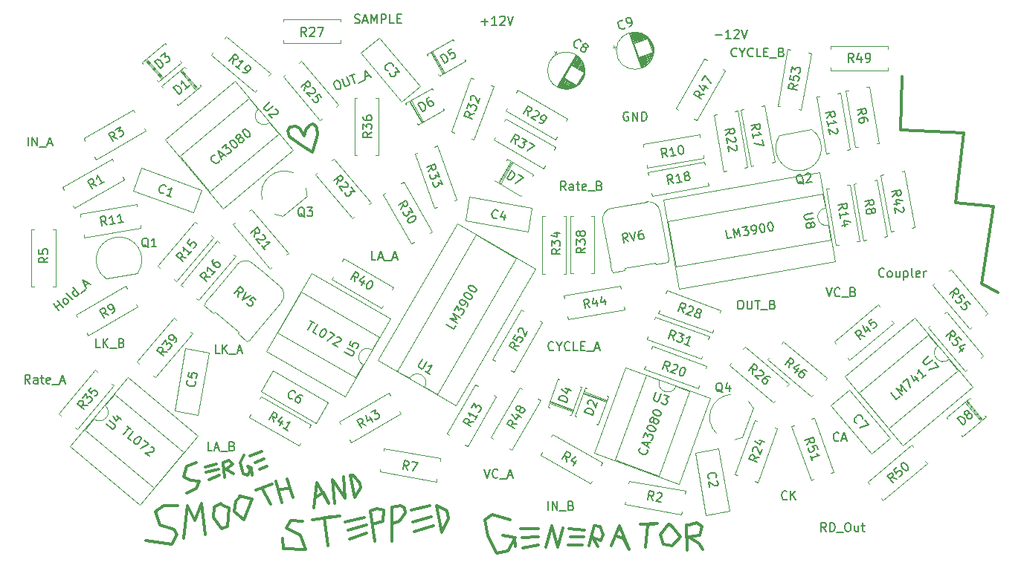
<source format=gbr>
G04 #@! TF.GenerationSoftware,KiCad,Pcbnew,(5.1.2-1)-1*
G04 #@! TF.CreationDate,2021-05-31T13:25:46-04:00*
G04 #@! TF.ProjectId,Smooth and Stepped Generator - CGS,536d6f6f-7468-4206-916e-642053746570,rev?*
G04 #@! TF.SameCoordinates,Original*
G04 #@! TF.FileFunction,Legend,Top*
G04 #@! TF.FilePolarity,Positive*
%FSLAX46Y46*%
G04 Gerber Fmt 4.6, Leading zero omitted, Abs format (unit mm)*
G04 Created by KiCad (PCBNEW (5.1.2-1)-1) date 2021-05-31 13:25:46*
%MOMM*%
%LPD*%
G04 APERTURE LIST*
%ADD10C,0.320000*%
%ADD11C,0.150000*%
%ADD12C,0.120000*%
G04 APERTURE END LIST*
D10*
X45059600Y-26568400D02*
X45262800Y-26009600D01*
X44577000Y-25781000D02*
X45059600Y-26568400D01*
X44094400Y-25501600D02*
X44577000Y-25781000D01*
X43459400Y-25552400D02*
X44094400Y-25501600D01*
X43230800Y-25984200D02*
X43459400Y-25552400D01*
X43357800Y-26695400D02*
X43230800Y-25984200D01*
X44831000Y-27736800D02*
X43357800Y-26695400D01*
X45948600Y-28498800D02*
X44831000Y-27736800D01*
X46405800Y-27101800D02*
X45948600Y-28498800D01*
X46558200Y-26466800D02*
X46405800Y-27101800D01*
X46482000Y-25679400D02*
X46558200Y-26466800D01*
X46228000Y-25349200D02*
X46482000Y-25679400D01*
X45948600Y-25247600D02*
X46228000Y-25349200D01*
X45618400Y-25425400D02*
X45948600Y-25247600D01*
X45262800Y-25958800D02*
X45618400Y-25425400D01*
X122174000Y-43408600D02*
X124079000Y-44450000D01*
X123545600Y-34620200D02*
X122174000Y-43408600D01*
X119253000Y-34239200D02*
X123545600Y-34620200D01*
X120167400Y-26238200D02*
X119253000Y-34239200D01*
X112979200Y-25882600D02*
X120167400Y-26238200D01*
X113157000Y-19786600D02*
X112979200Y-25882600D01*
X90043000Y-73050400D02*
X90424000Y-73787000D01*
X88849200Y-72339200D02*
X90043000Y-73050400D01*
X90119200Y-72136000D02*
X88849200Y-72339200D01*
X90322400Y-71170800D02*
X90119200Y-72136000D01*
X89738200Y-70688200D02*
X90322400Y-71170800D01*
X88595200Y-71069200D02*
X89738200Y-70688200D01*
X88696800Y-73863200D02*
X88595200Y-71069200D01*
X88544400Y-70942200D02*
X88696800Y-73863200D01*
X86766400Y-70993000D02*
X86512400Y-70891400D01*
X87909400Y-72339200D02*
X86766400Y-70993000D01*
X86969600Y-73329800D02*
X87909400Y-72339200D01*
X85928200Y-73152000D02*
X86969600Y-73329800D01*
X85572600Y-72034400D02*
X85928200Y-73152000D01*
X86537800Y-70891400D02*
X85572600Y-72034400D01*
X84201000Y-70967600D02*
X83896200Y-73482200D01*
X85267800Y-70789800D02*
X84201000Y-70967600D01*
X83286600Y-70840600D02*
X85267800Y-70789800D01*
X81407000Y-72466200D02*
X80619600Y-72237600D01*
X82016600Y-73761600D02*
X81407000Y-72466200D01*
X80924400Y-71043800D02*
X82016600Y-73761600D01*
X79984600Y-73329800D02*
X80924400Y-71043800D01*
X77901800Y-72364600D02*
X78536800Y-73431400D01*
X78841600Y-72745600D02*
X77901800Y-72364600D01*
X79095600Y-72034400D02*
X78841600Y-72745600D01*
X78740000Y-71170800D02*
X79095600Y-72034400D01*
X78105000Y-71069200D02*
X78740000Y-71170800D01*
X77520800Y-73355200D02*
X78105000Y-71069200D01*
X75133200Y-73253600D02*
X76708000Y-73228200D01*
X75336400Y-72339200D02*
X76860400Y-72339200D01*
X75158600Y-71374000D02*
X76936600Y-71551800D01*
X73888600Y-73533000D02*
X74549000Y-71297800D01*
X73228200Y-71043800D02*
X73888600Y-73533000D01*
X72542400Y-73533000D02*
X73228200Y-71043800D01*
X69951600Y-73558400D02*
X71755000Y-73279000D01*
X69875400Y-72440800D02*
X71755000Y-72339200D01*
X69697600Y-71348600D02*
X71704200Y-71374000D01*
X68986400Y-72440800D02*
X69113400Y-73456800D01*
X67691000Y-72186800D02*
X68986400Y-72440800D01*
X69088000Y-72440800D02*
X67691000Y-72186800D01*
X68224400Y-73914000D02*
X69088000Y-72440800D01*
X66979800Y-74168000D02*
X68224400Y-73914000D01*
X65938400Y-72237600D02*
X66979800Y-74168000D01*
X65633600Y-70408800D02*
X65938400Y-72237600D01*
X66497200Y-69799200D02*
X65633600Y-70408800D01*
X68529200Y-70383400D02*
X66497200Y-69799200D01*
X61315600Y-69367400D02*
X60198000Y-68732400D01*
X61468000Y-70205600D02*
X61315600Y-69367400D01*
X60731400Y-71805800D02*
X61468000Y-70205600D01*
X60096400Y-68757800D02*
X60731400Y-71805800D01*
X57581800Y-71704200D02*
X59791600Y-71043800D01*
X57454800Y-70662800D02*
X59563000Y-70027800D01*
X57226200Y-69291200D02*
X59385200Y-68783200D01*
X55905400Y-70535800D02*
X55118000Y-70789800D01*
X56565800Y-69596000D02*
X55905400Y-70535800D01*
X56515000Y-68986400D02*
X56565800Y-69596000D01*
X56032400Y-68757800D02*
X56515000Y-68986400D01*
X55016400Y-68935600D02*
X56032400Y-68757800D01*
X55067200Y-72821800D02*
X55016400Y-68935600D01*
X54051200Y-70535800D02*
X52832000Y-70916800D01*
X54076600Y-69291200D02*
X54051200Y-70535800D01*
X53340000Y-69062600D02*
X54076600Y-69291200D01*
X52628800Y-69392800D02*
X53340000Y-69062600D01*
X53111400Y-72796400D02*
X52628800Y-69392800D01*
X50190400Y-72542400D02*
X52197000Y-71856600D01*
X50038000Y-71577200D02*
X52197000Y-70993000D01*
X49733200Y-70612000D02*
X51917600Y-70154800D01*
X47320200Y-70154800D02*
X47726600Y-73355200D01*
X49123600Y-69951600D02*
X47320200Y-70154800D01*
X45948600Y-70408800D02*
X49123600Y-69951600D01*
X42672000Y-73685400D02*
X42595800Y-72517000D01*
X45262800Y-73761600D02*
X42672000Y-73685400D01*
X44627800Y-72186800D02*
X45262800Y-73761600D01*
X43027600Y-71323200D02*
X44627800Y-72186800D01*
X43510200Y-70485000D02*
X43027600Y-71323200D01*
X44907200Y-70535800D02*
X43510200Y-70485000D01*
X50647600Y-65303400D02*
X50495200Y-65252600D01*
X51409600Y-66192400D02*
X50647600Y-65303400D01*
X51460400Y-66700400D02*
X51409600Y-66192400D01*
X50800000Y-67792600D02*
X51460400Y-66700400D01*
X50317400Y-65252600D02*
X50800000Y-67792600D01*
X49733200Y-67919600D02*
X49580800Y-65481200D01*
X48361600Y-65887600D02*
X49733200Y-67919600D01*
X48488600Y-68478400D02*
X48285400Y-65786000D01*
X48285400Y-65786000D02*
X48488600Y-68478400D01*
X47218600Y-67259200D02*
X46507400Y-67767200D01*
X47879000Y-68503800D02*
X47218600Y-67259200D01*
X46507400Y-66141600D02*
X47879000Y-68503800D01*
X46151800Y-68986400D02*
X46507400Y-66141600D01*
X46532800Y-66192400D02*
X46151800Y-68986400D01*
X43129200Y-65709800D02*
X43815000Y-67792600D01*
X43459400Y-66827400D02*
X43129200Y-65709800D01*
X42113200Y-66878200D02*
X43459400Y-66827400D01*
X42545000Y-68453000D02*
X42113200Y-66878200D01*
X41833800Y-65989200D02*
X42545000Y-68453000D01*
X40233600Y-66700400D02*
X41275000Y-68630800D01*
X41376600Y-66344800D02*
X40233600Y-66700400D01*
X39573200Y-66979800D02*
X41376600Y-66344800D01*
X39141400Y-68021200D02*
X37719000Y-67640200D01*
X38201600Y-70383400D02*
X39141400Y-68021200D01*
X37134800Y-69443600D02*
X38201600Y-70383400D01*
X37287200Y-68224400D02*
X37134800Y-69443600D01*
X37846000Y-67640200D02*
X37287200Y-68224400D01*
X35864800Y-68732400D02*
X35737800Y-68656200D01*
X36474400Y-69011800D02*
X35864800Y-68732400D01*
X36347400Y-71145400D02*
X36474400Y-69011800D01*
X35661600Y-71374000D02*
X36347400Y-71145400D01*
X34747200Y-70154800D02*
X35661600Y-71374000D01*
X34798000Y-68935600D02*
X34747200Y-70154800D01*
X35560000Y-68529200D02*
X34798000Y-68935600D01*
X33375600Y-68529200D02*
X33807400Y-72085200D01*
X32639000Y-70434200D02*
X33375600Y-68529200D01*
X31775400Y-68783200D02*
X32639000Y-70434200D01*
X31343600Y-72466200D02*
X31775400Y-68783200D01*
X30022800Y-73126600D02*
X27025600Y-72720200D01*
X30556200Y-72034400D02*
X30022800Y-73126600D01*
X30200600Y-71450200D02*
X30556200Y-72034400D01*
X28625800Y-70942200D02*
X30200600Y-71450200D01*
X28117800Y-69469000D02*
X28625800Y-70942200D01*
X29057600Y-68783200D02*
X28117800Y-69469000D01*
X30657800Y-68783200D02*
X29057600Y-68783200D01*
X39954200Y-64617600D02*
X40792400Y-64287400D01*
X39471600Y-63855600D02*
X40513000Y-63449200D01*
X38912800Y-63068200D02*
X40233600Y-62585600D01*
X39039800Y-64465200D02*
X39166800Y-65303400D01*
X38582600Y-64287400D02*
X39039800Y-64465200D01*
X38989000Y-64693800D02*
X38582600Y-64287400D01*
X38633400Y-65252600D02*
X38989000Y-64693800D01*
X38074600Y-65125600D02*
X38633400Y-65252600D01*
X37744400Y-63881000D02*
X38074600Y-65125600D01*
X38176200Y-63042800D02*
X37744400Y-63881000D01*
X36195000Y-64617600D02*
X36982400Y-65125600D01*
X36931600Y-64033400D02*
X36195000Y-64617600D01*
X36525200Y-63576200D02*
X36931600Y-64033400D01*
X35864800Y-63881000D02*
X36525200Y-63576200D01*
X35991800Y-65506600D02*
X35864800Y-63881000D01*
X35839400Y-63906400D02*
X35991800Y-65506600D01*
X34188400Y-65760600D02*
X35407600Y-65303400D01*
X33782000Y-64363600D02*
X35052000Y-63982600D01*
X33883600Y-64973200D02*
X35356800Y-64617600D01*
X32816800Y-66776600D02*
X31673800Y-67310000D01*
X33147000Y-65938400D02*
X32816800Y-66776600D01*
X32080200Y-65913000D02*
X33147000Y-65938400D01*
X31318200Y-65455800D02*
X32080200Y-65913000D01*
X31648400Y-64262000D02*
X31318200Y-65455800D01*
X32816800Y-63881000D02*
X31648400Y-64262000D01*
D11*
X112838604Y-56347961D02*
X112473821Y-56654050D01*
X111831034Y-55888005D01*
X113093953Y-56133698D02*
X112451165Y-55367654D01*
X113165647Y-55700566D01*
X112961861Y-54939129D01*
X113604649Y-55705173D01*
X113253688Y-54694257D02*
X113764384Y-54265732D01*
X114078867Y-55307257D01*
X114598778Y-54000728D02*
X115027303Y-54511425D01*
X114171515Y-53861946D02*
X114448257Y-54562166D01*
X114922475Y-54164250D01*
X115829826Y-53838028D02*
X115392086Y-54205335D01*
X115610956Y-54021682D02*
X114968168Y-53255637D01*
X114987038Y-53426290D01*
X114975300Y-53560464D01*
X114932952Y-53658161D01*
X84123820Y-62425108D02*
X84152281Y-62486142D01*
X84148168Y-62636671D01*
X84115595Y-62726165D01*
X84021988Y-62844121D01*
X83899920Y-62901042D01*
X83794138Y-62913216D01*
X83598863Y-62892816D01*
X83464621Y-62843956D01*
X83301919Y-62734062D01*
X83228711Y-62656742D01*
X83171790Y-62534674D01*
X83175902Y-62384145D01*
X83208476Y-62294651D01*
X83302083Y-62176696D01*
X83363117Y-62148235D01*
X84075125Y-62001984D02*
X84237991Y-61554511D01*
X84311035Y-62189198D02*
X83485349Y-61533947D01*
X84539048Y-61562736D01*
X83680789Y-60996980D02*
X83892516Y-60415265D01*
X84136487Y-60858790D01*
X84185347Y-60724548D01*
X84262668Y-60651340D01*
X84323702Y-60622879D01*
X84429483Y-60610706D01*
X84653219Y-60692139D01*
X84726427Y-60769460D01*
X84754888Y-60830493D01*
X84767062Y-60936275D01*
X84669342Y-61204758D01*
X84592021Y-61277966D01*
X84530987Y-61306427D01*
X84104243Y-59833551D02*
X84136816Y-59744056D01*
X84214137Y-59670849D01*
X84275171Y-59642388D01*
X84380952Y-59630214D01*
X84576228Y-59650613D01*
X84799964Y-59732047D01*
X84962666Y-59841941D01*
X85035874Y-59919261D01*
X85064335Y-59980295D01*
X85076509Y-60086077D01*
X85043935Y-60175571D01*
X84966615Y-60248779D01*
X84905581Y-60277240D01*
X84799800Y-60289413D01*
X84604524Y-60269014D01*
X84380787Y-60187581D01*
X84218085Y-60077687D01*
X84144877Y-60000366D01*
X84116417Y-59939332D01*
X84104243Y-59833551D01*
X84816415Y-59129933D02*
X84739094Y-59203141D01*
X84678060Y-59231601D01*
X84572279Y-59243775D01*
X84527532Y-59227489D01*
X84454324Y-59150168D01*
X84425863Y-59089134D01*
X84413689Y-58983353D01*
X84478836Y-58804364D01*
X84556157Y-58731156D01*
X84617191Y-58702695D01*
X84722972Y-58690521D01*
X84767719Y-58706808D01*
X84840927Y-58784129D01*
X84869388Y-58845163D01*
X84881562Y-58950944D01*
X84816415Y-59129933D01*
X84828589Y-59235714D01*
X84857049Y-59296748D01*
X84930257Y-59374069D01*
X85109246Y-59439215D01*
X85215028Y-59427041D01*
X85276061Y-59398581D01*
X85353382Y-59325373D01*
X85418529Y-59146384D01*
X85406355Y-59040603D01*
X85377894Y-58979569D01*
X85304686Y-58902248D01*
X85125697Y-58837102D01*
X85019916Y-58849275D01*
X84958882Y-58877736D01*
X84881562Y-58950944D01*
X84755710Y-58043660D02*
X84788283Y-57954166D01*
X84865604Y-57880958D01*
X84926637Y-57852497D01*
X85032419Y-57840323D01*
X85227694Y-57860723D01*
X85451431Y-57942156D01*
X85614133Y-58052050D01*
X85687341Y-58129371D01*
X85715802Y-58190405D01*
X85727976Y-58296186D01*
X85695402Y-58385680D01*
X85618082Y-58458888D01*
X85557048Y-58487349D01*
X85451266Y-58499523D01*
X85255991Y-58479123D01*
X85032254Y-58397690D01*
X84869552Y-58287796D01*
X84796344Y-58210475D01*
X84767884Y-58149441D01*
X84755710Y-58043660D01*
X24916118Y-59686401D02*
X25353857Y-60053709D01*
X24492200Y-60636099D02*
X25134987Y-59870055D01*
X25331201Y-61340105D02*
X24966418Y-61034016D01*
X25609205Y-60267971D01*
X26375250Y-60910759D02*
X26448206Y-60971977D01*
X26490554Y-61069673D01*
X26496424Y-61136760D01*
X26471684Y-61240326D01*
X26385727Y-61416848D01*
X26232682Y-61599239D01*
X26073768Y-61714544D01*
X25976072Y-61756891D01*
X25908984Y-61762761D01*
X25805419Y-61738021D01*
X25732462Y-61676803D01*
X25690115Y-61579107D01*
X25684245Y-61512020D01*
X25708985Y-61408454D01*
X25794942Y-61231932D01*
X25947987Y-61049541D01*
X26106901Y-60934236D01*
X26204597Y-60891889D01*
X26271684Y-60886019D01*
X26375250Y-60910759D01*
X26885946Y-61339284D02*
X27396642Y-61767809D01*
X26425550Y-62258373D01*
X27590773Y-62055028D02*
X27657860Y-62049159D01*
X27761426Y-62073898D01*
X27943817Y-62226943D01*
X27986165Y-62324639D01*
X27992034Y-62391726D01*
X27967295Y-62495292D01*
X27906077Y-62568248D01*
X27777772Y-62647074D01*
X26972725Y-62717507D01*
X27446943Y-63115423D01*
X35382238Y-29412866D02*
X35376369Y-29479954D01*
X35297543Y-29608259D01*
X35224586Y-29669477D01*
X35084543Y-29724825D01*
X34950368Y-29713086D01*
X34852672Y-29670739D01*
X34693758Y-29555434D01*
X34601931Y-29446000D01*
X34515974Y-29269477D01*
X34491234Y-29165912D01*
X34502973Y-29031737D01*
X34581799Y-28903432D01*
X34654755Y-28842214D01*
X34794799Y-28786866D01*
X34861887Y-28792735D01*
X35551629Y-29022082D02*
X35916412Y-28715992D01*
X35662326Y-29302169D02*
X35274887Y-28321863D01*
X36173022Y-28873644D01*
X35712626Y-27954555D02*
X36186844Y-27556639D01*
X36176368Y-28062728D01*
X36285803Y-27970901D01*
X36389368Y-27946162D01*
X36456455Y-27952031D01*
X36554152Y-27994379D01*
X36707196Y-28176770D01*
X36731936Y-28280336D01*
X36726066Y-28347423D01*
X36683719Y-28445119D01*
X36464849Y-28628773D01*
X36361283Y-28653513D01*
X36294196Y-28647643D01*
X36661062Y-27158723D02*
X36734019Y-27097505D01*
X36837585Y-27072766D01*
X36904672Y-27078635D01*
X37002368Y-27120983D01*
X37161282Y-27236287D01*
X37314327Y-27418678D01*
X37400284Y-27595201D01*
X37425024Y-27698766D01*
X37419154Y-27765853D01*
X37376807Y-27863550D01*
X37303850Y-27924767D01*
X37200284Y-27949507D01*
X37133197Y-27943638D01*
X37035501Y-27901290D01*
X36876587Y-27785986D01*
X36723542Y-27603594D01*
X36637585Y-27427072D01*
X36612845Y-27323506D01*
X36618715Y-27256419D01*
X36661062Y-27158723D01*
X37629631Y-26905458D02*
X37526065Y-26930198D01*
X37458978Y-26924328D01*
X37361282Y-26881981D01*
X37330673Y-26845502D01*
X37305933Y-26741937D01*
X37311803Y-26674849D01*
X37354150Y-26577153D01*
X37500063Y-26454718D01*
X37603629Y-26429978D01*
X37670716Y-26435847D01*
X37768412Y-26478195D01*
X37799021Y-26514673D01*
X37823761Y-26618239D01*
X37817892Y-26685326D01*
X37775544Y-26783022D01*
X37629631Y-26905458D01*
X37587283Y-27003154D01*
X37581414Y-27070241D01*
X37606153Y-27173807D01*
X37728589Y-27319720D01*
X37826285Y-27362068D01*
X37893372Y-27367937D01*
X37996938Y-27343198D01*
X38142851Y-27220762D01*
X38185199Y-27123066D01*
X38191068Y-27055979D01*
X38166329Y-26952413D01*
X38043893Y-26806500D01*
X37946197Y-26764152D01*
X37879109Y-26758283D01*
X37775544Y-26783022D01*
X38120195Y-25934366D02*
X38193151Y-25873148D01*
X38296717Y-25848408D01*
X38363804Y-25854278D01*
X38461500Y-25896625D01*
X38620414Y-26011930D01*
X38773459Y-26194321D01*
X38859416Y-26370843D01*
X38884156Y-26474409D01*
X38878287Y-26541496D01*
X38835939Y-26639192D01*
X38762982Y-26700410D01*
X38659417Y-26725150D01*
X38592329Y-26719280D01*
X38494633Y-26676933D01*
X38335719Y-26561628D01*
X38182675Y-26379237D01*
X38096717Y-26202715D01*
X38071978Y-26099149D01*
X38077847Y-26032062D01*
X38120195Y-25934366D01*
X45758860Y-47666024D02*
X46253732Y-47951738D01*
X45506296Y-48674906D02*
X46006296Y-47808881D01*
X46454800Y-49222525D02*
X46042407Y-48984430D01*
X46542407Y-48118405D01*
X47408432Y-48618405D02*
X47490911Y-48666024D01*
X47549580Y-48754882D01*
X47567010Y-48819931D01*
X47560630Y-48926219D01*
X47506631Y-49114986D01*
X47387583Y-49321182D01*
X47251106Y-49462330D01*
X47162248Y-49520999D01*
X47097199Y-49538429D01*
X46990911Y-49532049D01*
X46908432Y-49484430D01*
X46849763Y-49395572D01*
X46832333Y-49330523D01*
X46838713Y-49224235D01*
X46892712Y-49035468D01*
X47011759Y-48829271D01*
X47148237Y-48688124D01*
X47237095Y-48629455D01*
X47302144Y-48612025D01*
X47408432Y-48618405D01*
X47985782Y-48951738D02*
X48563133Y-49285071D01*
X47691979Y-49936811D01*
X48804189Y-49534217D02*
X48869238Y-49516787D01*
X48975526Y-49523167D01*
X49181722Y-49642214D01*
X49240391Y-49731073D01*
X49257821Y-49796121D01*
X49251441Y-49902409D01*
X49203822Y-49984888D01*
X49091154Y-50084796D01*
X48310569Y-50293954D01*
X48846679Y-50603478D01*
X62351240Y-48228978D02*
X62113144Y-48641371D01*
X61247119Y-48141371D01*
X62517906Y-47940303D02*
X61651881Y-47440303D01*
X62437137Y-47508771D01*
X61985214Y-46862953D01*
X62851240Y-47362953D01*
X62175690Y-46533039D02*
X62485214Y-45996928D01*
X62648462Y-46476079D01*
X62719891Y-46352361D01*
X62808749Y-46293692D01*
X62873798Y-46276262D01*
X62980086Y-46282642D01*
X63186282Y-46401689D01*
X63244951Y-46490548D01*
X63262381Y-46555597D01*
X63256001Y-46661885D01*
X63113144Y-46909321D01*
X63024286Y-46967990D01*
X62959237Y-46985419D01*
X63589335Y-46084534D02*
X63684573Y-45919577D01*
X63690953Y-45813289D01*
X63673523Y-45748240D01*
X63597424Y-45594333D01*
X63456276Y-45457856D01*
X63126362Y-45267380D01*
X63020074Y-45261000D01*
X62955025Y-45278430D01*
X62866167Y-45337099D01*
X62770928Y-45502056D01*
X62764549Y-45608344D01*
X62781978Y-45673393D01*
X62840648Y-45762251D01*
X63046844Y-45881299D01*
X63153132Y-45887679D01*
X63218181Y-45870249D01*
X63307039Y-45811580D01*
X63402278Y-45646622D01*
X63408657Y-45540334D01*
X63391227Y-45475286D01*
X63332558Y-45386427D01*
X63270928Y-44636030D02*
X63318547Y-44553552D01*
X63407406Y-44494883D01*
X63472455Y-44477453D01*
X63578743Y-44483833D01*
X63767510Y-44537832D01*
X63973706Y-44656879D01*
X64114854Y-44793357D01*
X64173523Y-44882215D01*
X64190953Y-44947264D01*
X64184573Y-45053552D01*
X64136954Y-45136030D01*
X64048095Y-45194700D01*
X63983047Y-45212129D01*
X63876759Y-45205750D01*
X63687992Y-45151751D01*
X63481795Y-45032703D01*
X63340648Y-44896226D01*
X63281978Y-44807367D01*
X63264549Y-44742319D01*
X63270928Y-44636030D01*
X63747119Y-43811244D02*
X63794738Y-43728766D01*
X63883596Y-43670097D01*
X63948645Y-43652667D01*
X64054933Y-43659047D01*
X64243700Y-43713045D01*
X64449897Y-43832093D01*
X64591044Y-43968570D01*
X64649713Y-44057429D01*
X64667143Y-44122478D01*
X64660763Y-44228766D01*
X64613144Y-44311244D01*
X64524286Y-44369913D01*
X64459237Y-44387343D01*
X64352949Y-44380964D01*
X64164182Y-44326965D01*
X63957986Y-44207917D01*
X63816838Y-44071440D01*
X63758169Y-43982581D01*
X63740739Y-43917533D01*
X63747119Y-43811244D01*
X93728204Y-38235945D02*
X93259248Y-38318635D01*
X93085600Y-37333827D01*
X94056474Y-38178063D02*
X93882826Y-37193255D01*
X94335129Y-37838806D01*
X94539364Y-37077490D01*
X94713012Y-38062297D01*
X94914529Y-37011338D02*
X95524172Y-36903841D01*
X95262054Y-37336889D01*
X95402741Y-37312082D01*
X95504801Y-37342440D01*
X95559966Y-37381066D01*
X95623399Y-37466589D01*
X95664744Y-37701067D01*
X95634386Y-37803127D01*
X95595760Y-37858291D01*
X95510238Y-37921725D01*
X95228864Y-37971339D01*
X95126804Y-37940981D01*
X95071639Y-37902354D01*
X96166776Y-37805960D02*
X96354359Y-37772884D01*
X96439881Y-37709450D01*
X96478507Y-37654286D01*
X96547492Y-37497061D01*
X96561312Y-37301209D01*
X96495160Y-36926045D01*
X96431726Y-36840522D01*
X96376562Y-36801896D01*
X96274502Y-36771538D01*
X96086919Y-36804614D01*
X96001397Y-36868047D01*
X95962770Y-36923212D01*
X95932413Y-37025272D01*
X95973757Y-37259750D01*
X96037191Y-37345272D01*
X96092355Y-37383899D01*
X96194416Y-37414257D01*
X96381998Y-37381181D01*
X96467520Y-37317747D01*
X96506147Y-37262583D01*
X96536505Y-37160523D01*
X97071727Y-36630966D02*
X97165518Y-36614428D01*
X97267578Y-36644785D01*
X97322743Y-36683412D01*
X97386176Y-36768934D01*
X97466148Y-36948248D01*
X97507493Y-37182726D01*
X97493673Y-37378577D01*
X97463315Y-37480637D01*
X97424689Y-37535802D01*
X97339166Y-37599236D01*
X97245375Y-37615773D01*
X97143315Y-37585416D01*
X97088150Y-37546789D01*
X97024717Y-37461267D01*
X96944745Y-37281953D01*
X96903401Y-37047475D01*
X96917220Y-36851624D01*
X96947578Y-36749564D01*
X96986205Y-36694399D01*
X97071727Y-36630966D01*
X98009639Y-36465586D02*
X98103430Y-36449049D01*
X98205490Y-36479406D01*
X98260655Y-36518033D01*
X98324088Y-36603555D01*
X98404060Y-36782869D01*
X98445405Y-37017347D01*
X98431585Y-37213198D01*
X98401227Y-37315258D01*
X98362601Y-37370423D01*
X98277078Y-37433856D01*
X98183287Y-37450394D01*
X98081227Y-37420037D01*
X98026062Y-37381410D01*
X97962629Y-37295888D01*
X97882657Y-37116574D01*
X97841313Y-36882096D01*
X97855132Y-36686245D01*
X97885490Y-36584185D01*
X97924117Y-36529020D01*
X98009639Y-36465586D01*
X48582107Y-20348100D02*
X48761096Y-20282953D01*
X48866877Y-20295127D01*
X48988945Y-20352048D01*
X49098839Y-20514750D01*
X49212845Y-20827981D01*
X49233245Y-21023257D01*
X49176324Y-21145325D01*
X49103116Y-21222645D01*
X48924127Y-21287792D01*
X48818346Y-21275618D01*
X48696278Y-21218697D01*
X48586384Y-21055995D01*
X48472377Y-20742764D01*
X48451978Y-20547488D01*
X48508899Y-20425420D01*
X48582107Y-20348100D01*
X49387557Y-20054939D02*
X49664431Y-20815643D01*
X49741751Y-20888851D01*
X49802785Y-20917311D01*
X49908567Y-20929485D01*
X50087556Y-20864339D01*
X50160764Y-20787018D01*
X50189224Y-20725984D01*
X50201398Y-20620203D01*
X49924525Y-19859499D01*
X50237755Y-19745493D02*
X50774723Y-19550053D01*
X50848259Y-20587465D02*
X50506239Y-19647773D01*
X51238811Y-20546666D02*
X51954767Y-20286080D01*
X52003463Y-19862955D02*
X52450935Y-19700088D01*
X52011688Y-20164012D02*
X51982899Y-19110312D01*
X52638150Y-19935998D01*
X50824142Y-13688961D02*
X50967000Y-13736580D01*
X51205095Y-13736580D01*
X51300333Y-13688961D01*
X51347952Y-13641342D01*
X51395571Y-13546104D01*
X51395571Y-13450866D01*
X51347952Y-13355628D01*
X51300333Y-13308009D01*
X51205095Y-13260390D01*
X51014619Y-13212771D01*
X50919380Y-13165152D01*
X50871761Y-13117533D01*
X50824142Y-13022295D01*
X50824142Y-12927057D01*
X50871761Y-12831819D01*
X50919380Y-12784200D01*
X51014619Y-12736580D01*
X51252714Y-12736580D01*
X51395571Y-12784200D01*
X51776523Y-13450866D02*
X52252714Y-13450866D01*
X51681285Y-13736580D02*
X52014619Y-12736580D01*
X52347952Y-13736580D01*
X52681285Y-13736580D02*
X52681285Y-12736580D01*
X53014619Y-13450866D01*
X53347952Y-12736580D01*
X53347952Y-13736580D01*
X53824142Y-13736580D02*
X53824142Y-12736580D01*
X54205095Y-12736580D01*
X54300333Y-12784200D01*
X54347952Y-12831819D01*
X54395571Y-12927057D01*
X54395571Y-13069914D01*
X54347952Y-13165152D01*
X54300333Y-13212771D01*
X54205095Y-13260390D01*
X53824142Y-13260390D01*
X55300333Y-13736580D02*
X54824142Y-13736580D01*
X54824142Y-12736580D01*
X55633666Y-13212771D02*
X55967000Y-13212771D01*
X56109857Y-13736580D02*
X55633666Y-13736580D01*
X55633666Y-12736580D01*
X56109857Y-12736580D01*
X94315257Y-17476742D02*
X94267638Y-17524361D01*
X94124780Y-17571980D01*
X94029542Y-17571980D01*
X93886685Y-17524361D01*
X93791447Y-17429123D01*
X93743828Y-17333885D01*
X93696209Y-17143409D01*
X93696209Y-17000552D01*
X93743828Y-16810076D01*
X93791447Y-16714838D01*
X93886685Y-16619600D01*
X94029542Y-16571980D01*
X94124780Y-16571980D01*
X94267638Y-16619600D01*
X94315257Y-16667219D01*
X94934304Y-17095790D02*
X94934304Y-17571980D01*
X94600971Y-16571980D02*
X94934304Y-17095790D01*
X95267638Y-16571980D01*
X96172400Y-17476742D02*
X96124780Y-17524361D01*
X95981923Y-17571980D01*
X95886685Y-17571980D01*
X95743828Y-17524361D01*
X95648590Y-17429123D01*
X95600971Y-17333885D01*
X95553352Y-17143409D01*
X95553352Y-17000552D01*
X95600971Y-16810076D01*
X95648590Y-16714838D01*
X95743828Y-16619600D01*
X95886685Y-16571980D01*
X95981923Y-16571980D01*
X96124780Y-16619600D01*
X96172400Y-16667219D01*
X97077161Y-17571980D02*
X96600971Y-17571980D01*
X96600971Y-16571980D01*
X97410495Y-17048171D02*
X97743828Y-17048171D01*
X97886685Y-17571980D02*
X97410495Y-17571980D01*
X97410495Y-16571980D01*
X97886685Y-16571980D01*
X98077161Y-17667219D02*
X98839066Y-17667219D01*
X99410495Y-17048171D02*
X99553352Y-17095790D01*
X99600971Y-17143409D01*
X99648590Y-17238647D01*
X99648590Y-17381504D01*
X99600971Y-17476742D01*
X99553352Y-17524361D01*
X99458114Y-17571980D01*
X99077161Y-17571980D01*
X99077161Y-16571980D01*
X99410495Y-16571980D01*
X99505733Y-16619600D01*
X99553352Y-16667219D01*
X99600971Y-16762457D01*
X99600971Y-16857695D01*
X99553352Y-16952933D01*
X99505733Y-17000552D01*
X99410495Y-17048171D01*
X99077161Y-17048171D01*
X65217895Y-13558828D02*
X65979800Y-13558828D01*
X65598847Y-13939780D02*
X65598847Y-13177876D01*
X66979800Y-13939780D02*
X66408371Y-13939780D01*
X66694085Y-13939780D02*
X66694085Y-12939780D01*
X66598847Y-13082638D01*
X66503609Y-13177876D01*
X66408371Y-13225495D01*
X67360752Y-13035019D02*
X67408371Y-12987400D01*
X67503609Y-12939780D01*
X67741704Y-12939780D01*
X67836942Y-12987400D01*
X67884561Y-13035019D01*
X67932180Y-13130257D01*
X67932180Y-13225495D01*
X67884561Y-13368352D01*
X67313133Y-13939780D01*
X67932180Y-13939780D01*
X68217895Y-12939780D02*
X68551228Y-13939780D01*
X68884561Y-12939780D01*
X91862495Y-15108228D02*
X92624400Y-15108228D01*
X93624400Y-15489180D02*
X93052971Y-15489180D01*
X93338685Y-15489180D02*
X93338685Y-14489180D01*
X93243447Y-14632038D01*
X93148209Y-14727276D01*
X93052971Y-14774895D01*
X94005352Y-14584419D02*
X94052971Y-14536800D01*
X94148209Y-14489180D01*
X94386304Y-14489180D01*
X94481542Y-14536800D01*
X94529161Y-14584419D01*
X94576780Y-14679657D01*
X94576780Y-14774895D01*
X94529161Y-14917752D01*
X93957733Y-15489180D01*
X94576780Y-15489180D01*
X94862495Y-14489180D02*
X95195828Y-15489180D01*
X95529161Y-14489180D01*
X81965895Y-23909400D02*
X81870657Y-23861780D01*
X81727800Y-23861780D01*
X81584942Y-23909400D01*
X81489704Y-24004638D01*
X81442085Y-24099876D01*
X81394466Y-24290352D01*
X81394466Y-24433209D01*
X81442085Y-24623685D01*
X81489704Y-24718923D01*
X81584942Y-24814161D01*
X81727800Y-24861780D01*
X81823038Y-24861780D01*
X81965895Y-24814161D01*
X82013514Y-24766542D01*
X82013514Y-24433209D01*
X81823038Y-24433209D01*
X82442085Y-24861780D02*
X82442085Y-23861780D01*
X83013514Y-24861780D01*
X83013514Y-23861780D01*
X83489704Y-24861780D02*
X83489704Y-23861780D01*
X83727800Y-23861780D01*
X83870657Y-23909400D01*
X83965895Y-24004638D01*
X84013514Y-24099876D01*
X84061133Y-24290352D01*
X84061133Y-24433209D01*
X84013514Y-24623685D01*
X83965895Y-24718923D01*
X83870657Y-24814161D01*
X83727800Y-24861780D01*
X83489704Y-24861780D01*
X74842904Y-32786580D02*
X74509571Y-32310390D01*
X74271476Y-32786580D02*
X74271476Y-31786580D01*
X74652428Y-31786580D01*
X74747666Y-31834200D01*
X74795285Y-31881819D01*
X74842904Y-31977057D01*
X74842904Y-32119914D01*
X74795285Y-32215152D01*
X74747666Y-32262771D01*
X74652428Y-32310390D01*
X74271476Y-32310390D01*
X75700047Y-32786580D02*
X75700047Y-32262771D01*
X75652428Y-32167533D01*
X75557190Y-32119914D01*
X75366714Y-32119914D01*
X75271476Y-32167533D01*
X75700047Y-32738961D02*
X75604809Y-32786580D01*
X75366714Y-32786580D01*
X75271476Y-32738961D01*
X75223857Y-32643723D01*
X75223857Y-32548485D01*
X75271476Y-32453247D01*
X75366714Y-32405628D01*
X75604809Y-32405628D01*
X75700047Y-32358009D01*
X76033380Y-32119914D02*
X76414333Y-32119914D01*
X76176238Y-31786580D02*
X76176238Y-32643723D01*
X76223857Y-32738961D01*
X76319095Y-32786580D01*
X76414333Y-32786580D01*
X77128619Y-32738961D02*
X77033380Y-32786580D01*
X76842904Y-32786580D01*
X76747666Y-32738961D01*
X76700047Y-32643723D01*
X76700047Y-32262771D01*
X76747666Y-32167533D01*
X76842904Y-32119914D01*
X77033380Y-32119914D01*
X77128619Y-32167533D01*
X77176238Y-32262771D01*
X77176238Y-32358009D01*
X76700047Y-32453247D01*
X77366714Y-32881819D02*
X78128619Y-32881819D01*
X78700047Y-32262771D02*
X78842904Y-32310390D01*
X78890523Y-32358009D01*
X78938142Y-32453247D01*
X78938142Y-32596104D01*
X78890523Y-32691342D01*
X78842904Y-32738961D01*
X78747666Y-32786580D01*
X78366714Y-32786580D01*
X78366714Y-31786580D01*
X78700047Y-31786580D01*
X78795285Y-31834200D01*
X78842904Y-31881819D01*
X78890523Y-31977057D01*
X78890523Y-32072295D01*
X78842904Y-32167533D01*
X78795285Y-32215152D01*
X78700047Y-32262771D01*
X78366714Y-32262771D01*
X53224228Y-40736780D02*
X52748038Y-40736780D01*
X52748038Y-39736780D01*
X53509942Y-40451066D02*
X53986133Y-40451066D01*
X53414704Y-40736780D02*
X53748038Y-39736780D01*
X54081371Y-40736780D01*
X54176609Y-40832019D02*
X54938514Y-40832019D01*
X55128990Y-40451066D02*
X55605180Y-40451066D01*
X55033752Y-40736780D02*
X55367085Y-39736780D01*
X55700419Y-40736780D01*
X100037923Y-67997342D02*
X99990304Y-68044961D01*
X99847447Y-68092580D01*
X99752209Y-68092580D01*
X99609352Y-68044961D01*
X99514114Y-67949723D01*
X99466495Y-67854485D01*
X99418876Y-67664009D01*
X99418876Y-67521152D01*
X99466495Y-67330676D01*
X99514114Y-67235438D01*
X99609352Y-67140200D01*
X99752209Y-67092580D01*
X99847447Y-67092580D01*
X99990304Y-67140200D01*
X100037923Y-67187819D01*
X100466495Y-68092580D02*
X100466495Y-67092580D01*
X101037923Y-68092580D02*
X100609352Y-67521152D01*
X101037923Y-67092580D02*
X100466495Y-67664009D01*
X105925952Y-61317142D02*
X105878333Y-61364761D01*
X105735476Y-61412380D01*
X105640238Y-61412380D01*
X105497380Y-61364761D01*
X105402142Y-61269523D01*
X105354523Y-61174285D01*
X105306904Y-60983809D01*
X105306904Y-60840952D01*
X105354523Y-60650476D01*
X105402142Y-60555238D01*
X105497380Y-60460000D01*
X105640238Y-60412380D01*
X105735476Y-60412380D01*
X105878333Y-60460000D01*
X105925952Y-60507619D01*
X106306904Y-61126666D02*
X106783095Y-61126666D01*
X106211666Y-61412380D02*
X106545000Y-60412380D01*
X106878333Y-61412380D01*
X104491066Y-71724780D02*
X104157733Y-71248590D01*
X103919638Y-71724780D02*
X103919638Y-70724780D01*
X104300590Y-70724780D01*
X104395828Y-70772400D01*
X104443447Y-70820019D01*
X104491066Y-70915257D01*
X104491066Y-71058114D01*
X104443447Y-71153352D01*
X104395828Y-71200971D01*
X104300590Y-71248590D01*
X103919638Y-71248590D01*
X104919638Y-71724780D02*
X104919638Y-70724780D01*
X105157733Y-70724780D01*
X105300590Y-70772400D01*
X105395828Y-70867638D01*
X105443447Y-70962876D01*
X105491066Y-71153352D01*
X105491066Y-71296209D01*
X105443447Y-71486685D01*
X105395828Y-71581923D01*
X105300590Y-71677161D01*
X105157733Y-71724780D01*
X104919638Y-71724780D01*
X105681542Y-71820019D02*
X106443447Y-71820019D01*
X106872019Y-70724780D02*
X107062495Y-70724780D01*
X107157733Y-70772400D01*
X107252971Y-70867638D01*
X107300590Y-71058114D01*
X107300590Y-71391447D01*
X107252971Y-71581923D01*
X107157733Y-71677161D01*
X107062495Y-71724780D01*
X106872019Y-71724780D01*
X106776780Y-71677161D01*
X106681542Y-71581923D01*
X106633923Y-71391447D01*
X106633923Y-71058114D01*
X106681542Y-70867638D01*
X106776780Y-70772400D01*
X106872019Y-70724780D01*
X108157733Y-71058114D02*
X108157733Y-71724780D01*
X107729161Y-71058114D02*
X107729161Y-71581923D01*
X107776780Y-71677161D01*
X107872019Y-71724780D01*
X108014876Y-71724780D01*
X108110114Y-71677161D01*
X108157733Y-71629542D01*
X108491066Y-71058114D02*
X108872019Y-71058114D01*
X108633923Y-70724780D02*
X108633923Y-71581923D01*
X108681542Y-71677161D01*
X108776780Y-71724780D01*
X108872019Y-71724780D01*
X111083980Y-42597342D02*
X111036361Y-42644961D01*
X110893504Y-42692580D01*
X110798266Y-42692580D01*
X110655409Y-42644961D01*
X110560171Y-42549723D01*
X110512552Y-42454485D01*
X110464933Y-42264009D01*
X110464933Y-42121152D01*
X110512552Y-41930676D01*
X110560171Y-41835438D01*
X110655409Y-41740200D01*
X110798266Y-41692580D01*
X110893504Y-41692580D01*
X111036361Y-41740200D01*
X111083980Y-41787819D01*
X111655409Y-42692580D02*
X111560171Y-42644961D01*
X111512552Y-42597342D01*
X111464933Y-42502104D01*
X111464933Y-42216390D01*
X111512552Y-42121152D01*
X111560171Y-42073533D01*
X111655409Y-42025914D01*
X111798266Y-42025914D01*
X111893504Y-42073533D01*
X111941123Y-42121152D01*
X111988742Y-42216390D01*
X111988742Y-42502104D01*
X111941123Y-42597342D01*
X111893504Y-42644961D01*
X111798266Y-42692580D01*
X111655409Y-42692580D01*
X112845885Y-42025914D02*
X112845885Y-42692580D01*
X112417314Y-42025914D02*
X112417314Y-42549723D01*
X112464933Y-42644961D01*
X112560171Y-42692580D01*
X112703028Y-42692580D01*
X112798266Y-42644961D01*
X112845885Y-42597342D01*
X113322076Y-42025914D02*
X113322076Y-43025914D01*
X113322076Y-42073533D02*
X113417314Y-42025914D01*
X113607790Y-42025914D01*
X113703028Y-42073533D01*
X113750647Y-42121152D01*
X113798266Y-42216390D01*
X113798266Y-42502104D01*
X113750647Y-42597342D01*
X113703028Y-42644961D01*
X113607790Y-42692580D01*
X113417314Y-42692580D01*
X113322076Y-42644961D01*
X114369695Y-42692580D02*
X114274457Y-42644961D01*
X114226838Y-42549723D01*
X114226838Y-41692580D01*
X115131600Y-42644961D02*
X115036361Y-42692580D01*
X114845885Y-42692580D01*
X114750647Y-42644961D01*
X114703028Y-42549723D01*
X114703028Y-42168771D01*
X114750647Y-42073533D01*
X114845885Y-42025914D01*
X115036361Y-42025914D01*
X115131600Y-42073533D01*
X115179219Y-42168771D01*
X115179219Y-42264009D01*
X114703028Y-42359247D01*
X115607790Y-42692580D02*
X115607790Y-42025914D01*
X115607790Y-42216390D02*
X115655409Y-42121152D01*
X115703028Y-42073533D01*
X115798266Y-42025914D01*
X115893504Y-42025914D01*
X104483114Y-43902380D02*
X104816447Y-44902380D01*
X105149780Y-43902380D01*
X106054542Y-44807142D02*
X106006923Y-44854761D01*
X105864066Y-44902380D01*
X105768828Y-44902380D01*
X105625971Y-44854761D01*
X105530733Y-44759523D01*
X105483114Y-44664285D01*
X105435495Y-44473809D01*
X105435495Y-44330952D01*
X105483114Y-44140476D01*
X105530733Y-44045238D01*
X105625971Y-43950000D01*
X105768828Y-43902380D01*
X105864066Y-43902380D01*
X106006923Y-43950000D01*
X106054542Y-43997619D01*
X106245019Y-44997619D02*
X107006923Y-44997619D01*
X107578352Y-44378571D02*
X107721209Y-44426190D01*
X107768828Y-44473809D01*
X107816447Y-44569047D01*
X107816447Y-44711904D01*
X107768828Y-44807142D01*
X107721209Y-44854761D01*
X107625971Y-44902380D01*
X107245019Y-44902380D01*
X107245019Y-43902380D01*
X107578352Y-43902380D01*
X107673590Y-43950000D01*
X107721209Y-43997619D01*
X107768828Y-44092857D01*
X107768828Y-44188095D01*
X107721209Y-44283333D01*
X107673590Y-44330952D01*
X107578352Y-44378571D01*
X107245019Y-44378571D01*
X94639047Y-45350180D02*
X94829523Y-45350180D01*
X94924761Y-45397800D01*
X95020000Y-45493038D01*
X95067619Y-45683514D01*
X95067619Y-46016847D01*
X95020000Y-46207323D01*
X94924761Y-46302561D01*
X94829523Y-46350180D01*
X94639047Y-46350180D01*
X94543809Y-46302561D01*
X94448571Y-46207323D01*
X94400952Y-46016847D01*
X94400952Y-45683514D01*
X94448571Y-45493038D01*
X94543809Y-45397800D01*
X94639047Y-45350180D01*
X95496190Y-45350180D02*
X95496190Y-46159704D01*
X95543809Y-46254942D01*
X95591428Y-46302561D01*
X95686666Y-46350180D01*
X95877142Y-46350180D01*
X95972380Y-46302561D01*
X96020000Y-46254942D01*
X96067619Y-46159704D01*
X96067619Y-45350180D01*
X96400952Y-45350180D02*
X96972380Y-45350180D01*
X96686666Y-46350180D02*
X96686666Y-45350180D01*
X97067619Y-46445419D02*
X97829523Y-46445419D01*
X98400952Y-45826371D02*
X98543809Y-45873990D01*
X98591428Y-45921609D01*
X98639047Y-46016847D01*
X98639047Y-46159704D01*
X98591428Y-46254942D01*
X98543809Y-46302561D01*
X98448571Y-46350180D01*
X98067619Y-46350180D01*
X98067619Y-45350180D01*
X98400952Y-45350180D01*
X98496190Y-45397800D01*
X98543809Y-45445419D01*
X98591428Y-45540657D01*
X98591428Y-45635895D01*
X98543809Y-45731133D01*
X98496190Y-45778752D01*
X98400952Y-45826371D01*
X98067619Y-45826371D01*
X73457085Y-50979342D02*
X73409466Y-51026961D01*
X73266609Y-51074580D01*
X73171371Y-51074580D01*
X73028514Y-51026961D01*
X72933276Y-50931723D01*
X72885657Y-50836485D01*
X72838038Y-50646009D01*
X72838038Y-50503152D01*
X72885657Y-50312676D01*
X72933276Y-50217438D01*
X73028514Y-50122200D01*
X73171371Y-50074580D01*
X73266609Y-50074580D01*
X73409466Y-50122200D01*
X73457085Y-50169819D01*
X74076133Y-50598390D02*
X74076133Y-51074580D01*
X73742800Y-50074580D02*
X74076133Y-50598390D01*
X74409466Y-50074580D01*
X75314228Y-50979342D02*
X75266609Y-51026961D01*
X75123752Y-51074580D01*
X75028514Y-51074580D01*
X74885657Y-51026961D01*
X74790419Y-50931723D01*
X74742800Y-50836485D01*
X74695180Y-50646009D01*
X74695180Y-50503152D01*
X74742800Y-50312676D01*
X74790419Y-50217438D01*
X74885657Y-50122200D01*
X75028514Y-50074580D01*
X75123752Y-50074580D01*
X75266609Y-50122200D01*
X75314228Y-50169819D01*
X76218990Y-51074580D02*
X75742800Y-51074580D01*
X75742800Y-50074580D01*
X76552323Y-50550771D02*
X76885657Y-50550771D01*
X77028514Y-51074580D02*
X76552323Y-51074580D01*
X76552323Y-50074580D01*
X77028514Y-50074580D01*
X77218990Y-51169819D02*
X77980895Y-51169819D01*
X78171371Y-50788866D02*
X78647561Y-50788866D01*
X78076133Y-51074580D02*
X78409466Y-50074580D01*
X78742800Y-51074580D01*
X72839438Y-69286380D02*
X72839438Y-68286380D01*
X73315628Y-69286380D02*
X73315628Y-68286380D01*
X73887057Y-69286380D01*
X73887057Y-68286380D01*
X74125152Y-69381619D02*
X74887057Y-69381619D01*
X75458485Y-68762571D02*
X75601342Y-68810190D01*
X75648961Y-68857809D01*
X75696580Y-68953047D01*
X75696580Y-69095904D01*
X75648961Y-69191142D01*
X75601342Y-69238761D01*
X75506104Y-69286380D01*
X75125152Y-69286380D01*
X75125152Y-68286380D01*
X75458485Y-68286380D01*
X75553723Y-68334000D01*
X75601342Y-68381619D01*
X75648961Y-68476857D01*
X75648961Y-68572095D01*
X75601342Y-68667333D01*
X75553723Y-68714952D01*
X75458485Y-68762571D01*
X75125152Y-68762571D01*
X65540142Y-64603380D02*
X65873476Y-65603380D01*
X66206809Y-64603380D01*
X67111571Y-65508142D02*
X67063952Y-65555761D01*
X66921095Y-65603380D01*
X66825857Y-65603380D01*
X66683000Y-65555761D01*
X66587761Y-65460523D01*
X66540142Y-65365285D01*
X66492523Y-65174809D01*
X66492523Y-65031952D01*
X66540142Y-64841476D01*
X66587761Y-64746238D01*
X66683000Y-64651000D01*
X66825857Y-64603380D01*
X66921095Y-64603380D01*
X67063952Y-64651000D01*
X67111571Y-64698619D01*
X67302047Y-65698619D02*
X68063952Y-65698619D01*
X68254428Y-65317666D02*
X68730619Y-65317666D01*
X68159190Y-65603380D02*
X68492523Y-64603380D01*
X68825857Y-65603380D01*
X34585400Y-62479180D02*
X34109209Y-62479180D01*
X34109209Y-61479180D01*
X34871114Y-62193466D02*
X35347304Y-62193466D01*
X34775876Y-62479180D02*
X35109209Y-61479180D01*
X35442542Y-62479180D01*
X35537780Y-62574419D02*
X36299685Y-62574419D01*
X36871114Y-61955371D02*
X37013971Y-62002990D01*
X37061590Y-62050609D01*
X37109209Y-62145847D01*
X37109209Y-62288704D01*
X37061590Y-62383942D01*
X37013971Y-62431561D01*
X36918733Y-62479180D01*
X36537780Y-62479180D01*
X36537780Y-61479180D01*
X36871114Y-61479180D01*
X36966352Y-61526800D01*
X37013971Y-61574419D01*
X37061590Y-61669657D01*
X37061590Y-61764895D01*
X37013971Y-61860133D01*
X36966352Y-61907752D01*
X36871114Y-61955371D01*
X36537780Y-61955371D01*
X35449000Y-51379380D02*
X34972809Y-51379380D01*
X34972809Y-50379380D01*
X35782333Y-51379380D02*
X35782333Y-50379380D01*
X36353761Y-51379380D02*
X35925190Y-50807952D01*
X36353761Y-50379380D02*
X35782333Y-50950809D01*
X36544238Y-51474619D02*
X37306142Y-51474619D01*
X37496619Y-51093666D02*
X37972809Y-51093666D01*
X37401380Y-51379380D02*
X37734714Y-50379380D01*
X38068047Y-51379380D01*
X21839371Y-50718980D02*
X21363180Y-50718980D01*
X21363180Y-49718980D01*
X22172704Y-50718980D02*
X22172704Y-49718980D01*
X22744133Y-50718980D02*
X22315561Y-50147552D01*
X22744133Y-49718980D02*
X22172704Y-50290409D01*
X22934609Y-50814219D02*
X23696514Y-50814219D01*
X24267942Y-50195171D02*
X24410800Y-50242790D01*
X24458419Y-50290409D01*
X24506038Y-50385647D01*
X24506038Y-50528504D01*
X24458419Y-50623742D01*
X24410800Y-50671361D01*
X24315561Y-50718980D01*
X23934609Y-50718980D01*
X23934609Y-49718980D01*
X24267942Y-49718980D01*
X24363180Y-49766600D01*
X24410800Y-49814219D01*
X24458419Y-49909457D01*
X24458419Y-50004695D01*
X24410800Y-50099933D01*
X24363180Y-50147552D01*
X24267942Y-50195171D01*
X23934609Y-50195171D01*
X13852733Y-54833780D02*
X13519400Y-54357590D01*
X13281304Y-54833780D02*
X13281304Y-53833780D01*
X13662257Y-53833780D01*
X13757495Y-53881400D01*
X13805114Y-53929019D01*
X13852733Y-54024257D01*
X13852733Y-54167114D01*
X13805114Y-54262352D01*
X13757495Y-54309971D01*
X13662257Y-54357590D01*
X13281304Y-54357590D01*
X14709876Y-54833780D02*
X14709876Y-54309971D01*
X14662257Y-54214733D01*
X14567019Y-54167114D01*
X14376542Y-54167114D01*
X14281304Y-54214733D01*
X14709876Y-54786161D02*
X14614638Y-54833780D01*
X14376542Y-54833780D01*
X14281304Y-54786161D01*
X14233685Y-54690923D01*
X14233685Y-54595685D01*
X14281304Y-54500447D01*
X14376542Y-54452828D01*
X14614638Y-54452828D01*
X14709876Y-54405209D01*
X15043209Y-54167114D02*
X15424161Y-54167114D01*
X15186066Y-53833780D02*
X15186066Y-54690923D01*
X15233685Y-54786161D01*
X15328923Y-54833780D01*
X15424161Y-54833780D01*
X16138447Y-54786161D02*
X16043209Y-54833780D01*
X15852733Y-54833780D01*
X15757495Y-54786161D01*
X15709876Y-54690923D01*
X15709876Y-54309971D01*
X15757495Y-54214733D01*
X15852733Y-54167114D01*
X16043209Y-54167114D01*
X16138447Y-54214733D01*
X16186066Y-54309971D01*
X16186066Y-54405209D01*
X15709876Y-54500447D01*
X16376542Y-54929019D02*
X17138447Y-54929019D01*
X17328923Y-54548066D02*
X17805114Y-54548066D01*
X17233685Y-54833780D02*
X17567019Y-53833780D01*
X17900352Y-54833780D01*
X17150865Y-46529868D02*
X16508077Y-45763823D01*
X16814167Y-46128606D02*
X17251906Y-45761299D01*
X17588604Y-46162561D02*
X16945817Y-45396516D01*
X18062822Y-45764644D02*
X17959257Y-45789384D01*
X17892170Y-45783515D01*
X17794474Y-45741167D01*
X17610820Y-45522297D01*
X17586080Y-45418732D01*
X17591950Y-45351644D01*
X17634297Y-45253948D01*
X17743732Y-45162121D01*
X17847298Y-45137382D01*
X17914385Y-45143251D01*
X18012081Y-45185599D01*
X18195735Y-45404469D01*
X18220474Y-45508034D01*
X18214605Y-45575121D01*
X18172257Y-45672818D01*
X18062822Y-45764644D01*
X18755910Y-45183075D02*
X18652345Y-45207814D01*
X18554649Y-45165467D01*
X18003688Y-44508857D01*
X19376042Y-44662723D02*
X18733254Y-43896678D01*
X19345433Y-44626245D02*
X19303085Y-44723941D01*
X19157172Y-44846376D01*
X19053606Y-44871116D01*
X18986519Y-44865247D01*
X18888823Y-44822899D01*
X18705169Y-44604029D01*
X18680430Y-44500464D01*
X18686299Y-44433376D01*
X18728647Y-44335680D01*
X18874560Y-44213244D01*
X18978125Y-44188505D01*
X19619651Y-44582635D02*
X20203304Y-44092892D01*
X20104346Y-43678630D02*
X20469129Y-43372540D01*
X20215043Y-43958717D02*
X19827603Y-42978410D01*
X20725739Y-43530192D01*
X13627266Y-27731980D02*
X13627266Y-26731980D01*
X14103457Y-27731980D02*
X14103457Y-26731980D01*
X14674885Y-27731980D01*
X14674885Y-26731980D01*
X14912980Y-27827219D02*
X15674885Y-27827219D01*
X15865361Y-27446266D02*
X16341552Y-27446266D01*
X15770123Y-27731980D02*
X16103457Y-26731980D01*
X16436790Y-27731980D01*
D12*
X122294101Y-58946407D02*
X120468584Y-56770841D01*
X122110250Y-59100676D02*
X120284733Y-56925110D01*
X122202175Y-59023542D02*
X120376658Y-56847975D01*
X118201092Y-58673492D02*
X118316794Y-58811380D01*
X120836285Y-56462303D02*
X118201092Y-58673492D01*
X120951987Y-56600191D02*
X120836285Y-56462303D01*
X120026609Y-60849058D02*
X119910907Y-60711170D01*
X122661802Y-58637869D02*
X120026609Y-60849058D01*
X122546100Y-58499981D02*
X122661802Y-58637869D01*
X25606714Y-32849216D02*
X26543849Y-30274458D01*
X32410088Y-35325441D02*
X33347223Y-32750684D01*
X33347223Y-32750684D02*
X26543849Y-30274458D01*
X32410088Y-35325441D02*
X25606714Y-32849216D01*
X93507663Y-69363279D02*
X90809290Y-69839075D01*
X92250451Y-62233271D02*
X89552077Y-62709067D01*
X89552077Y-62709067D02*
X90809290Y-69839075D01*
X92250451Y-62233271D02*
X93507663Y-69363279D01*
X58272541Y-20927173D02*
X56173579Y-22688411D01*
X53618759Y-15381011D02*
X51519797Y-17142249D01*
X51519797Y-17142249D02*
X56173579Y-22688411D01*
X53618759Y-15381011D02*
X58272541Y-20927173D01*
X70523724Y-37507259D02*
X63393716Y-36250046D01*
X70999520Y-34808885D02*
X63869512Y-33551673D01*
X70523724Y-37507259D02*
X70999520Y-34808885D01*
X63393716Y-36250046D02*
X63869512Y-33551673D01*
X30294452Y-57946390D02*
X31551665Y-50816382D01*
X32992826Y-58422186D02*
X34250038Y-51292178D01*
X30294452Y-57946390D02*
X32992826Y-58422186D01*
X31551665Y-50816382D02*
X34250038Y-51292178D01*
X41478285Y-53383507D02*
X47748308Y-57003507D01*
X40108285Y-55756417D02*
X46378308Y-59376417D01*
X41478285Y-53383507D02*
X40108285Y-55756417D01*
X47748308Y-57003507D02*
X46378308Y-59376417D01*
X109666953Y-62850366D02*
X105013171Y-57304204D01*
X111765915Y-61089128D02*
X107112133Y-55542966D01*
X109666953Y-62850366D02*
X111765915Y-61089128D01*
X105013171Y-57304204D02*
X107112133Y-55542966D01*
X77001625Y-19143600D02*
G75*
G03X77001625Y-19143600I-2120000J0D01*
G01*
X75921625Y-17342267D02*
X73841625Y-20944933D01*
X75956266Y-17362267D02*
X73876266Y-20964933D01*
X75990407Y-17383133D02*
X73911407Y-20984067D01*
X76024048Y-17404865D02*
X73947048Y-21002335D01*
X76057189Y-17427463D02*
X73983189Y-21019737D01*
X76090330Y-17450061D02*
X75474830Y-18516139D01*
X74634830Y-19971061D02*
X74019330Y-21037139D01*
X76122972Y-17473525D02*
X75509472Y-18536139D01*
X74669472Y-19991061D02*
X74055972Y-21053675D01*
X76155113Y-17497856D02*
X75544113Y-18556139D01*
X74704113Y-20011061D02*
X74093113Y-21069344D01*
X76186754Y-17523052D02*
X75578754Y-18576139D01*
X74738754Y-20031061D02*
X74130754Y-21084148D01*
X76218395Y-17548248D02*
X75613395Y-18596139D01*
X74773395Y-20051061D02*
X74168395Y-21098952D01*
X76249036Y-17575176D02*
X75648036Y-18616139D01*
X74808036Y-20071061D02*
X74207036Y-21112024D01*
X76279677Y-17602104D02*
X75682677Y-18636139D01*
X74842677Y-20091061D02*
X74245677Y-21125096D01*
X76309818Y-17629899D02*
X75717318Y-18656139D01*
X74877318Y-20111061D02*
X74284818Y-21137301D01*
X76339959Y-17657693D02*
X75751959Y-18676139D01*
X74911959Y-20131061D02*
X74323959Y-21149507D01*
X76369100Y-17687219D02*
X75786600Y-18696139D01*
X74946600Y-20151061D02*
X74364100Y-21159981D01*
X76398241Y-17716745D02*
X75821241Y-18716139D01*
X74981241Y-20171061D02*
X74404241Y-21170455D01*
X76426882Y-17747138D02*
X75855882Y-18736139D01*
X75015882Y-20191061D02*
X74444882Y-21180062D01*
X76454523Y-17779262D02*
X75890523Y-18756139D01*
X75050523Y-20211061D02*
X74486523Y-21187938D01*
X76483030Y-17811886D02*
X75926030Y-18776639D01*
X75086030Y-20231561D02*
X74529030Y-21196314D01*
X76510671Y-17844011D02*
X75960671Y-18796639D01*
X75120671Y-20251561D02*
X74570671Y-21204189D01*
X76537312Y-17877867D02*
X75995312Y-18816639D01*
X75155312Y-20271561D02*
X74613312Y-21210333D01*
X76563453Y-17912590D02*
X76029953Y-18836639D01*
X75189953Y-20291561D02*
X74656453Y-21215610D01*
X76589094Y-17948178D02*
X76064594Y-18856639D01*
X75224594Y-20311561D02*
X74700094Y-21220022D01*
X76614235Y-17984632D02*
X76099235Y-18876639D01*
X75259235Y-20331561D02*
X74744235Y-21223568D01*
X76639376Y-18021087D02*
X76133876Y-18896639D01*
X75293876Y-20351561D02*
X74788376Y-21227113D01*
X76663517Y-18059274D02*
X76168517Y-18916639D01*
X75328517Y-20371561D02*
X74833517Y-21228926D01*
X76687158Y-18098326D02*
X76203158Y-18936639D01*
X75363158Y-20391561D02*
X74879158Y-21229874D01*
X76710299Y-18138245D02*
X76237799Y-18956639D01*
X75397799Y-20411561D02*
X74925299Y-21229955D01*
X76732440Y-18179895D02*
X76272440Y-18976639D01*
X75432440Y-20431561D02*
X74972440Y-21228305D01*
X76754581Y-18221546D02*
X76307081Y-18996639D01*
X75467081Y-20451561D02*
X75019581Y-21226654D01*
X76775722Y-18264929D02*
X76341722Y-19016639D01*
X75501722Y-20471561D02*
X75067722Y-21223271D01*
X76796363Y-18309177D02*
X76376363Y-19036639D01*
X75536363Y-20491561D02*
X75116363Y-21219023D01*
X76816004Y-18355158D02*
X76411004Y-19056639D01*
X75571004Y-20511561D02*
X75166004Y-21213042D01*
X76835145Y-18402005D02*
X76445645Y-19076639D01*
X75605645Y-20531561D02*
X75216145Y-21206195D01*
X76853786Y-18449718D02*
X76480286Y-19096639D01*
X75640286Y-20551561D02*
X75266786Y-21198482D01*
X76870927Y-18500029D02*
X76514927Y-19116639D01*
X75674927Y-20571561D02*
X75318927Y-21188171D01*
X76887568Y-18551205D02*
X76549568Y-19136639D01*
X75709568Y-20591561D02*
X75371568Y-21176995D01*
X76903209Y-18604114D02*
X76584209Y-19156639D01*
X75744209Y-20611561D02*
X75425209Y-21164086D01*
X76917850Y-18658755D02*
X76618850Y-19176639D01*
X75778850Y-20631561D02*
X75479850Y-21149445D01*
X76931491Y-18715129D02*
X76653491Y-19196639D01*
X75813491Y-20651561D02*
X75535491Y-21133071D01*
X76943632Y-18774100D02*
X76688132Y-19216639D01*
X75848132Y-20671561D02*
X75592632Y-21114100D01*
X76954773Y-18834803D02*
X76722773Y-19236639D01*
X75882773Y-20691561D02*
X75650773Y-21093397D01*
X76964414Y-18898104D02*
X76757414Y-19256639D01*
X75917414Y-20711561D02*
X75710414Y-21070096D01*
X76972055Y-18964870D02*
X76792055Y-19276639D01*
X75952055Y-20731561D02*
X75772055Y-21043330D01*
X76977696Y-19035099D02*
X76826696Y-19296639D01*
X75986696Y-20751561D02*
X75835696Y-21013101D01*
X76981337Y-19108793D02*
X76861337Y-19316639D01*
X76021337Y-20771561D02*
X75901337Y-20979407D01*
X76982478Y-19186816D02*
X75969478Y-20941384D01*
X76980619Y-19270036D02*
X76040619Y-20898164D01*
X76974760Y-19360184D02*
X76115760Y-20848016D01*
X76963901Y-19458992D02*
X76195901Y-20789208D01*
X76946542Y-19569059D02*
X76282542Y-20719141D01*
X76917683Y-19699044D02*
X76380683Y-20629156D01*
X76868824Y-19863671D02*
X76498824Y-20504529D01*
X73513420Y-16973799D02*
X73859830Y-17173799D01*
X73786625Y-16900594D02*
X73586625Y-17247004D01*
X80305598Y-16276222D02*
X80442406Y-16652099D01*
X80186063Y-16532565D02*
X80561940Y-16395757D01*
X84556646Y-15819750D02*
X84809740Y-16515122D01*
X84461940Y-15676502D02*
X84829270Y-16685732D01*
X84380916Y-15570842D02*
X84835119Y-16818753D01*
X84307758Y-15486794D02*
X84833101Y-16930162D01*
X84239047Y-15414963D02*
X84826637Y-17029355D01*
X84173756Y-15352529D02*
X84816753Y-17119151D01*
X84111200Y-15297612D02*
X84804133Y-17201429D01*
X84707376Y-17052543D02*
X84789461Y-17278070D01*
X84050697Y-15248334D02*
X84132782Y-15473860D01*
X84669788Y-17066224D02*
X84773078Y-17350011D01*
X83991904Y-15203753D02*
X84095194Y-15487541D01*
X84632201Y-17079905D02*
X84755328Y-17418194D01*
X83934479Y-15162932D02*
X84057607Y-15501221D01*
X84594613Y-17093586D02*
X84736209Y-17482619D01*
X83878423Y-15125869D02*
X84020019Y-15514902D01*
X84557025Y-17107267D02*
X84715722Y-17543284D01*
X83823734Y-15092566D02*
X83982431Y-15528583D01*
X84519437Y-17120947D02*
X84694210Y-17601130D01*
X83770071Y-15062081D02*
X83944844Y-15542264D01*
X84481850Y-17134628D02*
X84672013Y-17657097D01*
X83717093Y-15033476D02*
X83907256Y-15555945D01*
X84444262Y-17148309D02*
X84648790Y-17710245D01*
X83665140Y-15007689D02*
X83869668Y-15569625D01*
X84406674Y-17161990D02*
X84624883Y-17761514D01*
X83613872Y-14983782D02*
X83832080Y-15583306D01*
X84369087Y-17175671D02*
X84600292Y-17810903D01*
X83563287Y-14961755D02*
X83794493Y-15596987D01*
X84331499Y-17189351D02*
X84575017Y-17858413D01*
X83513387Y-14941607D02*
X83756905Y-15610668D01*
X84293911Y-17203032D02*
X84549400Y-17904983D01*
X83463828Y-14922398D02*
X83719317Y-15624349D01*
X84256323Y-17216713D02*
X84522757Y-17948734D01*
X83415296Y-14906009D02*
X83681730Y-15638029D01*
X84218736Y-17230394D02*
X84495772Y-17991545D01*
X83367106Y-14890559D02*
X83644142Y-15651710D01*
X84181148Y-17244075D02*
X84468445Y-18033416D01*
X83319257Y-14876049D02*
X83606554Y-15665391D01*
X84143560Y-17257755D02*
X84440434Y-18073409D01*
X83272093Y-14863419D02*
X83568967Y-15679072D01*
X84105973Y-17271436D02*
X84412081Y-18112461D01*
X83225271Y-14851728D02*
X83531379Y-15692753D01*
X84068385Y-17285117D02*
X84383044Y-18149634D01*
X83179133Y-14841916D02*
X83493791Y-15706433D01*
X84030797Y-17298798D02*
X84354006Y-18186807D01*
X83132994Y-14832105D02*
X83456203Y-15720114D01*
X83993210Y-17312479D02*
X84324285Y-18222101D01*
X83087540Y-14824173D02*
X83418616Y-15733795D01*
X83955622Y-17326159D02*
X84294222Y-18256455D01*
X83042428Y-14817180D02*
X83381028Y-15747476D01*
X83918034Y-17339840D02*
X84263817Y-18289870D01*
X82997658Y-14811127D02*
X83343440Y-15761157D01*
X83880446Y-17353521D02*
X84232727Y-18321405D01*
X82953572Y-14806954D02*
X83305853Y-15774838D01*
X83842859Y-17367202D02*
X84201638Y-18352939D01*
X82909486Y-14802781D02*
X83268265Y-15788518D01*
X83805271Y-17380883D02*
X84170207Y-18383535D01*
X82865742Y-14799547D02*
X83230677Y-15802199D01*
X83767683Y-17394564D02*
X84138433Y-18413190D01*
X82822340Y-14797253D02*
X83193089Y-15815880D01*
X83730096Y-17408244D02*
X84106318Y-18441906D01*
X82779280Y-14795899D02*
X83155502Y-15829561D01*
X83692508Y-17421925D02*
X84073518Y-18468743D01*
X82736904Y-14796424D02*
X83117914Y-15843242D01*
X83653981Y-17435948D02*
X84039779Y-18495921D01*
X82693588Y-14797291D02*
X83079387Y-15857264D01*
X83616393Y-17449629D02*
X84006980Y-18522758D01*
X82651212Y-14797816D02*
X83041799Y-15870945D01*
X83578805Y-17463310D02*
X83973496Y-18547715D01*
X82609520Y-14800221D02*
X83004211Y-15884626D01*
X83541217Y-17476990D02*
X83939671Y-18571732D01*
X82568170Y-14803565D02*
X82966624Y-15898307D01*
X83503630Y-17490671D02*
X83905845Y-18595750D01*
X82526820Y-14806909D02*
X82929036Y-15911988D01*
X83466042Y-17504352D02*
X83871336Y-18617888D01*
X82486154Y-14812133D02*
X82891448Y-15925668D01*
X83428454Y-17518033D02*
X83836826Y-18640026D01*
X82445488Y-14817356D02*
X82853860Y-15939349D01*
X83390867Y-17531714D02*
X83801975Y-18661224D01*
X82405165Y-14823519D02*
X82816273Y-15953030D01*
X83353279Y-17545394D02*
X83767123Y-18682422D01*
X82364841Y-14829683D02*
X82778685Y-15966711D01*
X83315691Y-17559075D02*
X83731588Y-18701741D01*
X82325201Y-14837725D02*
X82741097Y-15980392D01*
X83278103Y-17572756D02*
X83696052Y-18721060D01*
X82285561Y-14845768D02*
X82703510Y-15994072D01*
X83240516Y-17586437D02*
X83660174Y-18739440D01*
X82246263Y-14854750D02*
X82665922Y-16007753D01*
X83202928Y-17600118D02*
X83623955Y-18756879D01*
X82207307Y-14864672D02*
X82628334Y-16021434D01*
X82168694Y-14875534D02*
X83587393Y-18773379D01*
X82130080Y-14886396D02*
X83550832Y-18789879D01*
X82091808Y-14898197D02*
X83513928Y-18805439D01*
X82053878Y-14910938D02*
X83476682Y-18820060D01*
X82016291Y-14924619D02*
X83439095Y-18833741D01*
X84847693Y-16879180D02*
G75*
G03X84847693Y-16879180I-2120000J0D01*
G01*
X32923256Y-21201470D02*
X31097739Y-19025904D01*
X32739405Y-21355739D02*
X30913888Y-19180173D01*
X32831330Y-21278605D02*
X31005813Y-19103038D01*
X28830247Y-20928555D02*
X28945949Y-21066443D01*
X31465440Y-18717366D02*
X28830247Y-20928555D01*
X31581142Y-18855254D02*
X31465440Y-18717366D01*
X30655764Y-23104121D02*
X30540062Y-22966233D01*
X33290957Y-20892932D02*
X30655764Y-23104121D01*
X33175255Y-20755044D02*
X33290957Y-20892932D01*
X79526843Y-56208556D02*
X79695988Y-56270120D01*
X79695988Y-56270120D02*
X78519439Y-59502662D01*
X78519439Y-59502662D02*
X78350294Y-59441099D01*
X77196406Y-55360346D02*
X77027261Y-55298782D01*
X77027261Y-55298782D02*
X75850712Y-58531325D01*
X75850712Y-58531325D02*
X76019856Y-58592889D01*
X79490776Y-56833935D02*
X76822049Y-55862598D01*
X79449734Y-56946698D02*
X76781006Y-55975361D01*
X79531818Y-56721172D02*
X76863091Y-55749835D01*
X26964306Y-17918551D02*
X28789823Y-20094117D01*
X27148157Y-17764282D02*
X28973674Y-19939848D01*
X27056232Y-17841416D02*
X28881749Y-20016983D01*
X31057315Y-18191466D02*
X30941613Y-18053578D01*
X28422122Y-20402655D02*
X31057315Y-18191466D01*
X28306420Y-20264767D02*
X28422122Y-20402655D01*
X29231798Y-16015900D02*
X29347500Y-16153788D01*
X26596605Y-18227089D02*
X29231798Y-16015900D01*
X26712307Y-18364977D02*
X26596605Y-18227089D01*
X72962534Y-57561204D02*
X72793389Y-57499640D01*
X72793389Y-57499640D02*
X73969938Y-54267098D01*
X73969938Y-54267098D02*
X74139083Y-54328661D01*
X75292971Y-58409414D02*
X75462116Y-58470978D01*
X75462116Y-58470978D02*
X76638665Y-55238435D01*
X76638665Y-55238435D02*
X76469521Y-55176871D01*
X72998601Y-56935825D02*
X75667328Y-57907162D01*
X73039643Y-56823062D02*
X75708371Y-57794399D01*
X72957559Y-57048588D02*
X75626286Y-58019925D01*
X59425552Y-17061765D02*
X60845552Y-19521277D01*
X59633398Y-16941765D02*
X61053398Y-19401277D01*
X59529475Y-17001765D02*
X60949475Y-19461277D01*
X63408987Y-18041277D02*
X63318987Y-17885393D01*
X60429860Y-19761277D02*
X63408987Y-18041277D01*
X60339860Y-19605393D02*
X60429860Y-19761277D01*
X61988987Y-15581765D02*
X62078987Y-15737649D01*
X59009860Y-17301765D02*
X61988987Y-15581765D01*
X59099860Y-17457649D02*
X59009860Y-17301765D01*
X56692527Y-23041626D02*
X56602527Y-22885742D01*
X56602527Y-22885742D02*
X59581654Y-21165742D01*
X59581654Y-21165742D02*
X59671654Y-21321626D01*
X57932527Y-25189370D02*
X58022527Y-25345254D01*
X58022527Y-25345254D02*
X61001654Y-23625254D01*
X61001654Y-23625254D02*
X60911654Y-23469370D01*
X57122142Y-22585742D02*
X58542142Y-25045254D01*
X57226065Y-22525742D02*
X58646065Y-24985254D01*
X57018219Y-22645742D02*
X58438219Y-25105254D01*
X68086127Y-29408577D02*
X68176127Y-29252693D01*
X68176127Y-29252693D02*
X71155254Y-30972693D01*
X71155254Y-30972693D02*
X71065254Y-31128577D01*
X66846127Y-31556321D02*
X66756127Y-31712205D01*
X66756127Y-31712205D02*
X69735254Y-33432205D01*
X69735254Y-33432205D02*
X69825254Y-33276321D01*
X68695742Y-29552693D02*
X67275742Y-32012205D01*
X68799665Y-29612693D02*
X67379665Y-32072205D01*
X68591819Y-29492693D02*
X67171819Y-31952205D01*
X26113501Y-42215566D02*
G75*
G03X23532221Y-38163767I-2129795J1491299D01*
G01*
X22492407Y-42854062D02*
G75*
G02X23532221Y-38163767I1491299J2129795D01*
G01*
X22532301Y-42858728D02*
X26077609Y-42233594D01*
X102803197Y-25859505D02*
X99257889Y-26484639D01*
X102843091Y-25864171D02*
G75*
G02X101803277Y-30554466I-1491299J-2129795D01*
G01*
X99221997Y-26502667D02*
G75*
G03X101803277Y-30554466I2129795J-1491299D01*
G01*
X45291100Y-32556874D02*
G75*
G02X45356990Y-33450884I-2502147J-633845D01*
G01*
X43887760Y-30834319D02*
G75*
G03X41117705Y-31199004I-1098807J-2356400D01*
G01*
X40277546Y-33863649D02*
G75*
G02X41117705Y-31199004I2511407J672930D01*
G01*
X41730243Y-35544787D02*
G75*
G03X42599230Y-35764919I1058710J2354068D01*
G01*
X42599230Y-35764919D02*
X45356990Y-33450884D01*
X94947766Y-60999129D02*
X96179039Y-57616235D01*
X94085135Y-61242982D02*
G75*
G03X94947766Y-60999129I-260164J2568037D01*
G01*
X91986493Y-60513422D02*
G75*
G02X91381770Y-57785692I1838478J1838477D01*
G01*
X93598367Y-56084839D02*
G75*
G03X91381770Y-57785692I226604J-2590106D01*
G01*
X95674971Y-56874945D02*
G75*
G02X96179039Y-57616235I-1850000J-1800000D01*
G01*
X17676854Y-32738334D02*
X17511854Y-32452545D01*
X17511854Y-32452545D02*
X23175660Y-29182545D01*
X23175660Y-29182545D02*
X23340660Y-29468334D01*
X18716854Y-34539666D02*
X18881854Y-34825455D01*
X18881854Y-34825455D02*
X24545660Y-31555455D01*
X24545660Y-31555455D02*
X24380660Y-31269666D01*
X88000986Y-69765207D02*
X88058290Y-69440220D01*
X81560343Y-68629548D02*
X88000986Y-69765207D01*
X81617647Y-68304561D02*
X81560343Y-68629548D01*
X88476782Y-67066833D02*
X88419478Y-67391820D01*
X82036139Y-65931174D02*
X88476782Y-67066833D01*
X81978835Y-66256161D02*
X82036139Y-65931174D01*
X19955140Y-26889945D02*
X20120140Y-27175734D01*
X25618946Y-23619945D02*
X19955140Y-26889945D01*
X25783946Y-23905734D02*
X25618946Y-23619945D01*
X21325140Y-29262855D02*
X21160140Y-28977066D01*
X26988946Y-25992855D02*
X21325140Y-29262855D01*
X26823946Y-25707066D02*
X26988946Y-25992855D01*
X73184887Y-60876352D02*
X73349887Y-60590563D01*
X73349887Y-60590563D02*
X79013693Y-63860563D01*
X79013693Y-63860563D02*
X78848693Y-64146352D01*
X72144887Y-62677684D02*
X71979887Y-62963473D01*
X71979887Y-62963473D02*
X77643693Y-66233473D01*
X77643693Y-66233473D02*
X77808693Y-65947684D01*
X16432400Y-37268400D02*
X16762400Y-37268400D01*
X16762400Y-37268400D02*
X16762400Y-43808400D01*
X16762400Y-43808400D02*
X16432400Y-43808400D01*
X14352400Y-37268400D02*
X14022400Y-37268400D01*
X14022400Y-37268400D02*
X14022400Y-43808400D01*
X14022400Y-43808400D02*
X14352400Y-43808400D01*
X108161603Y-27843978D02*
X107836616Y-27901282D01*
X107836616Y-27901282D02*
X106700957Y-21460639D01*
X106700957Y-21460639D02*
X107025944Y-21403335D01*
X110210003Y-27482790D02*
X110534990Y-27425486D01*
X110534990Y-27425486D02*
X109399331Y-20984843D01*
X109399331Y-20984843D02*
X109074344Y-21042147D01*
X60166556Y-65716443D02*
X60109252Y-66041430D01*
X60109252Y-66041430D02*
X53668609Y-64905771D01*
X53668609Y-64905771D02*
X53725913Y-64580784D01*
X60527744Y-63668043D02*
X60585048Y-63343056D01*
X60585048Y-63343056D02*
X54144405Y-62207397D01*
X54144405Y-62207397D02*
X54087101Y-62532384D01*
X109050314Y-38442469D02*
X108725327Y-38499773D01*
X108725327Y-38499773D02*
X107589668Y-32059130D01*
X107589668Y-32059130D02*
X107914655Y-32001826D01*
X111098714Y-38081281D02*
X111423701Y-38023977D01*
X111423701Y-38023977D02*
X110288042Y-31583334D01*
X110288042Y-31583334D02*
X109963055Y-31640638D01*
X19091540Y-46981345D02*
X19256540Y-47267134D01*
X24755346Y-43711345D02*
X19091540Y-46981345D01*
X24920346Y-43997134D02*
X24755346Y-43711345D01*
X20461540Y-49354255D02*
X20296540Y-49068466D01*
X26125346Y-46084255D02*
X20461540Y-49354255D01*
X25960346Y-45798466D02*
X26125346Y-46084255D01*
X83640243Y-27559340D02*
X83697547Y-27884327D01*
X90080886Y-26423681D02*
X83640243Y-27559340D01*
X90138190Y-26748668D02*
X90080886Y-26423681D01*
X84116039Y-30257714D02*
X84058735Y-29932727D01*
X90556682Y-29122055D02*
X84116039Y-30257714D01*
X90499378Y-28797068D02*
X90556682Y-29122055D01*
X26463537Y-37051358D02*
X26406233Y-36726371D01*
X20022894Y-38187017D02*
X26463537Y-37051358D01*
X19965590Y-37862030D02*
X20022894Y-38187017D01*
X25987741Y-34352984D02*
X26045045Y-34677971D01*
X19547098Y-35488643D02*
X25987741Y-34352984D01*
X19604402Y-35813630D02*
X19547098Y-35488643D01*
X104852369Y-28530652D02*
X104527382Y-28587956D01*
X104527382Y-28587956D02*
X103391723Y-22147313D01*
X103391723Y-22147313D02*
X103716710Y-22090009D01*
X106900769Y-28169464D02*
X107225756Y-28112160D01*
X107225756Y-28112160D02*
X106090097Y-21671517D01*
X106090097Y-21671517D02*
X105765110Y-21728821D01*
X61286017Y-60583864D02*
X61571806Y-60748864D01*
X64556017Y-54920058D02*
X61286017Y-60583864D01*
X64841806Y-55085058D02*
X64556017Y-54920058D01*
X63658927Y-61953864D02*
X63373138Y-61788864D01*
X66928927Y-56290058D02*
X63658927Y-61953864D01*
X66643138Y-56125058D02*
X66928927Y-56290058D01*
X105602972Y-39076123D02*
X105927959Y-39018819D01*
X104467313Y-32635480D02*
X105602972Y-39076123D01*
X104792300Y-32578176D02*
X104467313Y-32635480D01*
X108301346Y-38600327D02*
X107976359Y-38657631D01*
X107165687Y-32159684D02*
X108301346Y-38600327D01*
X106840700Y-32216988D02*
X107165687Y-32159684D01*
X28384783Y-41423776D02*
X28637578Y-41635896D01*
X32588614Y-36413845D02*
X28384783Y-41423776D01*
X32841408Y-36625965D02*
X32588614Y-36413845D01*
X30483745Y-43185014D02*
X30230950Y-42972894D01*
X34687576Y-38175083D02*
X30483745Y-43185014D01*
X34434781Y-37962963D02*
X34687576Y-38175083D01*
X37025581Y-40121963D02*
X37278376Y-40334083D01*
X37278376Y-40334083D02*
X33074545Y-45344014D01*
X33074545Y-45344014D02*
X32821750Y-45131894D01*
X35432208Y-38784965D02*
X35179414Y-38572845D01*
X35179414Y-38572845D02*
X30975583Y-43582776D01*
X30975583Y-43582776D02*
X31228378Y-43794896D01*
X95913703Y-30055194D02*
X96238690Y-29997890D01*
X94778044Y-23614551D02*
X95913703Y-30055194D01*
X95103031Y-23557247D02*
X94778044Y-23614551D01*
X98612077Y-29579398D02*
X98287090Y-29636702D01*
X97476418Y-23138755D02*
X98612077Y-29579398D01*
X97151431Y-23196059D02*
X97476418Y-23138755D01*
X91087411Y-32278246D02*
X91030107Y-31953259D01*
X84646768Y-33413905D02*
X91087411Y-32278246D01*
X84589464Y-33088918D02*
X84646768Y-33413905D01*
X90611615Y-29579872D02*
X90668919Y-29904859D01*
X84170972Y-30715531D02*
X90611615Y-29579872D01*
X84228276Y-31040518D02*
X84170972Y-30715531D01*
X36198624Y-15278383D02*
X35986504Y-15531178D01*
X41208555Y-19482214D02*
X36198624Y-15278383D01*
X40996435Y-19735008D02*
X41208555Y-19482214D01*
X34437386Y-17377345D02*
X34649506Y-17124550D01*
X39447317Y-21581176D02*
X34437386Y-17377345D01*
X39659437Y-21328381D02*
X39447317Y-21581176D01*
X90044387Y-55080965D02*
X89931520Y-55391064D01*
X89931520Y-55391064D02*
X83785931Y-53154252D01*
X83785931Y-53154252D02*
X83898797Y-52844154D01*
X90755789Y-53126405D02*
X90868656Y-52816306D01*
X90868656Y-52816306D02*
X84723066Y-50579494D01*
X84723066Y-50579494D02*
X84610199Y-50889593D01*
X38786592Y-35152765D02*
X39039386Y-34940645D01*
X39039386Y-34940645D02*
X43243217Y-39950576D01*
X43243217Y-39950576D02*
X42990422Y-40162696D01*
X37193219Y-36489763D02*
X36940424Y-36701883D01*
X36940424Y-36701883D02*
X41144255Y-41711814D01*
X41144255Y-41711814D02*
X41397050Y-41499694D01*
X94083518Y-23788599D02*
X94408505Y-23731295D01*
X94408505Y-23731295D02*
X95544164Y-30171938D01*
X95544164Y-30171938D02*
X95219177Y-30229242D01*
X92035118Y-24149787D02*
X91710131Y-24207091D01*
X91710131Y-24207091D02*
X92845790Y-30647734D01*
X92845790Y-30647734D02*
X93170777Y-30590430D01*
X50567655Y-35971414D02*
X50820450Y-35759294D01*
X46363824Y-30961483D02*
X50567655Y-35971414D01*
X46616619Y-30749363D02*
X46363824Y-30961483D01*
X52666617Y-34210176D02*
X52413822Y-34422296D01*
X48462786Y-29200245D02*
X52666617Y-34210176D01*
X48209992Y-29412365D02*
X48462786Y-29200245D01*
X98610393Y-59856087D02*
X98920492Y-59968954D01*
X98920492Y-59968954D02*
X96683680Y-66114543D01*
X96683680Y-66114543D02*
X96373582Y-66001677D01*
X96655833Y-59144685D02*
X96345734Y-59031818D01*
X96345734Y-59031818D02*
X94108922Y-65177408D01*
X94108922Y-65177408D02*
X94419021Y-65290275D01*
X47116208Y-24613435D02*
X46863414Y-24825555D01*
X46863414Y-24825555D02*
X42659583Y-19815624D01*
X42659583Y-19815624D02*
X42912378Y-19603504D01*
X48709581Y-23276437D02*
X48962376Y-23064317D01*
X48962376Y-23064317D02*
X44758545Y-18054386D01*
X44758545Y-18054386D02*
X44505750Y-18266506D01*
X95237371Y-50674018D02*
X95025251Y-50926813D01*
X100247302Y-54877849D02*
X95237371Y-50674018D01*
X100035182Y-55130643D02*
X100247302Y-54877849D01*
X93476133Y-52772980D02*
X93688253Y-52520185D01*
X98486064Y-56976811D02*
X93476133Y-52772980D01*
X98698184Y-56724016D02*
X98486064Y-56976811D01*
X42704000Y-13260400D02*
X42704000Y-13590400D01*
X49244000Y-13260400D02*
X42704000Y-13260400D01*
X49244000Y-13590400D02*
X49244000Y-13260400D01*
X42704000Y-16000400D02*
X42704000Y-15670400D01*
X49244000Y-16000400D02*
X42704000Y-16000400D01*
X49244000Y-15670400D02*
X49244000Y-16000400D01*
X91543586Y-49031068D02*
X91656453Y-48720969D01*
X85397996Y-46794256D02*
X91543586Y-49031068D01*
X85510863Y-46484157D02*
X85397996Y-46794256D01*
X92480721Y-46456310D02*
X92367855Y-46766408D01*
X86335132Y-44219498D02*
X92480721Y-46456310D01*
X86222265Y-44529597D02*
X86335132Y-44219498D01*
X73645460Y-27002255D02*
X73810460Y-26716466D01*
X67981654Y-23732255D02*
X73645460Y-27002255D01*
X68146654Y-23446466D02*
X67981654Y-23732255D01*
X75015460Y-24629345D02*
X74850460Y-24915134D01*
X69351654Y-21359345D02*
X75015460Y-24629345D01*
X69186654Y-21645134D02*
X69351654Y-21359345D01*
X56384950Y-31873686D02*
X56099161Y-32038686D01*
X59654950Y-37537492D02*
X56384950Y-31873686D01*
X59369161Y-37702492D02*
X59654950Y-37537492D01*
X54012040Y-33243686D02*
X54297829Y-33078686D01*
X57282040Y-38907492D02*
X54012040Y-33243686D01*
X57567829Y-38742492D02*
X57282040Y-38907492D01*
X84919940Y-47525875D02*
X85032807Y-47215776D01*
X85032807Y-47215776D02*
X91178396Y-49452588D01*
X91178396Y-49452588D02*
X91065530Y-49762686D01*
X84208538Y-49480435D02*
X84095671Y-49790534D01*
X84095671Y-49790534D02*
X90241261Y-52027346D01*
X90241261Y-52027346D02*
X90354128Y-51717247D01*
X62131709Y-26230237D02*
X61821610Y-26117370D01*
X61821610Y-26117370D02*
X64058422Y-19971781D01*
X64058422Y-19971781D02*
X64368520Y-20084647D01*
X64086269Y-26941639D02*
X64396368Y-27054506D01*
X64396368Y-27054506D02*
X66633180Y-20908916D01*
X66633180Y-20908916D02*
X66323081Y-20796049D01*
X60190036Y-34683150D02*
X59879937Y-34796017D01*
X59879937Y-34796017D02*
X57643125Y-28650427D01*
X57643125Y-28650427D02*
X57953224Y-28537560D01*
X62144596Y-33971748D02*
X62454695Y-33858881D01*
X62454695Y-33858881D02*
X60217883Y-27713292D01*
X60217883Y-27713292D02*
X59907785Y-27826158D01*
X72163000Y-42309800D02*
X72493000Y-42309800D01*
X72163000Y-35769800D02*
X72163000Y-42309800D01*
X72493000Y-35769800D02*
X72163000Y-35769800D01*
X74903000Y-42309800D02*
X74573000Y-42309800D01*
X74903000Y-35769800D02*
X74903000Y-42309800D01*
X74573000Y-35769800D02*
X74903000Y-35769800D01*
X23144183Y-54834754D02*
X23396978Y-55046874D01*
X23396978Y-55046874D02*
X19193147Y-60056805D01*
X19193147Y-60056805D02*
X18940352Y-59844685D01*
X21550810Y-53497756D02*
X21298016Y-53285636D01*
X21298016Y-53285636D02*
X17094185Y-58295567D01*
X17094185Y-58295567D02*
X17346980Y-58507687D01*
X53517016Y-22276170D02*
X53187016Y-22276170D01*
X53517016Y-28816170D02*
X53517016Y-22276170D01*
X53187016Y-28816170D02*
X53517016Y-28816170D01*
X50777016Y-22276170D02*
X51107016Y-22276170D01*
X50777016Y-28816170D02*
X50777016Y-22276170D01*
X51107016Y-28816170D02*
X50777016Y-28816170D01*
X72485213Y-29992695D02*
X72320213Y-30278484D01*
X72320213Y-30278484D02*
X66656407Y-27008484D01*
X66656407Y-27008484D02*
X66821407Y-26722695D01*
X73525213Y-28191363D02*
X73690213Y-27905574D01*
X73690213Y-27905574D02*
X68026407Y-24635574D01*
X68026407Y-24635574D02*
X67861407Y-24921363D01*
X78078000Y-35744400D02*
X77748000Y-35744400D01*
X78078000Y-42284400D02*
X78078000Y-35744400D01*
X77748000Y-42284400D02*
X78078000Y-42284400D01*
X75338000Y-35744400D02*
X75668000Y-35744400D01*
X75338000Y-42284400D02*
X75338000Y-35744400D01*
X75668000Y-42284400D02*
X75338000Y-42284400D01*
X32344236Y-49125791D02*
X32091441Y-48913671D01*
X28140405Y-54135722D02*
X32344236Y-49125791D01*
X27887611Y-53923602D02*
X28140405Y-54135722D01*
X30245274Y-47364553D02*
X30498069Y-47576673D01*
X26041443Y-52374484D02*
X30245274Y-47364553D01*
X26294238Y-52586604D02*
X26041443Y-52374484D01*
X49383511Y-40877655D02*
X49548511Y-40591866D01*
X49548511Y-40591866D02*
X55212317Y-43861866D01*
X55212317Y-43861866D02*
X55047317Y-44147655D01*
X48343511Y-42678987D02*
X48178511Y-42964776D01*
X48178511Y-42964776D02*
X53842317Y-46234776D01*
X53842317Y-46234776D02*
X54007317Y-45948987D01*
X44456350Y-61932948D02*
X44621350Y-61647159D01*
X38792544Y-58662948D02*
X44456350Y-61932948D01*
X38957544Y-58377159D02*
X38792544Y-58662948D01*
X45826350Y-59560038D02*
X45661350Y-59845827D01*
X40162544Y-56290038D02*
X45826350Y-59560038D01*
X39997544Y-56575827D02*
X40162544Y-56290038D01*
X113089879Y-30650833D02*
X113414866Y-30593529D01*
X113414866Y-30593529D02*
X114550525Y-37034172D01*
X114550525Y-37034172D02*
X114225538Y-37091476D01*
X111041479Y-31012021D02*
X110716492Y-31069325D01*
X110716492Y-31069325D02*
X111852151Y-37509968D01*
X111852151Y-37509968D02*
X112177138Y-37452664D01*
X49012740Y-59173345D02*
X49177740Y-59459134D01*
X54676546Y-55903345D02*
X49012740Y-59173345D01*
X54841546Y-56189134D02*
X54676546Y-55903345D01*
X50382740Y-61546255D02*
X50217740Y-61260466D01*
X56046546Y-58276255D02*
X50382740Y-61546255D01*
X55881546Y-57990466D02*
X56046546Y-58276255D01*
X74671602Y-45160830D02*
X74614298Y-44835843D01*
X74614298Y-44835843D02*
X81054941Y-43700184D01*
X81054941Y-43700184D02*
X81112245Y-44025171D01*
X75032790Y-47209230D02*
X75090094Y-47534217D01*
X75090094Y-47534217D02*
X81530737Y-46398558D01*
X81530737Y-46398558D02*
X81473433Y-46073571D01*
X112171414Y-47933545D02*
X111959294Y-47680750D01*
X107161483Y-52137376D02*
X112171414Y-47933545D01*
X106949363Y-51884581D02*
X107161483Y-52137376D01*
X110410176Y-45834583D02*
X110622296Y-46087378D01*
X105400245Y-50038414D02*
X110410176Y-45834583D01*
X105612365Y-50291208D02*
X105400245Y-50038414D01*
X103047196Y-56063427D02*
X102835076Y-56316222D01*
X102835076Y-56316222D02*
X97825145Y-52112391D01*
X97825145Y-52112391D02*
X98037265Y-51859596D01*
X104384194Y-54470054D02*
X104596314Y-54217260D01*
X104596314Y-54217260D02*
X99586383Y-50013429D01*
X99586383Y-50013429D02*
X99374263Y-50266224D01*
X87357020Y-23442564D02*
X87642809Y-23607564D01*
X90627020Y-17778758D02*
X87357020Y-23442564D01*
X90912809Y-17943758D02*
X90627020Y-17778758D01*
X89729930Y-24812564D02*
X89444141Y-24647564D01*
X92999930Y-19148758D02*
X89729930Y-24812564D01*
X92714141Y-18983758D02*
X92999930Y-19148758D01*
X71674466Y-56537454D02*
X71960255Y-56702454D01*
X71960255Y-56702454D02*
X68690255Y-62366260D01*
X68690255Y-62366260D02*
X68404466Y-62201260D01*
X69873134Y-55497454D02*
X69587345Y-55332454D01*
X69587345Y-55332454D02*
X66317345Y-60996260D01*
X66317345Y-60996260D02*
X66603134Y-61161260D01*
X104961051Y-16715044D02*
X104961051Y-16385044D01*
X104961051Y-16385044D02*
X111501051Y-16385044D01*
X111501051Y-16385044D02*
X111501051Y-16715044D01*
X104961051Y-18795044D02*
X104961051Y-19125044D01*
X104961051Y-19125044D02*
X111501051Y-19125044D01*
X111501051Y-19125044D02*
X111501051Y-18795044D01*
X109422365Y-66293208D02*
X109210245Y-66040414D01*
X109210245Y-66040414D02*
X114220176Y-61836583D01*
X114220176Y-61836583D02*
X114432296Y-62089378D01*
X110759363Y-67886581D02*
X110971483Y-68139376D01*
X110971483Y-68139376D02*
X115981414Y-63935545D01*
X115981414Y-63935545D02*
X115769294Y-63682750D01*
X102802153Y-58891777D02*
X103112252Y-58778910D01*
X103112252Y-58778910D02*
X105349064Y-64924500D01*
X105349064Y-64924500D02*
X105038965Y-65037367D01*
X100847593Y-59603179D02*
X100537494Y-59716046D01*
X100537494Y-59716046D02*
X102774306Y-65861635D01*
X102774306Y-65861635D02*
X103084404Y-65748769D01*
X72163455Y-47817340D02*
X71877666Y-47652340D01*
X68893455Y-53481146D02*
X72163455Y-47817340D01*
X68607666Y-53316146D02*
X68893455Y-53481146D01*
X69790545Y-46447340D02*
X70076334Y-46612340D01*
X66520545Y-52111146D02*
X69790545Y-46447340D01*
X66806334Y-52276146D02*
X66520545Y-52111146D01*
X98952824Y-23167880D02*
X99277811Y-23225184D01*
X100088483Y-16727237D02*
X98952824Y-23167880D01*
X100413470Y-16784541D02*
X100088483Y-16727237D01*
X101651198Y-23643676D02*
X101326211Y-23586372D01*
X102786857Y-17203033D02*
X101651198Y-23643676D01*
X102461870Y-17145729D02*
X102786857Y-17203033D01*
X117932992Y-46862165D02*
X118185786Y-46650045D01*
X118185786Y-46650045D02*
X122389617Y-51659976D01*
X122389617Y-51659976D02*
X122136822Y-51872096D01*
X116339619Y-48199163D02*
X116086824Y-48411283D01*
X116086824Y-48411283D02*
X120290655Y-53421214D01*
X120290655Y-53421214D02*
X120543450Y-53209094D01*
X118440992Y-42036165D02*
X118693786Y-41824045D01*
X118693786Y-41824045D02*
X122897617Y-46833976D01*
X122897617Y-46833976D02*
X122644822Y-47046096D01*
X116847619Y-43373163D02*
X116594824Y-43585283D01*
X116594824Y-43585283D02*
X120798655Y-48595214D01*
X120798655Y-48595214D02*
X121051450Y-48383094D01*
X33709709Y-45680918D02*
X34153232Y-45152347D01*
X33786313Y-45745197D02*
X33709709Y-45680918D01*
X38780923Y-49936172D02*
X38941620Y-49744661D01*
X38704319Y-49871893D02*
X38780923Y-49936172D01*
X38575761Y-50025102D02*
X38704319Y-49871893D01*
X37616535Y-48959135D02*
X37487978Y-49112343D01*
X37380026Y-41306804D02*
G75*
G02X39225596Y-41145338I1003518J-842052D01*
G01*
X42289774Y-43716488D02*
G75*
G02X42451240Y-45562058I-842052J-1003518D01*
G01*
X39225596Y-41145338D02*
X40367002Y-42103091D01*
X34821731Y-44355661D02*
X37380026Y-41306804D01*
X42451240Y-45562058D02*
X40175772Y-48273855D01*
X41148368Y-42758734D02*
X42289774Y-43716488D01*
X33657756Y-45898405D02*
X33786313Y-45745197D01*
X34745539Y-46811164D02*
X33657756Y-45898405D01*
X34874096Y-46657955D02*
X34745539Y-46811164D01*
X37616535Y-48959135D02*
X34874096Y-46657955D01*
X38575761Y-50025102D02*
X37487978Y-49112343D01*
X34153232Y-45152347D02*
X34821731Y-44355661D01*
X38941620Y-49744661D02*
X40175772Y-48273855D01*
X40367002Y-42103091D02*
X41148368Y-42758734D01*
X81578752Y-34556418D02*
X82583256Y-34379297D01*
X86516316Y-40560230D02*
X86182911Y-38669400D01*
X79920483Y-41276466D02*
X79739889Y-40252266D01*
X86495976Y-41020759D02*
X85097549Y-41267339D01*
X85062820Y-41070378D02*
X81537208Y-41692038D01*
X81537208Y-41692038D02*
X81571938Y-41889000D01*
X81571938Y-41889000D02*
X80173511Y-42135580D01*
X80173511Y-42135580D02*
X80138781Y-41938618D01*
X82583256Y-34379297D02*
X84050619Y-34120561D01*
X85568196Y-35183180D02*
X86182911Y-38669400D01*
X79739889Y-40252266D02*
X79048769Y-36332731D01*
X80111388Y-34815154D02*
X81578752Y-34556418D01*
X84050619Y-34120561D02*
G75*
G02X85568196Y-35183180I227479J-1290098D01*
G01*
X79048769Y-36332731D02*
G75*
G02X80111388Y-34815154I1290098J227479D01*
G01*
X85062820Y-41070378D02*
X85097549Y-41267339D01*
X86495976Y-41020759D02*
X86461247Y-40823797D01*
X86461247Y-40823797D02*
X86559728Y-40806432D01*
X86559728Y-40806432D02*
X86516316Y-40560230D01*
X80138781Y-41938618D02*
X80040300Y-41955983D01*
X80040300Y-41955983D02*
X79920483Y-41276466D01*
X53448100Y-52205495D02*
X62350841Y-57345495D01*
X62458100Y-36599718D02*
X53448100Y-52205495D01*
X71360841Y-41739718D02*
X62458100Y-36599718D01*
X62350841Y-57345495D02*
X71360841Y-41739718D01*
X55634503Y-53398534D02*
X57063445Y-54223534D01*
X64584503Y-37896679D02*
X55634503Y-53398534D01*
X69174438Y-40546679D02*
X64584503Y-37896679D01*
X60224438Y-56048534D02*
X69174438Y-40546679D01*
X58795496Y-55223534D02*
X60224438Y-56048534D01*
X57063444Y-54223534D02*
G75*
G02X58795496Y-55223534I866026J-500000D01*
G01*
X41118448Y-25080167D02*
G75*
G02X39832872Y-23548077I-642788J766045D01*
G01*
X39832872Y-23548077D02*
X38772273Y-22284104D01*
X38772273Y-22284104D02*
X30897336Y-28891961D01*
X30897336Y-28891961D02*
X34304110Y-32951996D01*
X34304110Y-32951996D02*
X42179047Y-26344140D01*
X42179047Y-26344140D02*
X41118448Y-25080166D01*
X37217694Y-20338086D02*
X29250832Y-27023077D01*
X29250832Y-27023077D02*
X35858689Y-34898014D01*
X35858689Y-34898014D02*
X43825551Y-28213023D01*
X43825551Y-28213023D02*
X37217694Y-20338086D01*
X91303738Y-56494325D02*
X81643698Y-52978357D01*
X87746728Y-66267128D02*
X91303738Y-56494325D01*
X78086688Y-62751161D02*
X87746728Y-66267128D01*
X81643698Y-52978357D02*
X78086688Y-62751161D01*
X88943382Y-55699076D02*
X87392889Y-55134743D01*
X85427415Y-65359116D02*
X88943382Y-55699076D01*
X80447044Y-63546409D02*
X85427415Y-65359116D01*
X83963011Y-53886369D02*
X80447044Y-63546409D01*
X85513504Y-54450702D02*
X83963011Y-53886369D01*
X87392890Y-55134744D02*
G75*
G02X85513504Y-54450702I-939693J342021D01*
G01*
X22395205Y-57335347D02*
G75*
G02X21109629Y-58867437I-642788J-766045D01*
G01*
X21109629Y-58867437D02*
X20049030Y-60131410D01*
X20049030Y-60131410D02*
X27923966Y-66739267D01*
X27923966Y-66739267D02*
X31330741Y-62679231D01*
X31330741Y-62679231D02*
X23455804Y-56071374D01*
X23455804Y-56071374D02*
X22395204Y-57335348D01*
X18402526Y-62000293D02*
X26369388Y-68685284D01*
X26369388Y-68685284D02*
X32977245Y-60810348D01*
X32977245Y-60810348D02*
X25010382Y-54125356D01*
X25010382Y-54125356D02*
X18402526Y-62000293D01*
X49749595Y-56319975D02*
X54889595Y-47417234D01*
X40742931Y-51119975D02*
X49749595Y-56319975D01*
X45882931Y-42217234D02*
X40742931Y-51119975D01*
X54889595Y-47417234D02*
X45882931Y-42217234D01*
X50942634Y-54133572D02*
X51767634Y-52704630D01*
X42039893Y-48993572D02*
X50942634Y-54133572D01*
X44689893Y-44403637D02*
X42039893Y-48993572D01*
X53592634Y-49543637D02*
X44689893Y-44403637D01*
X52767634Y-50972579D02*
X53592634Y-49543637D01*
X51767634Y-52704631D02*
G75*
G02X52767634Y-50972579I500000J866026D01*
G01*
X118460634Y-52098683D02*
G75*
G02X117175058Y-50566593I-642788J766045D01*
G01*
X117175058Y-50566593D02*
X116114459Y-49302620D01*
X116114459Y-49302620D02*
X108239522Y-55910477D01*
X108239522Y-55910477D02*
X111646296Y-59970512D01*
X111646296Y-59970512D02*
X119521233Y-53362656D01*
X119521233Y-53362656D02*
X118460634Y-52098682D01*
X114559880Y-47356602D02*
X106593018Y-54041593D01*
X106593018Y-54041593D02*
X113200875Y-61916530D01*
X113200875Y-61916530D02*
X121167737Y-55231539D01*
X121167737Y-55231539D02*
X114559880Y-47356602D01*
X104718951Y-36798019D02*
G75*
G02X104371655Y-34828405I-173648J984807D01*
G01*
X104371655Y-34828405D02*
X104085135Y-33203472D01*
X104085135Y-33203472D02*
X86457076Y-36311774D01*
X86457076Y-36311774D02*
X87377412Y-41531255D01*
X87377412Y-41531255D02*
X105005471Y-38422953D01*
X105005471Y-38422953D02*
X104718951Y-36798020D01*
X103711840Y-30740882D02*
X85965604Y-33870022D01*
X85965604Y-33870022D02*
X87750707Y-43993846D01*
X87750707Y-43993846D02*
X105496943Y-40864705D01*
X105496943Y-40864705D02*
X103711840Y-30740882D01*
D11*
X120045171Y-59571182D02*
X119402383Y-58805137D01*
X119584775Y-58652093D01*
X119724818Y-58596744D01*
X119858993Y-58608483D01*
X119956689Y-58650831D01*
X120115603Y-58766135D01*
X120207430Y-58875570D01*
X120293387Y-59052092D01*
X120318127Y-59155658D01*
X120306388Y-59289832D01*
X120227562Y-59418137D01*
X120045171Y-59571182D01*
X120553343Y-58398828D02*
X120449777Y-58423567D01*
X120382690Y-58417698D01*
X120284994Y-58375350D01*
X120254385Y-58338872D01*
X120229645Y-58235306D01*
X120235515Y-58168219D01*
X120277862Y-58070523D01*
X120423776Y-57948087D01*
X120527341Y-57923348D01*
X120594428Y-57929217D01*
X120692125Y-57971565D01*
X120722733Y-58008043D01*
X120747473Y-58111609D01*
X120741604Y-58178696D01*
X120699256Y-58276392D01*
X120553343Y-58398828D01*
X120510995Y-58496524D01*
X120505126Y-58563611D01*
X120529865Y-58667177D01*
X120652301Y-58813090D01*
X120749997Y-58855438D01*
X120817084Y-58861307D01*
X120920650Y-58836567D01*
X121066563Y-58714132D01*
X121108911Y-58616436D01*
X121114780Y-58549348D01*
X121090041Y-58445783D01*
X120967605Y-58299870D01*
X120869909Y-58257522D01*
X120802822Y-58251652D01*
X120699256Y-58276392D01*
X29032834Y-33120801D02*
X28971800Y-33149261D01*
X28821272Y-33145148D01*
X28731777Y-33112575D01*
X28613822Y-33018968D01*
X28556901Y-32896900D01*
X28544727Y-32791119D01*
X28565126Y-32595843D01*
X28613986Y-32461601D01*
X28723880Y-32298899D01*
X28801201Y-32225691D01*
X28923269Y-32168770D01*
X29073797Y-32172883D01*
X29163292Y-32205456D01*
X29281247Y-32299063D01*
X29309707Y-32360097D01*
X29895206Y-33536029D02*
X29358239Y-33340589D01*
X29626722Y-33438309D02*
X29968743Y-32498616D01*
X29830388Y-32600284D01*
X29708320Y-32657206D01*
X29602539Y-32669380D01*
X91160941Y-65683882D02*
X91105777Y-65645255D01*
X91034074Y-65512838D01*
X91017536Y-65419046D01*
X91039625Y-65270091D01*
X91116878Y-65159761D01*
X91202400Y-65096328D01*
X91381714Y-65016356D01*
X91522401Y-64991550D01*
X91718252Y-65005369D01*
X91820312Y-65035727D01*
X91930641Y-65112980D01*
X92002344Y-65245398D01*
X92018882Y-65339189D01*
X91996793Y-65488145D01*
X91958166Y-65543310D01*
X92024318Y-65918475D02*
X92079483Y-65957101D01*
X92142916Y-66042624D01*
X92184261Y-66277102D01*
X92153903Y-66379162D01*
X92115277Y-66434326D01*
X92029754Y-66497760D01*
X91935963Y-66514298D01*
X91787007Y-66492209D01*
X91125033Y-66028689D01*
X91232529Y-66638332D01*
X54584881Y-19151892D02*
X54517794Y-19146023D01*
X54389489Y-19067197D01*
X54328271Y-18994240D01*
X54272922Y-18854197D01*
X54284661Y-18720022D01*
X54327009Y-18622326D01*
X54442313Y-18463412D01*
X54551748Y-18371585D01*
X54728270Y-18285628D01*
X54831836Y-18260888D01*
X54966010Y-18272627D01*
X55094315Y-18351453D01*
X55155533Y-18424409D01*
X55210882Y-18564453D01*
X55205012Y-18631541D01*
X55492231Y-18825671D02*
X55890147Y-19299889D01*
X55384058Y-19289412D01*
X55475885Y-19398847D01*
X55500625Y-19502413D01*
X55494755Y-19569500D01*
X55452408Y-19667196D01*
X55270016Y-19820241D01*
X55166451Y-19844980D01*
X55099363Y-19839111D01*
X55001667Y-19796763D01*
X54818014Y-19577893D01*
X54793274Y-19474328D01*
X54799143Y-19407241D01*
X66982248Y-35958975D02*
X66927083Y-35997602D01*
X66778127Y-36019691D01*
X66684336Y-36003153D01*
X66551918Y-35931450D01*
X66474665Y-35821121D01*
X66444307Y-35719061D01*
X66430487Y-35523209D01*
X66455294Y-35382523D01*
X66535266Y-35203209D01*
X66598699Y-35117687D01*
X66709028Y-35040434D01*
X66857984Y-35018345D01*
X66951775Y-35034883D01*
X67084193Y-35106585D01*
X67122820Y-35161750D01*
X67925596Y-35545069D02*
X67809831Y-36201608D01*
X67757270Y-35128560D02*
X67398757Y-35790649D01*
X68008400Y-35898145D01*
X32631575Y-54607551D02*
X32670202Y-54662716D01*
X32692291Y-54811672D01*
X32675753Y-54905463D01*
X32604050Y-55037881D01*
X32493721Y-55115134D01*
X32391661Y-55145492D01*
X32195809Y-55159312D01*
X32055123Y-55134505D01*
X31875809Y-55054533D01*
X31790287Y-54991100D01*
X31713034Y-54880771D01*
X31690945Y-54731815D01*
X31707483Y-54638024D01*
X31779185Y-54505606D01*
X31834350Y-54466979D01*
X31897669Y-53559425D02*
X31814979Y-54028381D01*
X32275666Y-54157966D01*
X32237040Y-54102801D01*
X32206682Y-54000741D01*
X32248027Y-53766263D01*
X32311460Y-53680741D01*
X32366625Y-53642114D01*
X32468685Y-53611756D01*
X32703163Y-53653101D01*
X32788685Y-53716535D01*
X32827312Y-53771699D01*
X32857670Y-53873760D01*
X32816325Y-54108238D01*
X32752891Y-54193760D01*
X32697727Y-54232386D01*
X43669891Y-56563161D02*
X43604842Y-56580591D01*
X43457314Y-56550401D01*
X43374836Y-56502782D01*
X43274927Y-56390115D01*
X43240068Y-56260017D01*
X43246447Y-56153729D01*
X43300446Y-55964962D01*
X43371875Y-55841244D01*
X43508352Y-55700096D01*
X43597211Y-55641427D01*
X43727308Y-55606568D01*
X43874836Y-55636757D01*
X43957314Y-55684376D01*
X44057223Y-55797044D01*
X44074652Y-55862093D01*
X44864579Y-56208186D02*
X44699622Y-56112947D01*
X44593334Y-56106568D01*
X44528285Y-56123998D01*
X44374378Y-56200096D01*
X44237900Y-56341244D01*
X44047424Y-56671159D01*
X44041044Y-56777447D01*
X44058474Y-56842495D01*
X44117143Y-56931354D01*
X44282100Y-57026592D01*
X44388388Y-57032972D01*
X44453437Y-57015542D01*
X44542296Y-56956873D01*
X44661343Y-56750676D01*
X44667723Y-56644388D01*
X44650293Y-56579339D01*
X44591624Y-56490481D01*
X44426667Y-56395243D01*
X44320379Y-56388863D01*
X44255330Y-56406293D01*
X44166472Y-56464962D01*
X108001081Y-59334692D02*
X107933994Y-59328823D01*
X107805689Y-59249997D01*
X107744471Y-59177040D01*
X107689122Y-59036997D01*
X107700861Y-58902822D01*
X107743209Y-58805126D01*
X107858513Y-58646212D01*
X107967948Y-58554385D01*
X108144470Y-58468428D01*
X108248036Y-58443688D01*
X108382210Y-58455427D01*
X108510515Y-58534253D01*
X108571733Y-58607209D01*
X108627082Y-58747253D01*
X108621212Y-58814341D01*
X108908431Y-59008471D02*
X109336956Y-59519167D01*
X108295432Y-59833650D01*
X76183716Y-16554978D02*
X76118667Y-16572408D01*
X75971139Y-16542218D01*
X75888661Y-16494599D01*
X75788752Y-16381932D01*
X75753893Y-16251834D01*
X75760272Y-16145546D01*
X75814271Y-15956779D01*
X75885700Y-15833061D01*
X76022177Y-15691913D01*
X76111036Y-15633244D01*
X76241133Y-15598385D01*
X76388661Y-15628574D01*
X76471139Y-15676193D01*
X76571048Y-15788861D01*
X76588477Y-15853910D01*
X76916682Y-16428299D02*
X76858013Y-16339441D01*
X76840584Y-16274392D01*
X76846963Y-16168104D01*
X76870773Y-16126865D01*
X76959631Y-16068195D01*
X77024680Y-16050766D01*
X77130968Y-16057145D01*
X77295925Y-16152384D01*
X77354594Y-16241242D01*
X77372024Y-16306291D01*
X77365644Y-16412579D01*
X77341835Y-16453818D01*
X77252977Y-16512487D01*
X77187928Y-16529917D01*
X77081640Y-16523537D01*
X76916682Y-16428299D01*
X76810394Y-16421919D01*
X76745345Y-16439349D01*
X76656487Y-16498018D01*
X76561249Y-16662976D01*
X76554869Y-16769264D01*
X76572299Y-16834312D01*
X76630968Y-16923171D01*
X76795925Y-17018409D01*
X76902213Y-17024789D01*
X76967262Y-17007359D01*
X77056121Y-16948690D01*
X77151359Y-16783733D01*
X77157738Y-16677444D01*
X77140309Y-16612396D01*
X77081640Y-16523537D01*
X81581661Y-14217786D02*
X81553201Y-14278820D01*
X81435245Y-14372428D01*
X81345751Y-14405001D01*
X81195222Y-14409114D01*
X81073154Y-14352193D01*
X80995834Y-14278985D01*
X80885940Y-14116282D01*
X80837080Y-13982040D01*
X80816680Y-13786765D01*
X80828854Y-13680983D01*
X80885776Y-13558916D01*
X81003731Y-13465308D01*
X81093225Y-13432735D01*
X81243754Y-13428622D01*
X81304788Y-13457083D01*
X82061707Y-14144414D02*
X82240696Y-14079267D01*
X82313904Y-14001947D01*
X82342365Y-13940913D01*
X82382999Y-13774098D01*
X82362600Y-13578822D01*
X82232306Y-13220844D01*
X82154986Y-13147636D01*
X82093952Y-13119175D01*
X81988171Y-13107002D01*
X81809182Y-13172148D01*
X81735974Y-13249469D01*
X81707513Y-13310503D01*
X81695339Y-13416284D01*
X81776773Y-13640020D01*
X81854093Y-13713228D01*
X81915127Y-13741689D01*
X82020908Y-13753863D01*
X82199897Y-13688716D01*
X82273105Y-13611395D01*
X82301566Y-13550361D01*
X82313740Y-13444580D01*
X30814971Y-21852181D02*
X30172183Y-21086136D01*
X30354575Y-20933092D01*
X30494618Y-20877743D01*
X30628793Y-20889482D01*
X30726489Y-20931830D01*
X30885403Y-21047134D01*
X30977230Y-21156569D01*
X31063187Y-21333091D01*
X31087927Y-21436657D01*
X31076188Y-21570831D01*
X30997362Y-21699136D01*
X30814971Y-21852181D01*
X31982276Y-20872695D02*
X31544537Y-21240002D01*
X31763407Y-21056349D02*
X31120619Y-20290304D01*
X31139489Y-20460957D01*
X31127750Y-20595131D01*
X31085403Y-20692828D01*
X77922054Y-58404706D02*
X76982361Y-58062685D01*
X77063795Y-57838949D01*
X77157402Y-57720994D01*
X77279470Y-57664073D01*
X77385251Y-57651899D01*
X77580527Y-57672298D01*
X77714769Y-57721158D01*
X77877471Y-57831052D01*
X77950679Y-57908373D01*
X78007600Y-58030441D01*
X78003487Y-58180969D01*
X77922054Y-58404706D01*
X77397589Y-57200313D02*
X77369129Y-57139279D01*
X77356955Y-57033498D01*
X77438388Y-56809762D01*
X77515709Y-56736554D01*
X77576743Y-56708093D01*
X77682524Y-56695920D01*
X77772019Y-56728493D01*
X77889974Y-56822100D01*
X78231501Y-57554507D01*
X78443228Y-56972793D01*
X28681371Y-18880382D02*
X28038583Y-18114337D01*
X28220975Y-17961293D01*
X28361018Y-17905944D01*
X28495193Y-17917683D01*
X28592889Y-17960031D01*
X28751803Y-18075335D01*
X28843630Y-18184770D01*
X28929587Y-18361292D01*
X28954327Y-18464858D01*
X28942588Y-18599032D01*
X28863762Y-18727337D01*
X28681371Y-18880382D01*
X28731671Y-17532768D02*
X29205889Y-17134852D01*
X29195412Y-17640941D01*
X29304847Y-17549114D01*
X29408413Y-17524374D01*
X29475500Y-17530244D01*
X29573196Y-17572591D01*
X29726241Y-17754983D01*
X29750980Y-17858548D01*
X29745111Y-17925636D01*
X29702763Y-18023332D01*
X29483893Y-18206985D01*
X29380328Y-18231725D01*
X29313241Y-18225856D01*
X74950256Y-56956906D02*
X74010563Y-56614885D01*
X74091997Y-56391149D01*
X74185604Y-56273194D01*
X74307672Y-56216273D01*
X74413453Y-56204099D01*
X74608729Y-56224498D01*
X74742971Y-56273358D01*
X74905673Y-56383252D01*
X74978881Y-56460573D01*
X75035802Y-56582641D01*
X75031689Y-56733169D01*
X74950256Y-56956906D01*
X74812395Y-55386474D02*
X75438856Y-55614488D01*
X74372983Y-55479917D02*
X74962759Y-55947953D01*
X75174485Y-55366239D01*
X61054981Y-18312221D02*
X60554981Y-17446195D01*
X60761177Y-17327147D01*
X60908705Y-17296958D01*
X61038802Y-17331818D01*
X61127661Y-17390487D01*
X61264138Y-17531635D01*
X61335567Y-17655352D01*
X61389565Y-17844119D01*
X61395945Y-17950407D01*
X61361086Y-18080505D01*
X61261177Y-18193173D01*
X61054981Y-18312221D01*
X61833399Y-16708100D02*
X61421006Y-16946195D01*
X61617862Y-17382398D01*
X61635292Y-17317349D01*
X61693961Y-17228491D01*
X61900157Y-17109443D01*
X62006446Y-17103063D01*
X62071494Y-17120493D01*
X62160353Y-17179162D01*
X62279400Y-17385359D01*
X62285780Y-17491647D01*
X62268350Y-17556695D01*
X62209681Y-17645554D01*
X62003485Y-17764601D01*
X61897197Y-17770981D01*
X61832148Y-17753551D01*
X58540381Y-23798621D02*
X58040381Y-22932595D01*
X58246577Y-22813547D01*
X58394105Y-22783358D01*
X58524202Y-22818218D01*
X58613061Y-22876887D01*
X58749538Y-23018035D01*
X58820967Y-23141752D01*
X58874965Y-23330519D01*
X58881345Y-23436807D01*
X58846486Y-23566905D01*
X58746577Y-23679573D01*
X58540381Y-23798621D01*
X59277560Y-22218309D02*
X59112603Y-22313547D01*
X59053934Y-22402406D01*
X59036504Y-22467455D01*
X59025454Y-22638792D01*
X59079453Y-22827558D01*
X59269929Y-23157473D01*
X59358787Y-23216142D01*
X59423836Y-23233572D01*
X59530124Y-23227192D01*
X59695081Y-23131954D01*
X59753750Y-23043095D01*
X59771180Y-22978047D01*
X59764800Y-22871759D01*
X59645753Y-22665562D01*
X59556894Y-22606893D01*
X59491846Y-22589463D01*
X59385557Y-22595843D01*
X59220600Y-22691081D01*
X59161931Y-22779939D01*
X59144501Y-22844988D01*
X59150881Y-22951276D01*
X68146400Y-31442525D02*
X68646400Y-30576500D01*
X68852596Y-30695547D01*
X68952505Y-30808215D01*
X68987364Y-30938313D01*
X68980985Y-31044601D01*
X68926986Y-31233368D01*
X68855557Y-31357086D01*
X68719080Y-31498234D01*
X68630221Y-31556903D01*
X68500124Y-31591762D01*
X68352596Y-31561573D01*
X68146400Y-31442525D01*
X69429947Y-31028881D02*
X70007297Y-31362214D01*
X69136143Y-32013954D01*
X27336761Y-39333419D02*
X27241523Y-39285800D01*
X27146285Y-39190561D01*
X27003428Y-39047704D01*
X26908190Y-39000085D01*
X26812952Y-39000085D01*
X26860571Y-39238180D02*
X26765333Y-39190561D01*
X26670095Y-39095323D01*
X26622476Y-38904847D01*
X26622476Y-38571514D01*
X26670095Y-38381038D01*
X26765333Y-38285800D01*
X26860571Y-38238180D01*
X27051047Y-38238180D01*
X27146285Y-38285800D01*
X27241523Y-38381038D01*
X27289142Y-38571514D01*
X27289142Y-38904847D01*
X27241523Y-39095323D01*
X27146285Y-39190561D01*
X27051047Y-39238180D01*
X26860571Y-39238180D01*
X28241523Y-39238180D02*
X27670095Y-39238180D01*
X27955809Y-39238180D02*
X27955809Y-38238180D01*
X27860571Y-38381038D01*
X27765333Y-38476276D01*
X27670095Y-38523895D01*
X101971281Y-32055719D02*
X101869221Y-32025361D01*
X101758892Y-31948108D01*
X101593398Y-31832228D01*
X101491338Y-31801870D01*
X101397547Y-31818408D01*
X101485787Y-32044617D02*
X101383727Y-32014260D01*
X101273398Y-31937006D01*
X101193427Y-31757693D01*
X101135544Y-31429424D01*
X101149364Y-31233572D01*
X101226617Y-31123243D01*
X101312139Y-31059810D01*
X101499722Y-31026734D01*
X101601782Y-31057091D01*
X101712111Y-31134345D01*
X101792082Y-31313658D01*
X101849965Y-31641927D01*
X101836145Y-31837779D01*
X101758892Y-31948108D01*
X101673370Y-32011541D01*
X101485787Y-32044617D01*
X102125902Y-31013028D02*
X102164529Y-30957864D01*
X102250051Y-30894430D01*
X102484529Y-30853086D01*
X102586590Y-30883443D01*
X102641754Y-30922070D01*
X102705188Y-31007592D01*
X102721726Y-31101383D01*
X102699637Y-31250339D01*
X102236117Y-31912314D01*
X102845760Y-31804817D01*
X45116762Y-35853619D02*
X45021524Y-35806000D01*
X44926286Y-35710761D01*
X44783429Y-35567904D01*
X44688191Y-35520285D01*
X44592953Y-35520285D01*
X44640572Y-35758380D02*
X44545334Y-35710761D01*
X44450096Y-35615523D01*
X44402477Y-35425047D01*
X44402477Y-35091714D01*
X44450096Y-34901238D01*
X44545334Y-34806000D01*
X44640572Y-34758380D01*
X44831048Y-34758380D01*
X44926286Y-34806000D01*
X45021524Y-34901238D01*
X45069143Y-35091714D01*
X45069143Y-35425047D01*
X45021524Y-35615523D01*
X44926286Y-35710761D01*
X44831048Y-35758380D01*
X44640572Y-35758380D01*
X45402477Y-34758380D02*
X46021524Y-34758380D01*
X45688191Y-35139333D01*
X45831048Y-35139333D01*
X45926286Y-35186952D01*
X45973905Y-35234571D01*
X46021524Y-35329809D01*
X46021524Y-35567904D01*
X45973905Y-35663142D01*
X45926286Y-35710761D01*
X45831048Y-35758380D01*
X45545334Y-35758380D01*
X45450096Y-35710761D01*
X45402477Y-35663142D01*
X92690961Y-55843419D02*
X92595723Y-55795800D01*
X92500485Y-55700561D01*
X92357628Y-55557704D01*
X92262390Y-55510085D01*
X92167152Y-55510085D01*
X92214771Y-55748180D02*
X92119533Y-55700561D01*
X92024295Y-55605323D01*
X91976676Y-55414847D01*
X91976676Y-55081514D01*
X92024295Y-54891038D01*
X92119533Y-54795800D01*
X92214771Y-54748180D01*
X92405247Y-54748180D01*
X92500485Y-54795800D01*
X92595723Y-54891038D01*
X92643342Y-55081514D01*
X92643342Y-55414847D01*
X92595723Y-55605323D01*
X92500485Y-55700561D01*
X92405247Y-55748180D01*
X92214771Y-55748180D01*
X93500485Y-55081514D02*
X93500485Y-55748180D01*
X93262390Y-54700561D02*
X93024295Y-55414847D01*
X93643342Y-55414847D01*
X21443251Y-32301306D02*
X20916481Y-32055580D01*
X20948380Y-32587021D02*
X20448380Y-31720995D01*
X20778294Y-31530519D01*
X20884582Y-31524139D01*
X20949631Y-31541569D01*
X21038490Y-31600238D01*
X21109918Y-31723956D01*
X21116298Y-31830244D01*
X21098868Y-31895293D01*
X21040199Y-31984151D01*
X20710285Y-32174627D01*
X22268038Y-31825116D02*
X21773166Y-32110830D01*
X22020602Y-31967973D02*
X21520602Y-31101947D01*
X21509552Y-31273284D01*
X21474692Y-31403382D01*
X21416023Y-31492240D01*
X84745710Y-68158366D02*
X84500130Y-67631528D01*
X84182962Y-68059139D02*
X84356611Y-67074331D01*
X84731775Y-67140483D01*
X84817298Y-67203916D01*
X84855924Y-67259081D01*
X84886282Y-67361141D01*
X84861475Y-67501828D01*
X84798042Y-67587350D01*
X84742877Y-67625977D01*
X84640817Y-67656334D01*
X84265652Y-67590183D01*
X85277985Y-67333502D02*
X85333149Y-67294875D01*
X85435210Y-67264517D01*
X85669688Y-67305862D01*
X85755210Y-67369296D01*
X85793837Y-67424460D01*
X85824194Y-67526520D01*
X85807656Y-67620312D01*
X85735954Y-67752729D01*
X85073979Y-68216249D01*
X85683622Y-68323746D01*
X23780052Y-26916505D02*
X23253282Y-26670779D01*
X23285181Y-27202220D02*
X22785181Y-26336194D01*
X23115095Y-26145718D01*
X23221383Y-26139338D01*
X23286432Y-26156768D01*
X23375291Y-26215437D01*
X23446719Y-26339155D01*
X23453099Y-26445443D01*
X23435669Y-26510492D01*
X23377000Y-26599350D01*
X23047086Y-26789826D01*
X23568728Y-25883813D02*
X24104839Y-25574289D01*
X24006640Y-26070870D01*
X24130357Y-25999442D01*
X24236646Y-25993062D01*
X24301694Y-26010492D01*
X24390553Y-26069161D01*
X24509600Y-26275358D01*
X24515980Y-26381646D01*
X24498550Y-26446694D01*
X24439881Y-26535553D01*
X24192445Y-26678410D01*
X24086157Y-26684790D01*
X24021108Y-26667360D01*
X74940471Y-63732239D02*
X74889892Y-63153179D01*
X74445600Y-63446524D02*
X74945600Y-62580499D01*
X75275514Y-62770975D01*
X75334183Y-62859833D01*
X75351613Y-62924882D01*
X75345233Y-63031170D01*
X75273805Y-63154888D01*
X75184946Y-63213557D01*
X75119898Y-63230987D01*
X75013609Y-63224607D01*
X74683695Y-63034131D01*
X76016112Y-63583460D02*
X75682779Y-64160810D01*
X76000392Y-63134498D02*
X75437053Y-63634040D01*
X75973164Y-63943563D01*
X15870180Y-40451066D02*
X15393990Y-40784400D01*
X15870180Y-41022495D02*
X14870180Y-41022495D01*
X14870180Y-40641542D01*
X14917800Y-40546304D01*
X14965419Y-40498685D01*
X15060657Y-40451066D01*
X15203514Y-40451066D01*
X15298752Y-40498685D01*
X15346371Y-40546304D01*
X15393990Y-40641542D01*
X15393990Y-41022495D01*
X14870180Y-39546304D02*
X14870180Y-40022495D01*
X15346371Y-40070114D01*
X15298752Y-40022495D01*
X15251133Y-39927257D01*
X15251133Y-39689161D01*
X15298752Y-39593923D01*
X15346371Y-39546304D01*
X15441609Y-39498685D01*
X15679704Y-39498685D01*
X15774942Y-39546304D01*
X15822561Y-39593923D01*
X15870180Y-39689161D01*
X15870180Y-39927257D01*
X15822561Y-40022495D01*
X15774942Y-40070114D01*
X108110550Y-24222220D02*
X108521623Y-23811261D01*
X108011322Y-23659473D02*
X108996130Y-23485825D01*
X109062282Y-23860989D01*
X109031924Y-23963050D01*
X108993297Y-24018214D01*
X108907775Y-24081648D01*
X108767088Y-24106455D01*
X108665028Y-24076097D01*
X108609864Y-24037470D01*
X108546430Y-23951948D01*
X108480278Y-23576783D01*
X109244199Y-24892693D02*
X109211123Y-24705110D01*
X109147690Y-24619588D01*
X109092525Y-24580961D01*
X108935300Y-24511977D01*
X108739449Y-24498157D01*
X108364284Y-24564309D01*
X108278762Y-24627743D01*
X108240135Y-24682907D01*
X108209777Y-24784967D01*
X108242853Y-24972550D01*
X108306287Y-25058072D01*
X108361451Y-25096699D01*
X108463512Y-25127056D01*
X108697990Y-25085712D01*
X108783512Y-25022278D01*
X108822138Y-24967113D01*
X108852496Y-24865053D01*
X108819420Y-24677471D01*
X108755987Y-24591949D01*
X108700822Y-24553322D01*
X108598762Y-24522964D01*
X56856510Y-64678566D02*
X56610930Y-64151728D01*
X56293762Y-64579339D02*
X56467411Y-63594531D01*
X56842575Y-63660683D01*
X56928098Y-63724116D01*
X56966724Y-63779281D01*
X56997082Y-63881341D01*
X56972275Y-64022028D01*
X56908842Y-64107550D01*
X56853677Y-64146177D01*
X56751617Y-64176534D01*
X56376452Y-64110383D01*
X57358427Y-63751641D02*
X58014966Y-63867407D01*
X57419257Y-64777794D01*
X108974150Y-34610820D02*
X109385223Y-34199861D01*
X108874922Y-34048073D02*
X109859730Y-33874425D01*
X109925882Y-34249589D01*
X109895524Y-34351650D01*
X109856897Y-34406814D01*
X109771375Y-34470248D01*
X109630688Y-34495055D01*
X109528628Y-34464697D01*
X109473464Y-34426070D01*
X109410030Y-34340548D01*
X109343878Y-33965383D01*
X109636125Y-35074340D02*
X109666482Y-34972280D01*
X109705109Y-34917115D01*
X109790631Y-34853681D01*
X109837527Y-34845413D01*
X109939587Y-34875770D01*
X109994752Y-34914397D01*
X110058185Y-34999919D01*
X110091261Y-35187502D01*
X110060903Y-35289562D01*
X110022277Y-35344726D01*
X109936754Y-35408160D01*
X109889859Y-35416429D01*
X109787799Y-35386071D01*
X109732634Y-35347444D01*
X109669201Y-35261922D01*
X109636125Y-35074340D01*
X109572691Y-34988818D01*
X109517527Y-34950191D01*
X109415466Y-34919833D01*
X109227884Y-34952909D01*
X109142362Y-35016343D01*
X109103735Y-35071507D01*
X109073377Y-35173567D01*
X109106453Y-35361150D01*
X109169887Y-35446672D01*
X109225051Y-35485299D01*
X109327112Y-35515656D01*
X109514694Y-35482580D01*
X109600216Y-35419147D01*
X109638843Y-35363982D01*
X109669201Y-35261922D01*
X22789452Y-47033306D02*
X22262682Y-46787580D01*
X22294581Y-47319021D02*
X21794581Y-46452995D01*
X22124495Y-46262519D01*
X22230783Y-46256139D01*
X22295832Y-46273569D01*
X22384691Y-46332238D01*
X22456119Y-46455956D01*
X22462499Y-46562244D01*
X22445069Y-46627293D01*
X22386400Y-46716151D01*
X22056486Y-46906627D01*
X23201845Y-46795211D02*
X23366803Y-46699973D01*
X23425472Y-46611115D01*
X23442902Y-46546066D01*
X23453952Y-46374729D01*
X23399953Y-46185962D01*
X23209477Y-45856048D01*
X23120618Y-45797378D01*
X23055569Y-45779949D01*
X22949281Y-45786328D01*
X22784324Y-45881567D01*
X22725655Y-45970425D01*
X22708225Y-46035474D01*
X22714605Y-46141762D01*
X22833653Y-46347958D01*
X22922511Y-46406627D01*
X22987560Y-46424057D01*
X23093848Y-46417678D01*
X23258805Y-46322439D01*
X23317474Y-46233581D01*
X23334904Y-46168532D01*
X23328524Y-46062244D01*
X86440464Y-28954339D02*
X86029505Y-28543265D01*
X85877717Y-29053566D02*
X85704068Y-28068759D01*
X86079233Y-28002607D01*
X86181293Y-28032965D01*
X86236458Y-28071591D01*
X86299892Y-28157113D01*
X86324698Y-28297800D01*
X86294341Y-28399860D01*
X86255714Y-28455025D01*
X86170192Y-28518459D01*
X85795027Y-28584610D01*
X87378376Y-28788960D02*
X86815629Y-28888187D01*
X87097002Y-28838573D02*
X86923354Y-27853766D01*
X86854370Y-28010990D01*
X86777117Y-28121319D01*
X86691594Y-28184753D01*
X87814371Y-27696655D02*
X87908162Y-27680117D01*
X88010222Y-27710475D01*
X88065387Y-27749102D01*
X88128820Y-27834624D01*
X88208792Y-28013937D01*
X88250137Y-28248415D01*
X88236317Y-28444267D01*
X88205959Y-28546327D01*
X88167332Y-28601492D01*
X88081810Y-28664925D01*
X87988019Y-28681463D01*
X87885959Y-28651105D01*
X87830794Y-28612479D01*
X87767361Y-28526956D01*
X87687389Y-28347643D01*
X87646044Y-28113165D01*
X87659864Y-27917314D01*
X87690222Y-27815253D01*
X87728849Y-27760089D01*
X87814371Y-27696655D01*
X22610264Y-36726739D02*
X22199305Y-36315665D01*
X22047517Y-36825966D02*
X21873868Y-35841159D01*
X22249033Y-35775007D01*
X22351093Y-35805365D01*
X22406258Y-35843991D01*
X22469692Y-35929513D01*
X22494498Y-36070200D01*
X22464141Y-36172260D01*
X22425514Y-36227425D01*
X22339992Y-36290859D01*
X21964827Y-36357010D01*
X23548176Y-36561360D02*
X22985429Y-36660587D01*
X23266802Y-36610973D02*
X23093154Y-35626166D01*
X23024170Y-35783390D01*
X22946917Y-35893719D01*
X22861394Y-35957153D01*
X24486088Y-36395980D02*
X23923341Y-36495208D01*
X24204715Y-36445594D02*
X24031066Y-35460786D01*
X23962082Y-35618011D01*
X23884829Y-35728340D01*
X23799307Y-35791774D01*
X104548060Y-24566064D02*
X104959134Y-24155105D01*
X104448833Y-24003317D02*
X105433640Y-23829668D01*
X105499792Y-24204833D01*
X105469434Y-24306893D01*
X105430808Y-24362058D01*
X105345286Y-24425492D01*
X105204599Y-24450298D01*
X105102539Y-24419941D01*
X105047374Y-24381314D01*
X104983940Y-24295792D01*
X104917789Y-23920627D01*
X104713439Y-25503976D02*
X104614212Y-24941229D01*
X104663826Y-25222602D02*
X105648633Y-25048954D01*
X105491409Y-24979970D01*
X105381080Y-24902717D01*
X105317646Y-24817194D01*
X105670608Y-25722031D02*
X105725772Y-25760657D01*
X105789206Y-25846180D01*
X105830551Y-26080658D01*
X105800193Y-26182718D01*
X105761566Y-26237882D01*
X105676044Y-26301316D01*
X105582253Y-26317854D01*
X105433297Y-26295765D01*
X104771322Y-25832245D01*
X104878819Y-26441888D01*
X64332344Y-59228321D02*
X63753285Y-59278900D01*
X64046630Y-59723192D02*
X63180605Y-59223192D01*
X63371081Y-58893278D01*
X63459939Y-58834609D01*
X63524988Y-58817179D01*
X63631276Y-58823559D01*
X63754994Y-58894987D01*
X63813663Y-58983846D01*
X63831093Y-59048894D01*
X63824713Y-59155183D01*
X63634237Y-59485097D01*
X64808535Y-58403534D02*
X64522821Y-58898406D01*
X64665678Y-58650970D02*
X63799652Y-58150970D01*
X63875751Y-58304878D01*
X63910611Y-58434975D01*
X63904231Y-58541263D01*
X64109176Y-57614859D02*
X64418700Y-57078748D01*
X64581948Y-57557900D01*
X64653376Y-57434182D01*
X64742235Y-57375513D01*
X64807283Y-57358083D01*
X64913572Y-57364463D01*
X65119768Y-57483510D01*
X65178437Y-57572369D01*
X65195867Y-57637417D01*
X65189487Y-57743706D01*
X65046630Y-57991141D01*
X64957772Y-58049811D01*
X64892723Y-58067240D01*
X105945060Y-35030864D02*
X106356134Y-34619905D01*
X105845833Y-34468117D02*
X106830640Y-34294468D01*
X106896792Y-34669633D01*
X106866434Y-34771693D01*
X106827808Y-34826858D01*
X106742286Y-34890292D01*
X106601599Y-34915098D01*
X106499539Y-34884741D01*
X106444374Y-34846114D01*
X106380940Y-34760592D01*
X106314789Y-34385427D01*
X106110439Y-35968776D02*
X106011212Y-35406029D01*
X106060826Y-35687402D02*
X107045633Y-35513754D01*
X106888409Y-35444770D01*
X106778080Y-35367517D01*
X106714646Y-35281994D01*
X106915819Y-36697132D02*
X106259281Y-36812897D01*
X107249639Y-36396502D02*
X106504860Y-36286058D01*
X106612357Y-36895701D01*
X31632523Y-40458042D02*
X31053477Y-40407300D01*
X31265216Y-40895781D02*
X30499171Y-40252994D01*
X30744043Y-39961167D01*
X30841739Y-39918819D01*
X30908826Y-39912950D01*
X31012392Y-39937690D01*
X31121827Y-40029516D01*
X31164174Y-40127213D01*
X31170044Y-40194300D01*
X31145304Y-40297865D01*
X30900433Y-40589692D01*
X32244701Y-39728475D02*
X31877394Y-40166215D01*
X32061048Y-39947345D02*
X31295003Y-39304558D01*
X31343220Y-39469341D01*
X31354959Y-39603516D01*
X31330220Y-39707081D01*
X32060227Y-38392600D02*
X31754137Y-38757383D01*
X32088312Y-39099951D01*
X32082442Y-39032863D01*
X32107182Y-38929298D01*
X32260226Y-38746906D01*
X32357923Y-38704559D01*
X32425010Y-38698689D01*
X32528575Y-38723429D01*
X32710967Y-38876474D01*
X32753315Y-38974170D01*
X32759184Y-39041257D01*
X32734444Y-39144822D01*
X32581400Y-39327214D01*
X32483704Y-39369562D01*
X32416616Y-39375431D01*
X34350323Y-42718642D02*
X33771277Y-42667900D01*
X33983016Y-43156381D02*
X33216971Y-42513594D01*
X33461843Y-42221767D01*
X33559539Y-42179419D01*
X33626626Y-42173550D01*
X33730192Y-42198290D01*
X33839627Y-42290116D01*
X33881974Y-42387813D01*
X33887844Y-42454900D01*
X33863104Y-42558465D01*
X33618233Y-42850292D01*
X34962501Y-41989075D02*
X34595194Y-42426815D01*
X34778848Y-42207945D02*
X34012803Y-41565158D01*
X34061020Y-41729941D01*
X34072759Y-41864116D01*
X34048020Y-41967681D01*
X34747418Y-40689678D02*
X34624982Y-40835591D01*
X34600243Y-40939157D01*
X34606112Y-41006244D01*
X34654329Y-41171028D01*
X34769633Y-41329942D01*
X35061460Y-41574813D01*
X35165025Y-41599553D01*
X35232113Y-41593683D01*
X35329809Y-41551336D01*
X35452244Y-41405422D01*
X35476984Y-41301857D01*
X35471115Y-41234770D01*
X35428767Y-41137074D01*
X35246375Y-40984029D01*
X35142810Y-40959289D01*
X35075723Y-40965159D01*
X34978026Y-41007506D01*
X34855591Y-41153420D01*
X34830851Y-41256985D01*
X34836721Y-41324072D01*
X34879068Y-41421769D01*
X96039060Y-25937664D02*
X96450134Y-25526705D01*
X95939833Y-25374917D02*
X96924640Y-25201268D01*
X96990792Y-25576433D01*
X96960434Y-25678493D01*
X96921808Y-25733658D01*
X96836286Y-25797092D01*
X96695599Y-25821898D01*
X96593539Y-25791541D01*
X96538374Y-25752914D01*
X96474940Y-25667392D01*
X96408789Y-25292227D01*
X96204439Y-26875576D02*
X96105212Y-26312829D01*
X96154826Y-26594202D02*
X97139633Y-26420554D01*
X96982409Y-26351570D01*
X96872080Y-26274317D01*
X96808646Y-26188794D01*
X97247130Y-27030197D02*
X97362895Y-27686736D01*
X96303667Y-27438323D01*
X87126264Y-31976939D02*
X86715305Y-31565865D01*
X86563517Y-32076166D02*
X86389868Y-31091359D01*
X86765033Y-31025207D01*
X86867093Y-31055565D01*
X86922258Y-31094191D01*
X86985692Y-31179713D01*
X87010498Y-31320400D01*
X86980141Y-31422460D01*
X86941514Y-31477625D01*
X86855992Y-31541059D01*
X86480827Y-31607210D01*
X88064176Y-31811560D02*
X87501429Y-31910787D01*
X87782802Y-31861173D02*
X87609154Y-30876366D01*
X87540170Y-31033590D01*
X87462917Y-31143919D01*
X87377394Y-31207353D01*
X88527696Y-31149585D02*
X88425636Y-31119227D01*
X88370471Y-31080600D01*
X88307038Y-30995078D01*
X88298769Y-30948183D01*
X88329126Y-30846122D01*
X88367753Y-30790958D01*
X88453275Y-30727524D01*
X88640858Y-30694448D01*
X88742918Y-30724806D01*
X88798082Y-30763433D01*
X88861516Y-30848955D01*
X88869785Y-30895851D01*
X88839427Y-30997911D01*
X88800801Y-31053075D01*
X88715278Y-31116509D01*
X88527696Y-31149585D01*
X88442174Y-31213018D01*
X88403547Y-31268183D01*
X88373189Y-31370243D01*
X88406265Y-31557825D01*
X88469699Y-31643348D01*
X88524863Y-31681974D01*
X88626923Y-31712332D01*
X88814506Y-31679256D01*
X88900028Y-31615823D01*
X88938655Y-31560658D01*
X88969012Y-31458598D01*
X88935937Y-31271015D01*
X88872503Y-31185493D01*
X88817338Y-31146867D01*
X88715278Y-31116509D01*
X36961157Y-18373723D02*
X37011899Y-17794677D01*
X36523418Y-18006416D02*
X37166205Y-17240371D01*
X37458032Y-17485243D01*
X37500380Y-17582939D01*
X37506249Y-17650026D01*
X37481509Y-17753592D01*
X37389683Y-17863027D01*
X37291986Y-17905374D01*
X37224899Y-17911244D01*
X37121334Y-17886504D01*
X36829507Y-17641633D01*
X37690724Y-18985901D02*
X37252984Y-18618594D01*
X37471854Y-18802248D02*
X38114641Y-18036203D01*
X37949858Y-18084420D01*
X37815683Y-18096159D01*
X37712118Y-18071420D01*
X38055507Y-19291991D02*
X38201420Y-19414427D01*
X38304985Y-19439166D01*
X38372073Y-19433297D01*
X38536856Y-19385080D01*
X38695770Y-19269775D01*
X38940642Y-18977949D01*
X38965381Y-18874383D01*
X38959512Y-18807296D01*
X38917164Y-18709600D01*
X38771251Y-18587164D01*
X38667685Y-18562425D01*
X38600598Y-18568294D01*
X38502902Y-18610642D01*
X38349857Y-18793033D01*
X38325118Y-18896599D01*
X38330987Y-18963686D01*
X38373335Y-19061382D01*
X38519248Y-19183818D01*
X38622814Y-19208558D01*
X38689901Y-19202688D01*
X38787597Y-19160340D01*
X86439388Y-53392828D02*
X86289024Y-52831349D01*
X85902421Y-53197388D02*
X86244441Y-52257696D01*
X86602419Y-52387989D01*
X86675627Y-52465310D01*
X86704088Y-52526344D01*
X86716261Y-52632125D01*
X86667401Y-52766367D01*
X86590081Y-52839575D01*
X86529047Y-52868035D01*
X86423266Y-52880209D01*
X86065288Y-52749916D01*
X87106813Y-52672924D02*
X87167847Y-52644463D01*
X87273628Y-52632289D01*
X87497364Y-52713723D01*
X87570572Y-52791043D01*
X87599033Y-52852077D01*
X87611207Y-52957858D01*
X87578633Y-53047353D01*
X87485026Y-53165308D01*
X86752619Y-53506835D01*
X87334333Y-53718562D01*
X88258068Y-52990596D02*
X88347562Y-53023169D01*
X88420770Y-53100490D01*
X88449231Y-53161524D01*
X88461405Y-53267305D01*
X88441005Y-53462581D01*
X88359572Y-53686317D01*
X88249678Y-53849020D01*
X88172358Y-53922228D01*
X88111324Y-53950688D01*
X88005542Y-53962862D01*
X87916048Y-53930289D01*
X87842840Y-53852968D01*
X87814379Y-53791934D01*
X87802205Y-53686153D01*
X87822605Y-53490877D01*
X87904038Y-53267141D01*
X88013932Y-53104438D01*
X88091253Y-53031231D01*
X88152287Y-53002770D01*
X88258068Y-52990596D01*
X39346835Y-38126927D02*
X39497356Y-37565490D01*
X38979528Y-37689188D02*
X39745572Y-37046400D01*
X39990444Y-37338226D01*
X40015183Y-37441792D01*
X40009314Y-37508879D01*
X39966966Y-37606575D01*
X39857531Y-37698402D01*
X39753966Y-37723142D01*
X39686878Y-37717272D01*
X39589182Y-37674925D01*
X39344311Y-37383098D01*
X40284794Y-37837184D02*
X40351882Y-37843053D01*
X40449578Y-37885401D01*
X40602622Y-38067793D01*
X40627362Y-38171358D01*
X40621493Y-38238445D01*
X40579145Y-38336141D01*
X40506188Y-38397359D01*
X40366144Y-38452708D01*
X39561098Y-38382275D01*
X39959014Y-38856493D01*
X40571192Y-39586060D02*
X40203885Y-39148320D01*
X40387539Y-39367190D02*
X41153583Y-38724402D01*
X40982930Y-38743272D01*
X40848756Y-38731533D01*
X40751060Y-38689186D01*
X93092660Y-26496464D02*
X93503734Y-26085505D01*
X92993433Y-25933717D02*
X93978240Y-25760068D01*
X94044392Y-26135233D01*
X94014034Y-26237293D01*
X93975408Y-26292458D01*
X93889886Y-26355892D01*
X93749199Y-26380698D01*
X93647139Y-26350341D01*
X93591974Y-26311714D01*
X93528540Y-26226192D01*
X93462389Y-25851027D01*
X94049828Y-26714519D02*
X94104993Y-26753145D01*
X94168427Y-26838667D01*
X94209771Y-27073145D01*
X94179414Y-27175206D01*
X94140787Y-27230370D01*
X94055265Y-27293804D01*
X93961474Y-27310342D01*
X93812518Y-27288253D01*
X93150543Y-26824733D01*
X93258039Y-27434376D01*
X94215208Y-27652431D02*
X94270372Y-27691057D01*
X94333806Y-27776580D01*
X94375151Y-28011058D01*
X94344793Y-28113118D01*
X94306166Y-28168282D01*
X94220644Y-28231716D01*
X94126853Y-28248254D01*
X93977897Y-28226165D01*
X93315922Y-27762645D01*
X93423419Y-28372288D01*
X48795635Y-32132527D02*
X48946156Y-31571090D01*
X48428328Y-31694788D02*
X49194372Y-31052000D01*
X49439244Y-31343826D01*
X49463983Y-31447392D01*
X49458114Y-31514479D01*
X49415766Y-31612175D01*
X49306331Y-31704002D01*
X49202766Y-31728742D01*
X49135678Y-31722872D01*
X49037982Y-31680525D01*
X48793111Y-31388698D01*
X49733594Y-31842784D02*
X49800682Y-31848653D01*
X49898378Y-31891001D01*
X50051422Y-32073393D01*
X50076162Y-32176958D01*
X50070293Y-32244045D01*
X50027945Y-32341741D01*
X49954988Y-32402959D01*
X49814944Y-32458308D01*
X49009898Y-32387875D01*
X49407814Y-32862093D01*
X50388121Y-32474654D02*
X50786037Y-32948872D01*
X50279948Y-32938395D01*
X50371775Y-33047830D01*
X50396514Y-33151396D01*
X50390645Y-33218483D01*
X50348297Y-33316179D01*
X50165906Y-33469224D01*
X50062340Y-33493963D01*
X49995253Y-33488094D01*
X49897557Y-33445746D01*
X49713903Y-33226876D01*
X49689163Y-33123311D01*
X49695033Y-33056224D01*
X96852229Y-63217411D02*
X96290750Y-63367775D01*
X96656789Y-63754378D02*
X95717097Y-63412358D01*
X95847390Y-63054380D01*
X95924711Y-62981172D01*
X95985745Y-62952711D01*
X96091526Y-62940538D01*
X96225768Y-62989398D01*
X96298976Y-63066718D01*
X96327436Y-63127752D01*
X96339610Y-63233533D01*
X96209317Y-63591511D01*
X96132325Y-62549986D02*
X96103864Y-62488952D01*
X96091690Y-62383171D01*
X96173124Y-62159435D01*
X96250444Y-62086227D01*
X96311478Y-62057766D01*
X96417259Y-62045592D01*
X96506754Y-62078166D01*
X96624709Y-62171773D01*
X96966236Y-62904180D01*
X97177963Y-62322466D01*
X96844661Y-61289001D02*
X97471123Y-61517015D01*
X96405250Y-61382444D02*
X96995025Y-61850481D01*
X97206752Y-61268766D01*
X45087235Y-21413727D02*
X45237756Y-20852290D01*
X44719928Y-20975988D02*
X45485972Y-20333200D01*
X45730844Y-20625026D01*
X45755583Y-20728592D01*
X45749714Y-20795679D01*
X45707366Y-20893375D01*
X45597931Y-20985202D01*
X45494366Y-21009942D01*
X45427278Y-21004072D01*
X45329582Y-20961725D01*
X45084711Y-20669898D01*
X46025194Y-21123984D02*
X46092282Y-21129853D01*
X46189978Y-21172201D01*
X46343022Y-21354593D01*
X46367762Y-21458158D01*
X46361893Y-21525245D01*
X46319545Y-21622941D01*
X46246588Y-21684159D01*
X46106544Y-21739508D01*
X45301498Y-21669075D01*
X45699414Y-22143293D01*
X47047028Y-22193594D02*
X46740939Y-21828811D01*
X46345547Y-22098422D01*
X46412634Y-22104291D01*
X46510330Y-22146639D01*
X46663375Y-22329030D01*
X46688114Y-22432596D01*
X46682245Y-22499683D01*
X46639897Y-22597379D01*
X46457506Y-22750424D01*
X46353940Y-22775163D01*
X46286853Y-22769294D01*
X46189157Y-22726946D01*
X46036112Y-22544555D01*
X46011372Y-22440989D01*
X46017242Y-22373902D01*
X96092357Y-53755923D02*
X96143099Y-53176877D01*
X95654618Y-53388616D02*
X96297405Y-52622571D01*
X96589232Y-52867443D01*
X96631580Y-52965139D01*
X96637449Y-53032226D01*
X96612709Y-53135792D01*
X96520883Y-53245227D01*
X96423186Y-53287574D01*
X96356099Y-53293444D01*
X96252534Y-53268704D01*
X95960707Y-53023833D01*
X96965754Y-53307706D02*
X97032841Y-53301837D01*
X97136406Y-53326577D01*
X97318798Y-53479621D01*
X97361146Y-53577317D01*
X97367015Y-53644405D01*
X97342275Y-53747970D01*
X97281058Y-53820927D01*
X97152753Y-53899753D01*
X96347706Y-53970185D01*
X96821924Y-54368101D01*
X98121321Y-54153018D02*
X97975408Y-54030582D01*
X97871842Y-54005843D01*
X97804755Y-54011712D01*
X97639971Y-54059929D01*
X97481057Y-54175233D01*
X97236186Y-54467060D01*
X97211446Y-54570625D01*
X97217316Y-54637713D01*
X97259663Y-54735409D01*
X97405577Y-54857844D01*
X97509142Y-54882584D01*
X97576229Y-54876715D01*
X97673925Y-54834367D01*
X97826970Y-54651975D01*
X97851710Y-54548410D01*
X97845840Y-54481323D01*
X97803493Y-54383626D01*
X97657579Y-54261191D01*
X97554014Y-54236451D01*
X97486927Y-54242321D01*
X97389230Y-54284668D01*
X45305742Y-15209780D02*
X44972409Y-14733590D01*
X44734314Y-15209780D02*
X44734314Y-14209780D01*
X45115266Y-14209780D01*
X45210504Y-14257400D01*
X45258123Y-14305019D01*
X45305742Y-14400257D01*
X45305742Y-14543114D01*
X45258123Y-14638352D01*
X45210504Y-14685971D01*
X45115266Y-14733590D01*
X44734314Y-14733590D01*
X45686695Y-14305019D02*
X45734314Y-14257400D01*
X45829552Y-14209780D01*
X46067647Y-14209780D01*
X46162885Y-14257400D01*
X46210504Y-14305019D01*
X46258123Y-14400257D01*
X46258123Y-14495495D01*
X46210504Y-14638352D01*
X45639076Y-15209780D01*
X46258123Y-15209780D01*
X46591457Y-14209780D02*
X47258123Y-14209780D01*
X46829552Y-15209780D01*
X88217388Y-46763428D02*
X88067024Y-46201949D01*
X87680421Y-46567988D02*
X88022441Y-45628296D01*
X88380419Y-45758589D01*
X88453627Y-45835910D01*
X88482088Y-45896944D01*
X88494261Y-46002725D01*
X88445401Y-46136967D01*
X88368081Y-46210175D01*
X88307047Y-46238635D01*
X88201266Y-46250809D01*
X87843288Y-46120516D01*
X88884813Y-46043524D02*
X88945847Y-46015063D01*
X89051628Y-46002889D01*
X89275364Y-46084323D01*
X89348572Y-46161643D01*
X89377033Y-46222677D01*
X89389207Y-46328458D01*
X89356633Y-46417953D01*
X89263026Y-46535908D01*
X88530619Y-46877435D01*
X89112333Y-47089162D01*
X89844741Y-46747635D02*
X89771533Y-46670314D01*
X89743072Y-46609280D01*
X89730898Y-46503499D01*
X89747185Y-46458752D01*
X89824506Y-46385544D01*
X89885539Y-46357083D01*
X89991321Y-46344909D01*
X90170310Y-46410056D01*
X90243518Y-46487377D01*
X90271978Y-46548411D01*
X90284152Y-46654192D01*
X90267865Y-46698939D01*
X90190545Y-46772147D01*
X90129511Y-46800608D01*
X90023730Y-46812781D01*
X89844741Y-46747635D01*
X89738959Y-46759809D01*
X89677925Y-46788269D01*
X89600605Y-46861477D01*
X89535458Y-47040466D01*
X89547632Y-47146247D01*
X89576093Y-47207281D01*
X89649301Y-47284602D01*
X89828290Y-47349749D01*
X89934071Y-47337575D01*
X89995105Y-47309114D01*
X90072425Y-47235906D01*
X90137572Y-47056917D01*
X90125398Y-46951136D01*
X90096938Y-46890102D01*
X90023730Y-46812781D01*
X70565678Y-24327345D02*
X70515099Y-23748286D01*
X70070807Y-24041631D02*
X70570807Y-23175606D01*
X70900721Y-23366082D01*
X70959390Y-23454940D01*
X70976820Y-23519989D01*
X70970440Y-23626277D01*
X70899012Y-23749995D01*
X70810153Y-23808664D01*
X70745105Y-23826094D01*
X70638816Y-23819714D01*
X70308902Y-23629238D01*
X71347974Y-23734275D02*
X71413023Y-23716845D01*
X71519311Y-23723225D01*
X71725507Y-23842272D01*
X71784176Y-23931131D01*
X71801606Y-23996179D01*
X71795226Y-24102468D01*
X71747607Y-24184946D01*
X71634939Y-24284855D01*
X70854354Y-24494012D01*
X71390465Y-24803536D01*
X71802858Y-25041631D02*
X71967815Y-25136869D01*
X72074103Y-25143249D01*
X72139152Y-25125819D01*
X72293059Y-25049720D01*
X72429536Y-24908573D01*
X72620013Y-24578658D01*
X72626392Y-24472370D01*
X72608962Y-24407321D01*
X72550293Y-24318463D01*
X72385336Y-24223225D01*
X72279048Y-24216845D01*
X72213999Y-24234275D01*
X72125141Y-24292944D01*
X72006093Y-24499140D01*
X71999713Y-24605428D01*
X72017143Y-24670477D01*
X72075812Y-24759336D01*
X72240770Y-24854574D01*
X72347058Y-24860953D01*
X72412107Y-24843524D01*
X72500965Y-24784855D01*
X56081198Y-34975459D02*
X56326924Y-34448689D01*
X55795483Y-34480588D02*
X56661509Y-33980588D01*
X56851985Y-34310502D01*
X56858365Y-34416790D01*
X56840935Y-34481839D01*
X56782266Y-34570697D01*
X56658548Y-34642126D01*
X56552260Y-34648506D01*
X56487211Y-34631076D01*
X56398352Y-34572407D01*
X56207876Y-34242492D01*
X57113890Y-34764134D02*
X57423413Y-35300245D01*
X56926832Y-35202047D01*
X56998261Y-35325764D01*
X57004641Y-35432053D01*
X56987211Y-35497101D01*
X56928542Y-35585960D01*
X56722345Y-35705007D01*
X56616057Y-35711387D01*
X56551008Y-35693957D01*
X56462150Y-35635288D01*
X56319293Y-35387852D01*
X56312913Y-35281564D01*
X56330343Y-35216515D01*
X57732937Y-35836356D02*
X57780556Y-35918835D01*
X57786936Y-36025123D01*
X57769506Y-36090172D01*
X57710837Y-36179030D01*
X57569689Y-36315508D01*
X57363493Y-36434555D01*
X57174726Y-36488554D01*
X57068438Y-36494934D01*
X57003389Y-36477504D01*
X56914531Y-36418835D01*
X56866912Y-36336356D01*
X56860532Y-36230068D01*
X56877962Y-36165019D01*
X56936631Y-36076161D01*
X57077779Y-35939684D01*
X57283975Y-35820636D01*
X57472742Y-35766637D01*
X57579030Y-35760258D01*
X57644079Y-35777687D01*
X57732937Y-35836356D01*
X87099788Y-49862228D02*
X86949424Y-49300749D01*
X86562821Y-49666788D02*
X86904841Y-48727096D01*
X87262819Y-48857389D01*
X87336027Y-48934710D01*
X87364488Y-48995744D01*
X87376661Y-49101525D01*
X87327801Y-49235767D01*
X87250481Y-49308975D01*
X87189447Y-49337435D01*
X87083666Y-49349609D01*
X86725688Y-49219316D01*
X87755039Y-49036543D02*
X88336753Y-49248269D01*
X87893229Y-49492241D01*
X88027471Y-49541101D01*
X88100679Y-49618421D01*
X88129139Y-49679455D01*
X88141313Y-49785237D01*
X88059880Y-50008973D01*
X87982559Y-50082181D01*
X87921525Y-50110641D01*
X87815744Y-50122815D01*
X87547261Y-50025095D01*
X87474053Y-49947775D01*
X87445592Y-49886741D01*
X88889679Y-50513695D02*
X88352711Y-50318255D01*
X88621195Y-50415975D02*
X88963215Y-49476283D01*
X88824861Y-49577951D01*
X88702793Y-49634872D01*
X88597012Y-49647046D01*
X64416427Y-24076011D02*
X63854948Y-24226375D01*
X64220987Y-24612978D02*
X63281295Y-24270958D01*
X63411588Y-23912980D01*
X63488909Y-23839772D01*
X63549943Y-23811311D01*
X63655724Y-23799138D01*
X63789966Y-23847998D01*
X63863174Y-23925318D01*
X63891634Y-23986352D01*
X63903808Y-24092133D01*
X63773515Y-24450111D01*
X63590742Y-23420760D02*
X63802468Y-22839046D01*
X64046440Y-23282570D01*
X64095300Y-23148328D01*
X64172620Y-23075120D01*
X64233654Y-23046660D01*
X64339436Y-23034486D01*
X64563172Y-23115919D01*
X64636380Y-23193240D01*
X64664840Y-23254274D01*
X64677014Y-23360055D01*
X64579294Y-23628538D01*
X64501974Y-23701746D01*
X64440940Y-23730207D01*
X64022256Y-22513641D02*
X63993796Y-22452607D01*
X63981622Y-22346826D01*
X64063055Y-22123089D01*
X64140376Y-22049881D01*
X64201410Y-22021421D01*
X64307191Y-22009247D01*
X64396685Y-22041820D01*
X64514641Y-22135427D01*
X64856168Y-22867835D01*
X65067894Y-22286120D01*
X59197430Y-30691035D02*
X59530896Y-30214937D01*
X59001990Y-30154068D02*
X59941683Y-29812047D01*
X60071976Y-30170026D01*
X60059802Y-30275807D01*
X60031342Y-30336841D01*
X59958134Y-30414161D01*
X59823892Y-30463021D01*
X59718111Y-30450847D01*
X59657077Y-30422387D01*
X59579756Y-30349179D01*
X59449463Y-29991201D01*
X60251130Y-30662246D02*
X60462856Y-31243960D01*
X59990872Y-31061023D01*
X60039732Y-31195264D01*
X60027558Y-31301046D01*
X59999097Y-31362079D01*
X59925889Y-31439400D01*
X59702153Y-31520833D01*
X59596372Y-31508660D01*
X59535338Y-31480199D01*
X59458017Y-31406991D01*
X59360297Y-31138507D01*
X59372471Y-31032726D01*
X59400932Y-30971692D01*
X60576863Y-31557191D02*
X60788590Y-32138905D01*
X60316605Y-31955968D01*
X60365465Y-32090210D01*
X60353291Y-32195991D01*
X60324831Y-32257025D01*
X60251623Y-32334345D01*
X60027886Y-32415779D01*
X59922105Y-32403605D01*
X59861071Y-32375144D01*
X59783751Y-32301936D01*
X59686031Y-32033453D01*
X59698204Y-31927672D01*
X59726665Y-31866638D01*
X74213980Y-39479457D02*
X73737790Y-39812790D01*
X74213980Y-40050885D02*
X73213980Y-40050885D01*
X73213980Y-39669933D01*
X73261600Y-39574695D01*
X73309219Y-39527076D01*
X73404457Y-39479457D01*
X73547314Y-39479457D01*
X73642552Y-39527076D01*
X73690171Y-39574695D01*
X73737790Y-39669933D01*
X73737790Y-40050885D01*
X73213980Y-39146123D02*
X73213980Y-38527076D01*
X73594933Y-38860409D01*
X73594933Y-38717552D01*
X73642552Y-38622314D01*
X73690171Y-38574695D01*
X73785409Y-38527076D01*
X74023504Y-38527076D01*
X74118742Y-38574695D01*
X74166361Y-38622314D01*
X74213980Y-38717552D01*
X74213980Y-39003266D01*
X74166361Y-39098504D01*
X74118742Y-39146123D01*
X73547314Y-37669933D02*
X74213980Y-37669933D01*
X73166361Y-37908028D02*
X73880647Y-38146123D01*
X73880647Y-37527076D01*
X20405723Y-57349042D02*
X19826677Y-57298300D01*
X20038416Y-57786781D02*
X19272371Y-57143994D01*
X19517243Y-56852167D01*
X19614939Y-56809819D01*
X19682026Y-56803950D01*
X19785592Y-56828690D01*
X19895027Y-56920516D01*
X19937374Y-57018213D01*
X19943244Y-57085300D01*
X19918504Y-57188865D01*
X19673633Y-57480692D01*
X19853941Y-56450906D02*
X20251857Y-55976688D01*
X20329421Y-56476907D01*
X20421248Y-56367472D01*
X20518944Y-56325125D01*
X20586031Y-56319255D01*
X20689597Y-56343995D01*
X20871988Y-56497040D01*
X20914336Y-56594736D01*
X20920205Y-56661823D01*
X20895466Y-56765389D01*
X20711812Y-56984258D01*
X20614116Y-57026606D01*
X20547029Y-57032475D01*
X20833427Y-55283600D02*
X20527337Y-55648383D01*
X20861512Y-55990951D01*
X20855642Y-55923863D01*
X20880382Y-55820298D01*
X21033426Y-55637906D01*
X21131123Y-55595559D01*
X21198210Y-55589689D01*
X21301775Y-55614429D01*
X21484167Y-55767474D01*
X21526515Y-55865170D01*
X21532384Y-55932257D01*
X21507644Y-56035822D01*
X21354600Y-56218214D01*
X21256904Y-56260562D01*
X21189816Y-56266431D01*
X52750980Y-26169857D02*
X52274790Y-26503190D01*
X52750980Y-26741285D02*
X51750980Y-26741285D01*
X51750980Y-26360333D01*
X51798600Y-26265095D01*
X51846219Y-26217476D01*
X51941457Y-26169857D01*
X52084314Y-26169857D01*
X52179552Y-26217476D01*
X52227171Y-26265095D01*
X52274790Y-26360333D01*
X52274790Y-26741285D01*
X51750980Y-25836523D02*
X51750980Y-25217476D01*
X52131933Y-25550809D01*
X52131933Y-25407952D01*
X52179552Y-25312714D01*
X52227171Y-25265095D01*
X52322409Y-25217476D01*
X52560504Y-25217476D01*
X52655742Y-25265095D01*
X52703361Y-25312714D01*
X52750980Y-25407952D01*
X52750980Y-25693666D01*
X52703361Y-25788904D01*
X52655742Y-25836523D01*
X51750980Y-24360333D02*
X51750980Y-24550809D01*
X51798600Y-24646047D01*
X51846219Y-24693666D01*
X51989076Y-24788904D01*
X52179552Y-24836523D01*
X52560504Y-24836523D01*
X52655742Y-24788904D01*
X52703361Y-24741285D01*
X52750980Y-24646047D01*
X52750980Y-24455571D01*
X52703361Y-24360333D01*
X52655742Y-24312714D01*
X52560504Y-24265095D01*
X52322409Y-24265095D01*
X52227171Y-24312714D01*
X52179552Y-24360333D01*
X52131933Y-24455571D01*
X52131933Y-24646047D01*
X52179552Y-24741285D01*
X52227171Y-24788904D01*
X52322409Y-24836523D01*
X69117878Y-27553144D02*
X69067299Y-26974085D01*
X68623007Y-27267430D02*
X69123007Y-26401405D01*
X69452921Y-26591881D01*
X69511590Y-26680739D01*
X69529020Y-26745788D01*
X69522640Y-26852076D01*
X69451212Y-26975794D01*
X69362353Y-27034463D01*
X69297305Y-27051893D01*
X69191016Y-27045513D01*
X68861102Y-26855037D01*
X69906554Y-26853786D02*
X70442665Y-27163309D01*
X69963513Y-27326557D01*
X70087231Y-27397986D01*
X70145900Y-27486844D01*
X70163330Y-27551893D01*
X70156950Y-27658181D01*
X70037903Y-27864378D01*
X69949044Y-27923047D01*
X69883995Y-27940476D01*
X69777707Y-27934097D01*
X69530271Y-27791240D01*
X69471602Y-27702381D01*
X69454173Y-27637332D01*
X70731340Y-27329976D02*
X71308690Y-27663309D01*
X70437536Y-28315049D01*
X77058780Y-39352457D02*
X76582590Y-39685790D01*
X77058780Y-39923885D02*
X76058780Y-39923885D01*
X76058780Y-39542933D01*
X76106400Y-39447695D01*
X76154019Y-39400076D01*
X76249257Y-39352457D01*
X76392114Y-39352457D01*
X76487352Y-39400076D01*
X76534971Y-39447695D01*
X76582590Y-39542933D01*
X76582590Y-39923885D01*
X76058780Y-39019123D02*
X76058780Y-38400076D01*
X76439733Y-38733409D01*
X76439733Y-38590552D01*
X76487352Y-38495314D01*
X76534971Y-38447695D01*
X76630209Y-38400076D01*
X76868304Y-38400076D01*
X76963542Y-38447695D01*
X77011161Y-38495314D01*
X77058780Y-38590552D01*
X77058780Y-38876266D01*
X77011161Y-38971504D01*
X76963542Y-39019123D01*
X76487352Y-37828647D02*
X76439733Y-37923885D01*
X76392114Y-37971504D01*
X76296876Y-38019123D01*
X76249257Y-38019123D01*
X76154019Y-37971504D01*
X76106400Y-37923885D01*
X76058780Y-37828647D01*
X76058780Y-37638171D01*
X76106400Y-37542933D01*
X76154019Y-37495314D01*
X76249257Y-37447695D01*
X76296876Y-37447695D01*
X76392114Y-37495314D01*
X76439733Y-37542933D01*
X76487352Y-37638171D01*
X76487352Y-37828647D01*
X76534971Y-37923885D01*
X76582590Y-37971504D01*
X76677828Y-38019123D01*
X76868304Y-38019123D01*
X76963542Y-37971504D01*
X77011161Y-37923885D01*
X77058780Y-37828647D01*
X77058780Y-37638171D01*
X77011161Y-37542933D01*
X76963542Y-37495314D01*
X76868304Y-37447695D01*
X76677828Y-37447695D01*
X76582590Y-37495314D01*
X76534971Y-37542933D01*
X76487352Y-37638171D01*
X29448123Y-51253042D02*
X28869077Y-51202300D01*
X29080816Y-51690781D02*
X28314771Y-51047994D01*
X28559643Y-50756167D01*
X28657339Y-50713819D01*
X28724426Y-50707950D01*
X28827992Y-50732690D01*
X28937427Y-50824516D01*
X28979774Y-50922213D01*
X28985644Y-50989300D01*
X28960904Y-51092865D01*
X28716033Y-51384692D01*
X28896341Y-50354906D02*
X29294257Y-49880688D01*
X29371821Y-50380907D01*
X29463648Y-50271472D01*
X29561344Y-50229125D01*
X29628431Y-50223255D01*
X29731997Y-50247995D01*
X29914388Y-50401040D01*
X29956736Y-50498736D01*
X29962605Y-50565823D01*
X29937866Y-50669389D01*
X29754212Y-50888258D01*
X29656516Y-50930606D01*
X29589429Y-50936475D01*
X30366391Y-50158692D02*
X30488827Y-50012779D01*
X30513566Y-49909214D01*
X30507697Y-49842126D01*
X30459480Y-49677343D01*
X30344175Y-49518429D01*
X30052349Y-49273557D01*
X29948783Y-49248818D01*
X29881696Y-49254687D01*
X29784000Y-49297035D01*
X29661564Y-49442948D01*
X29636825Y-49546514D01*
X29642694Y-49613601D01*
X29685042Y-49711297D01*
X29867433Y-49864342D01*
X29970999Y-49889081D01*
X30038086Y-49883212D01*
X30135782Y-49840864D01*
X30258218Y-49694951D01*
X30282958Y-49591385D01*
X30277088Y-49524298D01*
X30234740Y-49426602D01*
X50855278Y-43224944D02*
X50804699Y-42645885D01*
X50360407Y-42939230D02*
X50860407Y-42073205D01*
X51190321Y-42263681D01*
X51248990Y-42352539D01*
X51266420Y-42417588D01*
X51260040Y-42523876D01*
X51188612Y-42647594D01*
X51099753Y-42706263D01*
X51034705Y-42723693D01*
X50928416Y-42717313D01*
X50598502Y-42526837D01*
X51930919Y-43076165D02*
X51597586Y-43653516D01*
X51915199Y-42627203D02*
X51351860Y-43126745D01*
X51887970Y-43436269D01*
X52716175Y-43144633D02*
X52798654Y-43192252D01*
X52857323Y-43281111D01*
X52874753Y-43346159D01*
X52868373Y-43452448D01*
X52814374Y-43641214D01*
X52695327Y-43847411D01*
X52558849Y-43988559D01*
X52469991Y-44047228D01*
X52404942Y-44064657D01*
X52298654Y-44058278D01*
X52216175Y-44010659D01*
X52157506Y-43921800D01*
X52140077Y-43856751D01*
X52146456Y-43750463D01*
X52200455Y-43561697D01*
X52319503Y-43355500D01*
X52455980Y-43214352D01*
X52544839Y-43155683D01*
X52609887Y-43138253D01*
X52716175Y-43144633D01*
X41558878Y-59226944D02*
X41508299Y-58647885D01*
X41064007Y-58941230D02*
X41564007Y-58075205D01*
X41893921Y-58265681D01*
X41952590Y-58354539D01*
X41970020Y-58419588D01*
X41963640Y-58525876D01*
X41892212Y-58649594D01*
X41803353Y-58708263D01*
X41738305Y-58725693D01*
X41632016Y-58719313D01*
X41302102Y-58528837D01*
X42634519Y-59078165D02*
X42301186Y-59655516D01*
X42618799Y-58629203D02*
X42055460Y-59128745D01*
X42591570Y-59438269D01*
X43208451Y-60179325D02*
X42713579Y-59893611D01*
X42961015Y-60036468D02*
X43461015Y-59170443D01*
X43307108Y-59246542D01*
X43177010Y-59281401D01*
X43070722Y-59275021D01*
X112066460Y-33532264D02*
X112477534Y-33121305D01*
X111967233Y-32969517D02*
X112952040Y-32795868D01*
X113018192Y-33171033D01*
X112987834Y-33273093D01*
X112949208Y-33328258D01*
X112863686Y-33391692D01*
X112722999Y-33416498D01*
X112620939Y-33386141D01*
X112565774Y-33347514D01*
X112502340Y-33261992D01*
X112436189Y-32886827D01*
X112871840Y-34260619D02*
X112215302Y-34376385D01*
X113205660Y-33959990D02*
X112460881Y-33849546D01*
X112568378Y-34459189D01*
X113189008Y-34688231D02*
X113244172Y-34726857D01*
X113307606Y-34812380D01*
X113348951Y-35046858D01*
X113318593Y-35148918D01*
X113279966Y-35204082D01*
X113194444Y-35267516D01*
X113100653Y-35284054D01*
X112951697Y-35261965D01*
X112289722Y-34798445D01*
X112397219Y-35408088D01*
X52069659Y-59615801D02*
X51542889Y-59370075D01*
X51574788Y-59901516D02*
X51074788Y-59035490D01*
X51404702Y-58845014D01*
X51510990Y-58838634D01*
X51576039Y-58856064D01*
X51664897Y-58914733D01*
X51736326Y-59038451D01*
X51742706Y-59144739D01*
X51725276Y-59209788D01*
X51666607Y-59298647D01*
X51336692Y-59489123D01*
X52478634Y-58609880D02*
X52811967Y-59187230D01*
X52081961Y-58399013D02*
X52232907Y-59136650D01*
X52769018Y-58827126D01*
X52683121Y-58106919D02*
X53219232Y-57797395D01*
X53121033Y-58293976D01*
X53244751Y-58222548D01*
X53351039Y-58216168D01*
X53416087Y-58233598D01*
X53504946Y-58292267D01*
X53623993Y-58498463D01*
X53630373Y-58604751D01*
X53612943Y-58669800D01*
X53554274Y-58758659D01*
X53306839Y-58901516D01*
X53200550Y-58907895D01*
X53135502Y-58890466D01*
X77601264Y-46150139D02*
X77190305Y-45739065D01*
X77038517Y-46249366D02*
X76864868Y-45264559D01*
X77240033Y-45198407D01*
X77342093Y-45228765D01*
X77397258Y-45267391D01*
X77460692Y-45352913D01*
X77485498Y-45493600D01*
X77455141Y-45595660D01*
X77416514Y-45650825D01*
X77330992Y-45714259D01*
X76955827Y-45780410D01*
X78329619Y-45344759D02*
X78445385Y-46001297D01*
X78028990Y-45010939D02*
X77918546Y-45755718D01*
X78528189Y-45648221D01*
X79267532Y-45179380D02*
X79383297Y-45835918D01*
X78966902Y-44845560D02*
X78856458Y-45590339D01*
X79466101Y-45482842D01*
X108865927Y-49426164D02*
X108304490Y-49275643D01*
X108428188Y-49793471D02*
X107785400Y-49027427D01*
X108077226Y-48782555D01*
X108180792Y-48757816D01*
X108247879Y-48763685D01*
X108345575Y-48806033D01*
X108437402Y-48915468D01*
X108462142Y-49019033D01*
X108456272Y-49086121D01*
X108413925Y-49183817D01*
X108122098Y-49428688D01*
X109094012Y-48364507D02*
X109522537Y-48875203D01*
X108666749Y-48225725D02*
X108943491Y-48925944D01*
X109417709Y-48528028D01*
X109645794Y-47466371D02*
X109281011Y-47772460D01*
X109550622Y-48167852D01*
X109556491Y-48100765D01*
X109598839Y-48003069D01*
X109781230Y-47850024D01*
X109884796Y-47825285D01*
X109951883Y-47831154D01*
X110049579Y-47873502D01*
X110202624Y-48055893D01*
X110227363Y-48159459D01*
X110221494Y-48226546D01*
X110179146Y-48324242D01*
X109996755Y-48477287D01*
X109893189Y-48502027D01*
X109826102Y-48496157D01*
X100257958Y-53044723D02*
X100308700Y-52465677D01*
X99820219Y-52677416D02*
X100463006Y-51911371D01*
X100754833Y-52156243D01*
X100797181Y-52253939D01*
X100803050Y-52321026D01*
X100778310Y-52424592D01*
X100686484Y-52534027D01*
X100588787Y-52576374D01*
X100521700Y-52582244D01*
X100418135Y-52557504D01*
X100126308Y-52312633D01*
X101343093Y-53084987D02*
X100914568Y-53595684D01*
X101405573Y-52640116D02*
X100764047Y-53034246D01*
X101238265Y-53432162D01*
X102286922Y-53441818D02*
X102141009Y-53319382D01*
X102037443Y-53294643D01*
X101970356Y-53300512D01*
X101805572Y-53348729D01*
X101646658Y-53464033D01*
X101401787Y-53755860D01*
X101377047Y-53859425D01*
X101382917Y-53926513D01*
X101425264Y-54024209D01*
X101571178Y-54146644D01*
X101674743Y-54171384D01*
X101741830Y-54165515D01*
X101839526Y-54123167D01*
X101992571Y-53940775D01*
X102017311Y-53837210D01*
X102011441Y-53770123D01*
X101969094Y-53672426D01*
X101823180Y-53549991D01*
X101719615Y-53525251D01*
X101652528Y-53531121D01*
X101554831Y-53573468D01*
X90595944Y-21890321D02*
X90016885Y-21940900D01*
X90310230Y-22385192D02*
X89444205Y-21885192D01*
X89634681Y-21555278D01*
X89723539Y-21496609D01*
X89788588Y-21479179D01*
X89894876Y-21485559D01*
X90018594Y-21556987D01*
X90077263Y-21645846D01*
X90094693Y-21710894D01*
X90088313Y-21817183D01*
X89897837Y-22147097D01*
X90447165Y-20814680D02*
X91024516Y-21148013D01*
X89998203Y-20830400D02*
X90497745Y-21393739D01*
X90807269Y-20857629D01*
X90372776Y-20276859D02*
X90706109Y-19699509D01*
X91357849Y-20570663D01*
X69310744Y-59431522D02*
X68731685Y-59482101D01*
X69025030Y-59926393D02*
X68159005Y-59426393D01*
X68349481Y-59096479D01*
X68438339Y-59037810D01*
X68503388Y-59020380D01*
X68609676Y-59026760D01*
X68733394Y-59098188D01*
X68792063Y-59187047D01*
X68809493Y-59252095D01*
X68803113Y-59358384D01*
X68612637Y-59688298D01*
X69161965Y-58355881D02*
X69739316Y-58689214D01*
X68713003Y-58371601D02*
X69212545Y-58934940D01*
X69522069Y-58398830D01*
X69577777Y-57826150D02*
X69488919Y-57884819D01*
X69423870Y-57902248D01*
X69317582Y-57895869D01*
X69276343Y-57872059D01*
X69217674Y-57783201D01*
X69200244Y-57718152D01*
X69206624Y-57611864D01*
X69301862Y-57446907D01*
X69390720Y-57388238D01*
X69455769Y-57370808D01*
X69562057Y-57377187D01*
X69603296Y-57400997D01*
X69661965Y-57489855D01*
X69679395Y-57554904D01*
X69673016Y-57661192D01*
X69577777Y-57826150D01*
X69571398Y-57932438D01*
X69588827Y-57997487D01*
X69647497Y-58086345D01*
X69812454Y-58181583D01*
X69918742Y-58187963D01*
X69983791Y-58170533D01*
X70072649Y-58111864D01*
X70167887Y-57946907D01*
X70174267Y-57840618D01*
X70156837Y-57775570D01*
X70098168Y-57686711D01*
X69933211Y-57591473D01*
X69826923Y-57585093D01*
X69761874Y-57602523D01*
X69673016Y-57661192D01*
X107611942Y-18181580D02*
X107278609Y-17705390D01*
X107040514Y-18181580D02*
X107040514Y-17181580D01*
X107421466Y-17181580D01*
X107516704Y-17229200D01*
X107564323Y-17276819D01*
X107611942Y-17372057D01*
X107611942Y-17514914D01*
X107564323Y-17610152D01*
X107516704Y-17657771D01*
X107421466Y-17705390D01*
X107040514Y-17705390D01*
X108469085Y-17514914D02*
X108469085Y-18181580D01*
X108230990Y-17133961D02*
X107992895Y-17848247D01*
X108611942Y-17848247D01*
X109040514Y-18181580D02*
X109230990Y-18181580D01*
X109326228Y-18133961D01*
X109373847Y-18086342D01*
X109469085Y-17943485D01*
X109516704Y-17753009D01*
X109516704Y-17372057D01*
X109469085Y-17276819D01*
X109421466Y-17229200D01*
X109326228Y-17181580D01*
X109135752Y-17181580D01*
X109040514Y-17229200D01*
X108992895Y-17276819D01*
X108945276Y-17372057D01*
X108945276Y-17610152D01*
X108992895Y-17705390D01*
X109040514Y-17753009D01*
X109135752Y-17800628D01*
X109326228Y-17800628D01*
X109421466Y-17753009D01*
X109469085Y-17705390D01*
X109516704Y-17610152D01*
X112523527Y-65732963D02*
X111962090Y-65582442D01*
X112085788Y-66100270D02*
X111443000Y-65334226D01*
X111734826Y-65089354D01*
X111838392Y-65064615D01*
X111905479Y-65070484D01*
X112003175Y-65112832D01*
X112095002Y-65222267D01*
X112119742Y-65325832D01*
X112113872Y-65392920D01*
X112071525Y-65490616D01*
X111779698Y-65735487D01*
X112573827Y-64385349D02*
X112209044Y-64691438D01*
X112478655Y-65086830D01*
X112484525Y-65019743D01*
X112526872Y-64922047D01*
X112709264Y-64769002D01*
X112812830Y-64744263D01*
X112879917Y-64750132D01*
X112977613Y-64792480D01*
X113130658Y-64974871D01*
X113155397Y-65078437D01*
X113149528Y-65145524D01*
X113107180Y-65243220D01*
X112924789Y-65396265D01*
X112821223Y-65421004D01*
X112754136Y-65415135D01*
X113084524Y-63956824D02*
X113157480Y-63895606D01*
X113261046Y-63870866D01*
X113328133Y-63876736D01*
X113425829Y-63919083D01*
X113584743Y-64034388D01*
X113737788Y-64216779D01*
X113823745Y-64393301D01*
X113848485Y-64496867D01*
X113842616Y-64563954D01*
X113800268Y-64661650D01*
X113727311Y-64722868D01*
X113623746Y-64747608D01*
X113556659Y-64741738D01*
X113458962Y-64699391D01*
X113300048Y-64584086D01*
X113147004Y-64401695D01*
X113061046Y-64225173D01*
X113036307Y-64121607D01*
X113042176Y-64054520D01*
X113084524Y-63956824D01*
X102275829Y-61831435D02*
X102609295Y-61355337D01*
X102080389Y-61294468D02*
X103020082Y-60952447D01*
X103150375Y-61310426D01*
X103138201Y-61416207D01*
X103109741Y-61477241D01*
X103036533Y-61554561D01*
X102902291Y-61603421D01*
X102796510Y-61591247D01*
X102735476Y-61562787D01*
X102658155Y-61489579D01*
X102527862Y-61131601D01*
X103524969Y-62339613D02*
X103362102Y-61892140D01*
X102898343Y-62010260D01*
X102959377Y-62038720D01*
X103036697Y-62111928D01*
X103118131Y-62335664D01*
X103105957Y-62441446D01*
X103077496Y-62502479D01*
X103004288Y-62579800D01*
X102780552Y-62661233D01*
X102674771Y-62649060D01*
X102613737Y-62620599D01*
X102536416Y-62547391D01*
X102454983Y-62323655D01*
X102467157Y-62217874D01*
X102495617Y-62156840D01*
X102927296Y-63621325D02*
X102731856Y-63084358D01*
X102829576Y-63352842D02*
X103769269Y-63010822D01*
X103602454Y-62970187D01*
X103480386Y-62913266D01*
X103403065Y-62840058D01*
X69539344Y-50541521D02*
X68960285Y-50592100D01*
X69253630Y-51036392D02*
X68387605Y-50536392D01*
X68578081Y-50206478D01*
X68666939Y-50147809D01*
X68731988Y-50130379D01*
X68838276Y-50136759D01*
X68961994Y-50208187D01*
X69020663Y-50297046D01*
X69038093Y-50362094D01*
X69031713Y-50468383D01*
X68841237Y-50798297D01*
X69125700Y-49257974D02*
X68887605Y-49670367D01*
X69276188Y-49949701D01*
X69258758Y-49884653D01*
X69265138Y-49778364D01*
X69384186Y-49572168D01*
X69473044Y-49513499D01*
X69538093Y-49496069D01*
X69644381Y-49502449D01*
X69850578Y-49621496D01*
X69909247Y-49710355D01*
X69926676Y-49775404D01*
X69920297Y-49881692D01*
X69801249Y-50087888D01*
X69712391Y-50146557D01*
X69647342Y-50163987D01*
X69422464Y-48934439D02*
X69405034Y-48869390D01*
X69411414Y-48763102D01*
X69530462Y-48556906D01*
X69619320Y-48498237D01*
X69684369Y-48480807D01*
X69790657Y-48487186D01*
X69873136Y-48534806D01*
X69973044Y-48647473D01*
X70182201Y-49428059D01*
X70491725Y-48891948D01*
X101273477Y-20752246D02*
X100746638Y-20997826D01*
X101174249Y-21314994D02*
X100189442Y-21141345D01*
X100255593Y-20766181D01*
X100319027Y-20680658D01*
X100374191Y-20642032D01*
X100476251Y-20611674D01*
X100616938Y-20636481D01*
X100702461Y-20699914D01*
X100741087Y-20755079D01*
X100771445Y-20857139D01*
X100705293Y-21232304D01*
X100445779Y-19687582D02*
X100363090Y-20156538D01*
X100823777Y-20286123D01*
X100785150Y-20230958D01*
X100754792Y-20128898D01*
X100796137Y-19894420D01*
X100859571Y-19808898D01*
X100914735Y-19770271D01*
X101016796Y-19739914D01*
X101251274Y-19781258D01*
X101336796Y-19844692D01*
X101375422Y-19899856D01*
X101405780Y-20001917D01*
X101364435Y-20236395D01*
X101301002Y-20321917D01*
X101245837Y-20360544D01*
X100511931Y-19312417D02*
X100619427Y-18702774D01*
X100936710Y-19097195D01*
X100961516Y-18956508D01*
X101024950Y-18870986D01*
X101080115Y-18832359D01*
X101182175Y-18802001D01*
X101416653Y-18843346D01*
X101502175Y-18906780D01*
X101540802Y-18961944D01*
X101571159Y-19064004D01*
X101521546Y-19345378D01*
X101458112Y-19430900D01*
X101402948Y-19469527D01*
X118518635Y-49861727D02*
X118669156Y-49300290D01*
X118151328Y-49423988D02*
X118917372Y-48781200D01*
X119162244Y-49073026D01*
X119186983Y-49176592D01*
X119181114Y-49243679D01*
X119138766Y-49341375D01*
X119029331Y-49433202D01*
X118925766Y-49457942D01*
X118858678Y-49452072D01*
X118760982Y-49409725D01*
X118516111Y-49117898D01*
X119866249Y-49912027D02*
X119560160Y-49547244D01*
X119164768Y-49816855D01*
X119231855Y-49822725D01*
X119329551Y-49865072D01*
X119482596Y-50047464D01*
X119507335Y-50151030D01*
X119501466Y-50218117D01*
X119459118Y-50315813D01*
X119276727Y-50468858D01*
X119173161Y-50493597D01*
X119106074Y-50487728D01*
X119008378Y-50445380D01*
X118855333Y-50262989D01*
X118830594Y-50159423D01*
X118836463Y-50092336D01*
X120192471Y-50819378D02*
X119681774Y-51247903D01*
X120331253Y-50392115D02*
X119631033Y-50668857D01*
X120028949Y-51143075D01*
X118925035Y-45035727D02*
X119075556Y-44474290D01*
X118557728Y-44597988D02*
X119323772Y-43955200D01*
X119568644Y-44247026D01*
X119593383Y-44350592D01*
X119587514Y-44417679D01*
X119545166Y-44515375D01*
X119435731Y-44607202D01*
X119332166Y-44631942D01*
X119265078Y-44626072D01*
X119167382Y-44583725D01*
X118922511Y-44291898D01*
X120272649Y-45086027D02*
X119966560Y-44721244D01*
X119571168Y-44990855D01*
X119638255Y-44996725D01*
X119735951Y-45039072D01*
X119888996Y-45221464D01*
X119913735Y-45325030D01*
X119907866Y-45392117D01*
X119865518Y-45489813D01*
X119683127Y-45642858D01*
X119579561Y-45667597D01*
X119512474Y-45661728D01*
X119414778Y-45619380D01*
X119261733Y-45436989D01*
X119236994Y-45333423D01*
X119242863Y-45266336D01*
X120884828Y-45815594D02*
X120578739Y-45450811D01*
X120183347Y-45720422D01*
X120250434Y-45726291D01*
X120348130Y-45768639D01*
X120501175Y-45951030D01*
X120525914Y-46054596D01*
X120520045Y-46121683D01*
X120477697Y-46219379D01*
X120295306Y-46372424D01*
X120191740Y-46397163D01*
X120124653Y-46391294D01*
X120026957Y-46348946D01*
X119873912Y-46166555D01*
X119849172Y-46062989D01*
X119855042Y-45995902D01*
X37556436Y-44947332D02*
X37607177Y-44368286D01*
X37118696Y-44580025D02*
X37761484Y-43813980D01*
X38053310Y-44058852D01*
X38095658Y-44156548D01*
X38101527Y-44223635D01*
X38076788Y-44327201D01*
X37984961Y-44436635D01*
X37887265Y-44478983D01*
X37820177Y-44484852D01*
X37716612Y-44460113D01*
X37424785Y-44215241D01*
X38418093Y-44364941D02*
X38030654Y-45345248D01*
X38928790Y-44793466D01*
X39548921Y-45313818D02*
X39184138Y-45007729D01*
X38841570Y-45341903D01*
X38908657Y-45336033D01*
X39012223Y-45360773D01*
X39194614Y-45513818D01*
X39236962Y-45611514D01*
X39242831Y-45678601D01*
X39218092Y-45782166D01*
X39065047Y-45964558D01*
X38967351Y-46006906D01*
X38900264Y-46012775D01*
X38796698Y-45988035D01*
X38614307Y-45834991D01*
X38571959Y-45737295D01*
X38566090Y-45670207D01*
X81991560Y-38648870D02*
X81580601Y-38237796D01*
X81428812Y-38748097D02*
X81255164Y-37763290D01*
X81630329Y-37697138D01*
X81732389Y-37727496D01*
X81787554Y-37766122D01*
X81850987Y-37851644D01*
X81875794Y-37992331D01*
X81845436Y-38094391D01*
X81806810Y-38149556D01*
X81721287Y-38212990D01*
X81346123Y-38279141D01*
X82099285Y-37614448D02*
X82601202Y-38541373D01*
X82755824Y-37498683D01*
X83506153Y-37366379D02*
X83318571Y-37399455D01*
X83233049Y-37462889D01*
X83194422Y-37518053D01*
X83125438Y-37675278D01*
X83111618Y-37871130D01*
X83177769Y-38246294D01*
X83241203Y-38331817D01*
X83296368Y-38370443D01*
X83398428Y-38400801D01*
X83586010Y-38367725D01*
X83671532Y-38304292D01*
X83710159Y-38249127D01*
X83740517Y-38147067D01*
X83699172Y-37912589D01*
X83635738Y-37827067D01*
X83580574Y-37788440D01*
X83478514Y-37758082D01*
X83290931Y-37791158D01*
X83205409Y-37854592D01*
X83166782Y-37909756D01*
X83136425Y-38011816D01*
X58516580Y-52078395D02*
X58111818Y-52779463D01*
X58105438Y-52885751D01*
X58122868Y-52950800D01*
X58181537Y-53039659D01*
X58346495Y-53134897D01*
X58452783Y-53141276D01*
X58517832Y-53123847D01*
X58606690Y-53065178D01*
X59011452Y-52364109D01*
X59377477Y-53730135D02*
X58882606Y-53444421D01*
X59130041Y-53587278D02*
X59630041Y-52721252D01*
X59476134Y-52797351D01*
X59346037Y-52832211D01*
X59239748Y-52825831D01*
X41171461Y-22735678D02*
X40551330Y-23256030D01*
X40508982Y-23353726D01*
X40503113Y-23420813D01*
X40527852Y-23524379D01*
X40650288Y-23670292D01*
X40747984Y-23712640D01*
X40815072Y-23718509D01*
X40918637Y-23693769D01*
X41538768Y-23173418D01*
X41741292Y-23562940D02*
X41808379Y-23568810D01*
X41906075Y-23611157D01*
X42059120Y-23793549D01*
X42083860Y-23897114D01*
X42077990Y-23964202D01*
X42035643Y-24061898D01*
X41962686Y-24123116D01*
X41822642Y-24178464D01*
X41017595Y-24108032D01*
X41415511Y-24582250D01*
X85145540Y-55816019D02*
X84868667Y-56576723D01*
X84880840Y-56682504D01*
X84909301Y-56743538D01*
X84982509Y-56820858D01*
X85161498Y-56886005D01*
X85267279Y-56873831D01*
X85328313Y-56845371D01*
X85405634Y-56772163D01*
X85682507Y-56011459D01*
X86040485Y-56141753D02*
X86622200Y-56353479D01*
X86178676Y-56597451D01*
X86312917Y-56646311D01*
X86386125Y-56723631D01*
X86414586Y-56784665D01*
X86426760Y-56890447D01*
X86345326Y-57114183D01*
X86268006Y-57187391D01*
X86206972Y-57215851D01*
X86101191Y-57228025D01*
X85832707Y-57130305D01*
X85759499Y-57052985D01*
X85731039Y-56991951D01*
X22509556Y-59464450D02*
X23129687Y-59984802D01*
X23233253Y-60009541D01*
X23300340Y-60003672D01*
X23398036Y-59961324D01*
X23520472Y-59815411D01*
X23545212Y-59711845D01*
X23539342Y-59644758D01*
X23496994Y-59547062D01*
X22876863Y-59026710D01*
X23713781Y-58547885D02*
X24224477Y-58976410D01*
X23268910Y-58485405D02*
X23663040Y-59126930D01*
X24060956Y-58652712D01*
X49665395Y-51262219D02*
X50366463Y-51666981D01*
X50472751Y-51673361D01*
X50537800Y-51655931D01*
X50626659Y-51597262D01*
X50721897Y-51432304D01*
X50728276Y-51326016D01*
X50710847Y-51260967D01*
X50652178Y-51172109D01*
X49951109Y-50767347D01*
X50427300Y-49942561D02*
X50189205Y-50354954D01*
X50577788Y-50634289D01*
X50560358Y-50569240D01*
X50566738Y-50462952D01*
X50685786Y-50256755D01*
X50774644Y-50198086D01*
X50839693Y-50180656D01*
X50945981Y-50187036D01*
X51152178Y-50306084D01*
X51210847Y-50394942D01*
X51228276Y-50459991D01*
X51221897Y-50566279D01*
X51102849Y-50772476D01*
X51013991Y-50831145D01*
X50948942Y-50848574D01*
X116210957Y-51693144D02*
X115590826Y-52213496D01*
X115548478Y-52311192D01*
X115542609Y-52378279D01*
X115567348Y-52481845D01*
X115689784Y-52627758D01*
X115787480Y-52670106D01*
X115854568Y-52675975D01*
X115958133Y-52651235D01*
X116578264Y-52130884D01*
X116823136Y-52422710D02*
X117251661Y-52933406D01*
X116210136Y-53247889D01*
X102946797Y-35425777D02*
X102149571Y-35566349D01*
X102064049Y-35629783D01*
X102025422Y-35684947D01*
X101995065Y-35787007D01*
X102028141Y-35974590D01*
X102091574Y-36060112D01*
X102146739Y-36098739D01*
X102248799Y-36129096D01*
X103046024Y-35988524D01*
X102731460Y-36672588D02*
X102761818Y-36570527D01*
X102800444Y-36515363D01*
X102885967Y-36451929D01*
X102932862Y-36443660D01*
X103034923Y-36474018D01*
X103090087Y-36512645D01*
X103153521Y-36598167D01*
X103186596Y-36785749D01*
X103156239Y-36887810D01*
X103117612Y-36942974D01*
X103032090Y-37006408D01*
X102985194Y-37014677D01*
X102883134Y-36984319D01*
X102827970Y-36945692D01*
X102764536Y-36860170D01*
X102731460Y-36672588D01*
X102668027Y-36587065D01*
X102612862Y-36548439D01*
X102510802Y-36518081D01*
X102323219Y-36551157D01*
X102237697Y-36614590D01*
X102199071Y-36669755D01*
X102168713Y-36771815D01*
X102201789Y-36959398D01*
X102265222Y-37044920D01*
X102320387Y-37083546D01*
X102422447Y-37113904D01*
X102610029Y-37080828D01*
X102695552Y-37017395D01*
X102734178Y-36962230D01*
X102764536Y-36860170D01*
M02*

</source>
